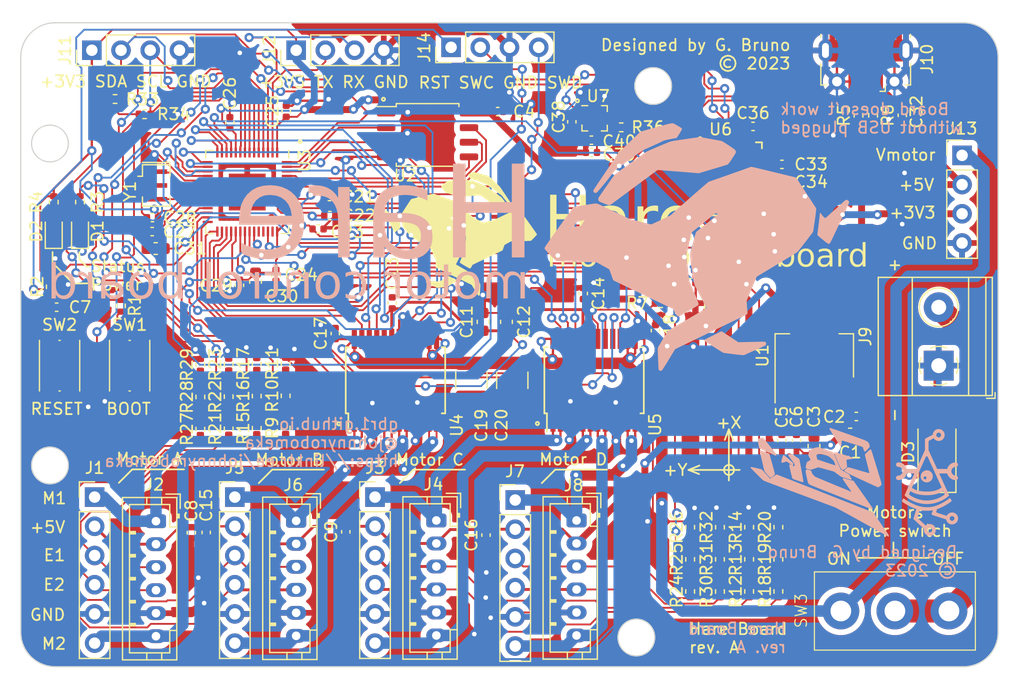
<source format=kicad_pcb>
(kicad_pcb (version 20221018) (generator pcbnew)
  (title_block (title "Hare - motor control board") (date "2023-05-14") (rev "A") (company "G. Bruno") (comment 1 "CC 4.0 - BY SA NC"))
  (layers (0 "F.Cu" signal) (31 "B.Cu" signal) (34 "B.Paste" user) (35 "F.Paste" user) (36 "B.SilkS" user "B.Silkscreen") (37 "F.SilkS" user "F.Silkscreen") (38 "B.Mask" user) (39 "F.Mask" user) (44 "Edge.Cuts" user))
  (net 0 "")
  (net 1 "+5V")
  (net 2 "GND")
  (net 3 "+3V3")
  (net 4 "RST")
  (net 5 "BATT_ADC")
  (net 6 "VM")
  (net 7 "Net-(D1-A)")
  (net 8 "Net-(D2-A)")
  (net 9 "MB_2")
  (net 10 "MA_E1")
  (net 11 "MA_E2")
  (net 12 "MC_E1")
  (net 13 "MC_E2")
  (net 14 "MB_E1")
  (net 15 "MB_E2")
  (net 16 "MD_E1")
  (net 17 "MD_E2")
  (net 18 "QSPI_SS")
  (net 19 "Net-(R1-Pad2)")
  (net 20 "LED")
  (net 21 "Net-(U3-USB_DP)")
  (net 22 "USB_D+")
  (net 23 "Net-(U3-USB_DM)")
  (net 24 "USB_D-")
  (net 25 "MA_ENC1")
  (net 26 "Net-(R10-Pad2)")
  (net 27 "MC_ENC1")
  (net 28 "Net-(R13-Pad2)")
  (net 29 "MA_ENC2")
  (net 30 "Net-(R16-Pad2)")
  (net 31 "MC_ENC2")
  (net 32 "Net-(R19-Pad2)")
  (net 33 "MB_ENC1")
  (net 34 "Net-(R22-Pad2)")
  (net 35 "MD_ENC1")
  (net 36 "Net-(R25-Pad2)")
  (net 37 "MB_ENC2")
  (net 38 "Net-(R28-Pad2)")
  (net 39 "MD_ENC2")
  (net 40 "Net-(R31-Pad2)")
  (net 41 "QSPI_SD1")
  (net 42 "QSPI_SD2")
  (net 43 "QSPI_SD0")
  (net 44 "QSPI_SCLK")
  (net 45 "QSPI_SD3")
  (net 46 "+1V1")
  (net 47 "Net-(J9-Pin_2)")
  (net 48 "TX")
  (net 49 "SDA")
  (net 50 "SCL")
  (net 51 "MA_DIR1")
  (net 52 "MA_DIR2")
  (net 53 "MB_DIR1")
  (net 54 "MB_DIR2")
  (net 55 "MC_DIR1")
  (net 56 "MC_DIR2")
  (net 57 "RX")
  (net 58 "Net-(U3-XIN)")
  (net 59 "Net-(U3-XOUT)")
  (net 60 "SWCLK")
  (net 61 "SWD")
  (net 62 "MD_DIR1")
  (net 63 "MD_DIR2")
  (net 64 "MA_PWM")
  (net 65 "MB_PWM")
  (net 66 "MC_PWM")
  (net 67 "MD_PWM")
  (net 68 "Net-(U6-REGOUT)")
  (net 72 "MA_1")
  (net 73 "MA_2")
  (net 74 "Net-(U7-C1)")
  (net 75 "MB_1")
  (net 76 "MC_1")
  (net 77 "MC_2")
  (net 78 "MD_2")
  (net 79 "MD_1")
  (net 81 "Net-(U6-CPOUT)")
  (net 82 "Net-(U6-AD0)")
  (net 83 "IMU_INT")
  (net 97 "Net-(U7-SDO{slash}SA1)")
  (footprint "Resistor_SMD:R_0402_1005Metric" (layer "F.Cu") (at 163.3474 113.8702 90)
    (fp_text reference "R14")
    (fp_text value "4K7")
  )
  (footprint "Resistor_SMD:R_0402_1005Metric" (layer "F.Cu") (at 158.2166 116.6622 90)
    (fp_text reference "R25")
    (fp_text value "10K")
  )
  (footprint "Resistor_SMD:R_0402_1005Metric" (layer "F.Cu") (at 123.0376 105.2342 90)
    (fp_text reference "R9")
    (fp_text value "10K")
  )
  (footprint "TerminalBlock_Phoenix:TerminalBlock_Phoenix_MKDS-1,5-2-5.08_1x02_P5.08mm_Horizontal" (layer "F.Cu") (at 179.832 99.822 90)
    (fp_text reference "J9")
    (fp_text value "~")
  )
  (footprint "Resistor_SMD:R_0402_1005Metric" (layer "F.Cu") (at 165.8874 116.6642 90)
    (fp_text reference "R19")
    (fp_text value "10K")
  )
  (footprint "Resistor_SMD:R_0402_1005Metric" (layer "F.Cu") (at 108.712 94.615 -90)
    (fp_text reference "R1")
    (fp_text value "1K")
  )
  (footprint "Diode_SMD:D_SMA" (layer "F.Cu") (at 179.6796 107.3338 90)
    (fp_text reference "D3")
    (fp_text value "1N4001")
  )
  (footprint "Capacitor_SMD:C_0402_1005Metric" (layer "F.Cu") (at 172.6692 104.2416)
    (fp_text reference "C2")
    (fp_text value "100nF")
  )
  (footprint "Connector_JST:JST_PH_B6B-PH-K_1x06_P2.00mm_Vertical" (layer "F.Cu") (at 136.144 113.284 -90)
    (fp_text reference "J4")
    (fp_text value "~")
  )
  (footprint "Capacitor_SMD:C_0402_1005Metric" (layer "F.Cu") (at 166.198 83.84)
    (fp_text reference "C34")
    (fp_text value "100nF")
  )
  (footprint "Capacitor_SMD:C_0402_1005Metric" (layer "F.Cu") (at 122.1994 91.976 -90)
    (fp_text reference "C24")
    (fp_text value "100nF")
  )
  (footprint "Crystal:Resonator_SMD_Murata_CSTxExxV-3Pin_3.0x1.1mm" (layer "F.Cu") (at 111.7854 84.1502 -90)
    (fp_text reference "Y1")
    (fp_text value "12MHz")
  )
  (footprint "Resistor_SMD:R_0402_1005Metric" (layer "F.Cu") (at 102.616 92.962 -90)
    (fp_text reference "R2")
    (fp_text value "10K")
  )
  (footprint "Capacitor_SMD:C_0402_1005Metric" (layer "F.Cu") (at 119.0244 92.8292 -90)
    (fp_text reference "C29")
    (fp_text value "100nF")
  )
  (footprint "Resistor_SMD:R_0402_1005Metric" (layer "F.Cu") (at 108.204 76.6318)
    (fp_text reference "R33")
    (fp_text value "4K7")
  )
  (footprint "Package_SO:SOIC-8_5.23x5.23mm_P1.27mm" (layer "F.Cu") (at 135.382 79.756)
    (fp_text reference "U2")
    (fp_text value "W25Q128JVS")
  )
  (footprint "Capacitor_SMD:C_0402_1005Metric" (layer "F.Cu") (at 163.686 79.014)
    (fp_text reference "C36")
    (fp_text value "2.2nF")
  )
  (footprint "Capacitor_SMD:C_0402_1005Metric" (layer "F.Cu") (at 118.1862 78.6912 90)
    (fp_text reference "C26")
    (fp_text value "100nF")
  )
  (footprint "Resistor_SMD:R_0402_1005Metric" (layer "F.Cu") (at 163.3474 119.4562 90)
    (fp_text reference "R12")
    (fp_text value "10K")
  )
  (footprint "Capacitor_SMD:C_0402_1005Metric" (layer "F.Cu") (at 132.3086 94.361 90)
    (fp_text reference "C13")
    (fp_text value "100nF")
  )
  (footprint "Resistor_SMD:R_0402_1005Metric" (layer "F.Cu") (at 160.8074 116.6642 90)
    (fp_text reference "R31")
    (fp_text value "10K")
  )
  (footprint "Capacitor_SMD:C_0402_1005Metric" (layer "F.Cu") (at 141.478 77.724)
    (fp_text reference "C4")
    (fp_text value "100nF")
  )
  (footprint "Capacitor_SMD:C_0402_1005Metric" (layer "F.Cu") (at 149.6274 80.2132 180)
    (fp_text reference "C40")
    (fp_text value "1uF")
  )
  (footprint "Capacitor_SMD:C_0402_1005Metric" (layer "F.Cu") (at 166.1922 106.3244 -90)
    (fp_text reference "C5")
    (fp_text value "100nF")
  )
  (footprint "Package_DFN_QFN:QFN-56-1EP_7x7mm_P0.4mm_EP3.2x3.2mm" (layer "F.Cu") (at 119.6976 84.7218 -90)
    (fp_text reference "U3")
    (fp_text value "RP2040")
  )
  (footprint "Capacitor_SMD:C_0603_1608Metric" (layer "F.Cu") (at 142.24 96.012 90)
    (fp_text reference "C12")
    (fp_text value "10uF")
  )
  (footprint "Resistor_SMD:R_0402_1005Metric" (layer "F.Cu") (at 165.8874 113.8702 90)
    (fp_text reference "R20")
    (fp_text value "4K7")
  )
  (footprint "Resistor_SMD:R_0402_1005Metric" (layer "F.Cu") (at 120.523 99.6716 90)
    (fp_text reference "R17")
    (fp_text value "4K7")
  )
  (footprint "Capacitor_SMD:C_0402_1005Metric" (layer "F.Cu") (at 149.6314 81.28 180)
    (fp_text reference "C39")
    (fp_text value "100nF")
  )
  (footprint "Capacitor_SMD:C_0402_1005Metric" (layer "F.Cu") (at 125.857 87.9348)
    (fp_text reference "C23")
    (fp_text value "100nF")
  )
  (footprint "LED_SMD:LED_0603_1608Metric" (layer "F.Cu") (at 102.87 88.138 90)
    (fp_text reference "D2")
    (fp_text value "LED")
  )
  (footprint "Connector_PinHeader_2.54mm:PinHeader_1x06_P2.54mm_Vertical" (layer "F.Cu") (at 130.81 111.252)
    (fp_text reference "J3")
    (fp_text value "~")
  )
  (footprint "Capacitor_SMD:C_0402_1005Metric" (layer "F.Cu") (at 111.4552 86.9442 180)
    (fp_text reference "C28")
    (fp_text value "100nF")
  )
  (footprint "Sensor_Motion:InvenSense_QFN-24_4x4mm_P0.5mm" (layer "F.Cu") (at 162.306 82.55)
    (fp_text reference "U6")
    (fp_text value "MPU-6050")
  )
  (footprint "Resistor_SMD:R_0402_1005Metric" (layer "F.Cu") (at 120.523 105.2616 90)
    (fp_text reference "R15")
    (fp_text value "10K")
  )
  (footprint "Package_SO:SSOP-24_5.3x8.2mm_P0.65mm" (layer "F.Cu") (at 149.86 101.092 90)
    (fp_text reference "U5")
    (fp_text value "TB6612FNG")
  )
  (footprint "Button_Switch_THT:XKB-Connectivity-SS-12D10L5" (layer "F.Cu") (at 176.022 121.158)
    (fp_text reference "SW3")
    (fp_text value "~")
  )
  (footprint "Connector_JST:JST_PH_B6B-PH-K_1x06_P2.00mm_Vertical" (layer "F.Cu") (at 148.336 113.284 -90)
    (fp_text reference "J8")
    (fp_text value "~")
  )
  (footprint "Package_LGA:LGA-12_2x2mm_P0.5mm" (layer "F.Cu") (at 149.9068 78.3087)
    (fp_text reference "U7")
    (fp_text value "LIS3MDL")
  )
  (footprint "Capacitor_SMD:C_0402_1005Metric" (layer "F.Cu") (at 114.8334 114.3482 -90)
    (fp_text reference "C8")
    (fp_text value "100nF")
  )
  (footprint "Resistor_SMD:R_0402_1005Metric" (layer "F.Cu") (at 152.2222 79.0956)
    (fp_text reference "R36")
    (fp_text value "10K")
  )
  (footprint "Resistor_SMD:R_0402_1005Metric" (layer "F.Cu") (at 118.0846 105.3104 90)
    (fp_text reference "R21")
    (fp_text value "10K")
  )
  (footprint "Connector_PinHeader_2.54mm:PinHeader_1x06_P2.54mm_Vertical" (layer "F.Cu") (at 118.618 111.252)
    (fp_text reference "J5")
    (fp_text value "~")
  )
  (footprint "Connector_PinHeader_2.54mm:PinHeader_1x06_P2.54mm_Vertical" (layer "F.Cu") (at 106.426 111.252)
    (fp_text reference "J1")
    (fp_text value "~")
  )
  (footprint "Capacitor_SMD:C_0402_1005Metric" (layer "F.Cu") (at 158.1892 92.6084)
    (fp_text reference "C10")
    (fp_text value "100nF")
  )
  (footprint "Capacitor_SMD:C_0603_1608Metric" (layer "F.Cu") (at 140.208 96.012 90)
    (fp_text reference "C11")
    (fp_text value "10uF")
  )
  (footprint "Connector_PinHeader_2.54mm:PinHeader_1x06_P2.54mm_Vertical" (layer "F.Cu") (at 143.002 111.506)
    (fp_text reference "J7")
    (fp_text value "~")
  )
  (footprint "Resistor_SMD:R_0402_1005Metric" (layer "F.Cu") (at 102.87 85.598 -90)
    (fp_text reference "R4")
    (fp_text value "470")
  )
  (footprint "Capacitor_SMD:C_0402_1005Metric" (layer "F.Cu") (at 163.15 86.126)
    (fp_text reference "C35")
    (fp_text value "100nF")
  )
  (footprint "Resistor_SMD:R_0402_1005Metric" (layer "F.Cu") (at 115.6208 105.3358 90)
    (fp_text reference "R27")
    (fp_text value "10K")
  )
  (footprint "Resistor_SMD:R_0402_1005Metric" (layer "F.Cu") (at 123.0376 99.6462 90)
    (fp_text reference "R11")
    (fp_text value "4K7")
  )
  (footprint "Resistor_SMD:R_0402_1005Metric" (layer "F.Cu") (at 118.0846 102.5164 90)
    (fp_text reference "R22")
    (fp_text value "10K")
  )
  (footprint "Capacitor_SMD:C_1210_3225Metric" (layer "F.Cu") (at 139.192 101.092 -90)
    (fp_text reference "C19")
    (fp_text value "100uF")
  )
  (footprint "Resistor_SMD:R_0402_1005Metric" (layer "F.Cu") (at 155.6512 94.3864)
    (fp_text reference "R7")
    (fp_text value "10K")
  )
  (footprint "Resistor_SMD:R_0402_1005Metric" (layer "F.Cu") (at 158.2166 119.4562 90)
    (fp_text reference "R24")
    (fp_text value "10K")
  )
  (footprint "Package_SO:SSOP-24_5.3x8.2mm_P0.65mm" (layer "F.Cu") (at 132.588 101.092 90)
    (fp_text reference "U4")
    (fp_text value "TB6612FNG")
  )
  (footprint "Capacitor_SMD:C_0603_1608Metric" (layer "F.Cu") (at 168.9862 106.8044 -90)
    (fp_text reference "C3")
    (fp_text value "10uF")
  )
  (footprint "Resistor_SMD:R_0402_1005Metric" (layer "F.Cu") (at 163.3474 116.6622 90)
    (fp_text reference "R13")
    (fp_text value "10K")
  )
  (footprint "Capacitor_SMD:C_0402_1005Metric" (layer "F.Cu") (at 103.124 94.738)
    (fp_text reference "C7")
    (fp_text value "100nF")
  )
  (footprint "Capacitor_SMD:C_0603_1608Metric" (layer "F.Cu") (at 120.4214 92.512 -90)
    (fp_text reference "C30")
    (fp_text value "10uF")
  )
  (footprint "Capacitor_SMD:C_0402_1005Metric" (layer "F.Cu") (at 126.8476 85.1154)
    (fp_text reference "C21")
    (fp_text value "100nF")
  )
  (footprint "Resistor_SMD:R_0402_1005Metric" (layer "F.Cu") (at 115.6208 102.5418 90)
    (fp_text reference "R28")
    (fp_text value "10K")
  )
  (footprint "Resistor_SMD:R_0402_1005Metric" (layer "F.Cu") (at 158.2166 113.8702 90)
    (fp_text reference "R26")
    (fp_text value "4K7")
  )
  (footprint "Resistor_SMD:R_0402_1005Metric" (layer "F.Cu") (at 105.156 85.596 -90)
    (fp_text reference "R3")
    (fp_text value "470")
  )
  (footprint "Button_Switch_SMD:SW_Push_1P1T_NO_Vertical_Wuerth_434133025816" (layer "F.Cu") (at 109.474 99.822 -90)
    (fp_text reference "SW1")
    (fp_text value "BOOT")
  )
  (footprint "Capacitor_SMD:C_0603_1608Metric" (layer "F.Cu") (at 111.7346 89.6366 180)
    (fp_text reference "C31")
    (fp_text value "10uF")
  )
  (footprint "Capacitor_SMD:C_1210_3225Metric" (layer "F.Cu") (at 142.748 101.092 -90)
    (fp_text reference "C20")
    (fp_text value "100uF")
  )
  (footprint "Connector_JST:JST_PH_B6B-PH-K_1x06_P2.00mm_Vertical" (layer "F.Cu") (at 111.76 113.348 -90)
    (fp_text reference "J2")
    (fp_text value "~")
  )
  (footprint "Resistor_SMD:R_0402_1005Metric" (layer "F.Cu") (at 118.0846 99.7224 90)
    (fp_text reference "R23")
    (fp_text value "4K7")
  )
  (footprint "Capacitor_SMD:C_0402_1005Metric" (layer "F.Cu") (at 148.9202 93.5482 90)
    (fp_text reference "C14")
    (fp_text value "100nF")
  )
  (footprint "Capacitor_SMD:C_0402_1005Metric" (layer "F.Cu") (at 128.27 114.272 -90)
    (fp_text reference "C9")
    (fp_text value "100nF")
  )
  (footprint "Capacitor_SMD:C_0603_1608Metric" (layer "F.Cu") (at 172.1332 105.7656)
    (fp_text reference "C1")
    (fp_text value "10uF")
  )
  (footprint "LED_SMD:LED_0603_1608Metric" (layer "F.Cu") (at 105.156 88.138 90)
    (fp_text reference "D1")
    (fp_text value "LED")
  )
  (footprint "Resistor_SMD:R_0402_1005Metric" (layer "F.Cu") (at 120.523 102.4676 90)
    (fp_text reference "R16")
    (fp_text value "10K")
  )
  (footprint "Resistor_SMD:R_0402_1005Metric" (layer "F.Cu") (at 115.6208 99.7478 90)
    (fp_text reference "R29")
    (fp_text value "4K7")
  )
  (footprint "Resistor_SMD:R_0402_1005Metric" (layer "F.Cu") (at 158.1912 94.3864)
    (fp_text reference "R8")
    (fp_text value "1K")
  )
  (footprint "Connector_PinHeader_2.54mm:PinHeader_1x04_P2.54mm_Vertical" (layer "F.Cu") (at 181.864 81.534)
    (fp_text reference "J13")
    (fp_text value "~")
  )
  (footprint "Resistor_SMD:R_0402_1005Metric" (layer "F.Cu") (at 165.8874 119.4542 90)
    (fp_text reference "R18")
    (fp_text value "10K")
  )
  (footprint "Package_TO_SOT_SMD:SOT-223-3_TabPin2" (layer "F.Cu") (at 169.0116 98.9584 90)
    (fp_text reference "U1")
    (fp_text value "AMS1117-3.3")
  )
  (footprint "Resistor_SMD:R_0402_1005Metric" (layer "F.Cu") (at 160.8074 113.8702 90)
    (fp_text reference "R32")
    (fp_text value "4K7")
  )
  (footprint "Capacitor_SMD:C_0402_1005Metric" (layer "F.Cu") (at 123.0884 77.6986 90)
    (fp_text reference "C25")
    (fp_text value "100nF")
  )
  (footprint "Button_Switch_SMD:SW_Push_1P1T_NO_Vertical_Wuerth_434133025816" (layer "F.Cu") (at 103.378 99.822 -90)
    (fp_text reference "SW2")
    (fp_text value "RESET")
  )
  (footprint "Resistor_SMD:R_0402_1005Metric" (layer "F.Cu") (at 172.854 78.048 90)
    (fp_text reference "R5")
    (fp_text value "27")
  )
  (footprint "Connector_PinHeader_2.54mm:PinHeader_1x04_P2.54mm_Vertical" (layer "F.Cu") (at 123.952 72.39 90)
    (fp_text reference "J12")
    (fp_text value "~")
  )
  (footprint "Connector_USB:USB_Micro-B_Molex-105017-0001" (layer "F.Cu") (at 173.482 73.65 180)
    (fp_text reference "J10")
    (fp_text value "USB_B_Micro")
  )
  (footprint "Capacitor_SMD:C_0402_1005Metric" (layer "F.Cu") (at 155.194 96.774 90)
    (fp_text reference "C18")
    (fp_text value "100nF")
  )
  (footprint "Capacitor_SMD:C_0402_1005Metric" (layer "F.Cu") (at 160.7566 86.126 180)
    (fp_text reference "C37")
    (fp_text value "100nF")
  )
  (footprint "Capacitor_SMD:C_0402_1005Metric" (layer "F.Cu") (at 111.4298 88.1634 180)
    (fp_text reference "C27")
    (fp_text value "100nF")
  )
  (footprint "Connector_JST:JST_PH_B6B-PH-K_1x06_P2.00mm_Vertical" (layer "F.Cu") (at 123.952 113.316 -90)
    (fp_text reference "J6")
    (fp_text value "~")
  )
  (footprint "Resistor_SMD:R_0402_1005Metric" (layer "F.Cu") (at 123.0376 102.4402 90)
    (fp_text reference "R10")
    (fp_text value "10K")
  )
  (footprint "Capacitor_SMD:C_0402_1005Metric" (layer "F.Cu") (at 147.9256 78.6135 90)
    (fp_text reference "C38")
    (fp_text value "100nF")
  )
  (footprint "Capacitor_SMD:C_0402_1005Metric" (layer "F.Cu") (at 140.462 114.554 -90)
    (fp_text reference "C16")
    (fp_text value "100nF")
  )
  (footprint "Resistor_SMD:R_0402_1005Metric" (layer "F.Cu") (at 162.64 87.65)
    (fp_text reference "R35")
    (fp_text value "10K")
  )
  (footprint "Capacitor_SMD:C_0402_1005Metric" (layer "F.Cu") (at 116.1288 114.328 -90)
    (fp_text reference "C15")
    (fp_text value "100nF")
  )
  (footprint "Resistor_SMD:R_0402_1005Metric" (layer "F.Cu") (at 174.124 78.048 90)
    (fp_text reference "R6")
    (fp_text value "27")
  )
  (footprint "LOGO" (layer "F.Cu") (at 138.6078 90.7796)
    (fp_text reference "G***" hide)
    (fp_text value "LOGO" hide)
  )
  (footprint "Connector_PinHeader_2.54mm:PinHeader_1x04_P2.54mm_Vertical" (layer "F.Cu") (at 137.424 72.136 90)
    (fp_text reference "J14")
    (fp_text value "~")
  )
  (footprint "Capacitor_SMD:C_0402_1005Metric" (layer "F.Cu") (at 176.664 78.048 -90)
    (fp_text reference "C32")
    (fp_text value "100nF")
  )
  (footprint "Capacitor_SMD:C_0402_1005Metric" (layer "F.Cu") (at 127.3556 97.028 90)
    (fp_text reference "C17")
    (fp_text value "100nF")
  )
  (footprint "Resistor_SMD:R_0402_1005Metric" (layer "F.Cu") (at 160.8074 119.4602 90)
    (fp_text reference "R30")
    (fp_text value "10K")
  )
  (footprint "Capacitor_SMD:C_0402_1005Metric" (layer "F.Cu") (at 126.8756 86.7664)
    (fp_text reference "C22")
    (fp_text value "100nF")
  )
  (footprint "Capacitor_SMD:C_0402_1005Metric" (layer "F.Cu") (at 166.198 82.316)
    (fp_text reference "C33")
    (fp_text value "100nF")
  )
  (footprint "Connector_PinHeader_2.54mm:PinHeader_1x04_P2.54mm_Vertical" (layer "F.Cu") (at 106.182 72.39 90)
    (fp_text reference "J11")
    (fp_text value "~")
  )
  (footprint "Resistor_SMD:R_0402_1005Metric" (layer "F.Cu") (at 110.7694 77.9526)
    (fp_text reference "R34")
    (fp_text value "4K7")
  )
  (footprint "Capacitor_SMD:C_0402_1005Metric" (layer "F.Cu") (at 167.4622 106.3244 -90)
    (fp_text reference "C6")
    (fp_text value "100nF")
  )
  (footprint "LOGO" (layer "B.Cu") (at 158.113026 94.356411 180)
    (fp_text reference "G***" hide)
    (fp_text value "LOGO" hide)
  )
  (footprint "LOGO" (layer "B.Cu") (at 178.816 109.982 180)
    (fp_text reference "G***" hide)
    (fp_text value "LOGO" hide)
  )
  (footprint "LOGO" (layer "B.Cu") (at 169.4942 109.8804 180)
    (fp_text reference "G***" hide)
    (fp_text value "LOGO" hide)
  )
  (gr_line (start 161.5821 105.3592) (end 161.2265 106.2736) (stroke (width 0.15)) (layer "F.SilkS"))
  (gr_line (start 172.8216 116.5352) (end 178.9938 116.5352) (stroke (width 0.15)) (layer "F.SilkS"))
  (gr_line (start 120.7008 110.0328) (end 121.5136 109.22) (stroke (width 0.15)) (layer "F.SilkS"))
  (gr_line (start 146.1262 109.22) (end 146.4818 108.8644) (stroke (width 0.15)) (layer "F.SilkS"))
  (gr_line (start 158.0769 108.8898) (end 159.0167 108.5088) (stroke (width 0.15)) (layer "F.SilkS"))
  (gr_arc (start 131.671827 76.602174) (mid 131.4196 76.708) (end 131.66814 76.593784) (stroke (width 0.15)) (layer "F.SilkS"))
  (gr_line (start 102.7684 90.8812) (end 102.7684 89.9414) (stroke (width 0.15)) (layer "F.SilkS"))
  (gr_line (start 109.7026 108.839) (end 114.1984 108.839) (stroke (width 0.15)) (layer "F.SilkS"))
  (gr_line (start 132.969 110.0328) (end 133.7818 109.22) (stroke (width 0.15)) (layer "F.SilkS"))
  (gr_line (start 121.8692 108.8644) (end 126.365 108.8644) (stroke (width 0.15)) (layer "F.SilkS"))
  (gr_line (start 161.5821 105.3592) (end 161.9631 106.299) (stroke (width 0.15)) (layer "F.SilkS"))
  (gr_line (start 133.7818 109.22) (end 134.1374 108.8644) (stroke (width 0.15)) (layer "F.SilkS"))
  (gr_line (start 104.5718 92.6846) (end 102.7684 90.8812) (stroke (width 0.15)) (layer "F.SilkS"))
  (gr_arc (start 148.5392 76.7334) (mid 148.286973 76.839226) (end 148.535513 76.72501) (stroke (width 0.15)) (layer "F.SilkS"))
  (gr_arc (start 159.2072 80.0354) (mid 158.954973 80.141226) (end 159.203513 80.02701) (stroke (width 0.15)) (layer "F.SilkS"))
  (gr_line (start 105.9434 91.186) (end 105.7148 91.186) (stroke (width 0.15)) (layer "F.SilkS"))
  (gr_arc (start 127.7874 104.8258) (mid 127.535173 104.931626) (end 127.783713 104.81741) (stroke (width 0.15)) (layer "F.SilkS"))
  (gr_arc (start 145.0594 104.8004) (mid 144.807173 104.906226) (end 145.055713 104.79201) (stroke (width 0.15)) (layer "F.SilkS"))
  (gr_line (start 121.5136 109.22) (end 121.8692 108.8644) (stroke (width 0.15)) (layer "F.SilkS"))
  (gr_line (start 105.7148 91.186) (end 105.1052 90.5764) (stroke (width 0.15)) (layer "F.SilkS"))
  (gr_arc (start 124.4346 80.2894) (mid 124.182373 80.395226) (end 124.430913 80.28101) (stroke (width 0.15)) (layer "F.SilkS"))
  (gr_line (start 105.9688 92.6592) (end 104.5718 92.6846) (stroke (width 0.15)) (layer "F.SilkS"))
  (gr_line (start 161.5821 105.3592) (end 161.5821 109.8042) (stroke (width 0.15)) (layer "F.SilkS"))
  (gr_line (start 105.1052 90.5764) (end 105.1052 89.9668) (stroke (width 0.15)) (layer "F.SilkS"))
  (gr_line (start 175.895 116.5352) (end 175.895 115.189) (stroke (width 0.15)) (layer "F.SilkS"))
  (gr_line (start 108.5342 110.0074) (end 109.347 109.1946) (stroke (width 0.15)) (layer "F.SilkS"))
  (gr_line (start 109.347 109.1946) (end 109.7026 108.839) (stroke (width 0.15)) (layer "F.SilkS"))
  (gr_line (start 134.1374 108.8644) (end 138.6332 108.8644) (stroke (width 0.15)) (layer "F.SilkS"))
  (gr_line (start 158.0769 108.8898) (end 162.5219 108.8898) (stroke (width 0.15)) (layer "F.SilkS"))
  (gr_line (start 158.0769 108.8898) (end 158.9913 109.2454) (stroke (width 0.15)) (layer "F.SilkS"))
  (gr_line (start 145.3134 110.0328) (end 146.1262 109.22) (stroke (width 0.15)) (layer "F.SilkS"))
  (gr_circle (center 161.5948 108.8898) (end 161.9504 108.6358) (stroke (width 0.15)) (fill none) (layer "F.SilkS"))
  (gr_line (start 146.4818 108.8644) (end 150.9776 108.8644) (stroke (width 0.15)) (layer "F.SilkS"))
  (gr_line (start 185 73) (end 185 123) (stroke (width 0.1)) (layer "Edge.Cuts"))
  (gr_arc (start 100 73) (mid 100.87868 70.87868) (end 103 70) (stroke (width 0.1)) (layer "Edge.Cuts"))
  (gr_line (start 103 70) (end 182 70) (stroke (width 0.1)) (layer "Edge.Cuts"))
  (gr_arc (start 182 70) (mid 184.12132 70.87868) (end 185 73) (stroke (width 0.1)) (layer "Edge.Cuts"))
  (gr_circle (center 155 75.5) (end 156.6 75.5) (stroke (width 0.1)) (fill none) (layer "Edge.Cuts"))
  (gr_arc (start 103 126) (mid 100.87868 125.12132) (end 100 123) (stroke (width 0.1)) (layer "Edge.Cuts"))
  (gr_circle (center 102.54 80.5) (end 104.14 80.5) (stroke (width 0.1)) (fill none) (layer "Edge.Cuts"))
  (gr_circle (center 102.54 108.5) (end 104.14 108.5) (stroke (width 0.1)) (fill none) (layer "Edge.Cuts"))
  (gr_line (start 182 126) (end 103 126) (stroke (width 0.1)) (layer "Edge.Cuts"))
  (gr_arc (start 185 123) (mid 184.12132 125.12132) (end 182 126) (stroke (width 0.1)) (layer "Edge.Cuts"))
  (gr_line (start 100 123) (end 100 73) (stroke (width 0.1)) (layer "Edge.Cuts"))
  (gr_circle (center 153.54 123.46) (end 155.14 123.46) (stroke (width 0.1)) (fill none) (layer "Edge.Cuts"))
  (gr_text "Hare Board\nrev. A" (at 166.6494 123.4948) (layer "B.SilkS") (effects (font (size 1 1)) (justify left mirror)))
  (gr_text "gbr1.github.io\n@johnnyrobomeka\nhttps://linktr.ee/johnnyrobomeka" (at 132.9436 106.5022) (layer "B.SilkS") (effects (font (size 1 1)) (justify left mirror)))
  (gr_text "Hare" (at 144.907 91.7702) (layer "B.SilkS") (effects (font (size 8 8) (thickness 0.15) italic) (justify left bottom mirror)))
  (gr_text "Board doesn't work\nwithout USB plugged" (at 165.9636 78.3082) (layer "B.SilkS") (effects (font (size 1 1)) (justify right mirror)))
  (gr_text "Designed by G. Bruno\n© 2023" (at 181.5338 116.84) (layer "B.SilkS") (effects (font (size 1 1)) (justify left mirror)))
  (gr_text "motor control board" (at 144.2212 94.488) (layer "B.SilkS") (effects (font (size 3 3) (thickness 0.15) italic) (justify left bottom mirror)))
  (gr_text "Status\nPower\n" (at 105.9942 91.9734) (layer "F.SilkS") (effects (font (size 1 1)) (justify left)))
  (gr_text "Designed by G. Bruno\n© 2023" (at 167.0304 72.7456) (layer "F.SilkS") (effects (font (size 1 1)) (justify right)))
  (gr_text "M2" (at 104.0384 124.0028) (layer "F.SilkS") (effects (font (size 1 1)) (justify right)))
  (gr_text "+5V" (at 103.9622 113.8682) (layer "F.SilkS") (effects (font (size 1 1)) (justify right)))
  (gr_text "+3V3 TX RX GND" (at 133.8326 75.1586) (layer "F.SilkS") (effects (font (size 1 1)) (justify right)))
  (gr_text "Motors\nPower switch" (at 176.0474 113.3856) (layer "F.SilkS") (effects (font (size 1 1))))
  (gr_text "Motor B" (at 126.4158 108.0008) (layer "F.SilkS") (effects (font (size 1 1)) (justify right)))
  (gr_text "+" (at 175.9458 90.3732 90) (layer "F.SilkS") (effects (font (size 1 1)) (justify right)))
  (gr_text "Motor A" (at 114.173 107.9246) (layer "F.SilkS") (effects (font (size 1 1)) (justify right)))
  (gr_text "RST SWC GND SWD" (at 148.9456 75.2094) (layer "F.SilkS") (effects (font (size 1 1)) (justify right)))
  (gr_text "Motor D" (at 151.1046 107.9754) (layer "F.SilkS") (effects (font (size 1 1)) (justify right)))
  (gr_text "BOOT" (at 111.4044 103.5812) (layer "F.SilkS") (effects (font (size 1 1)) (justify right)))
  (gr_text "+X" (at 161.5821 105.3592) (layer "F.SilkS") (effects (font (size 1 1)) (justify bottom)))
  (gr_text "+Y" (at 158.0769 108.8898) (layer "F.SilkS") (effects (font (size 1 1)) (justify right)))
  (gr_text "Motor C" (at 138.6332 108.0008) (layer "F.SilkS") (effects (font (size 1 1)) (justify right)))
  (gr_text "OFF" (at 182.1434 116.6114) (layer "F.SilkS") (effects (font (size 1 1)) (justify right)))
  (gr_text "GND" (at 103.9622 121.4882) (layer "F.SilkS") (effects (font (size 1 1)) (justify right)))
  (gr_text "Vmotor" (at 179.6542 81.4832) (layer "F.SilkS") (effects (font (size 1 1)) (justify right)))
  (gr_text "E2" (at 103.9368 118.872) (layer "F.SilkS") (effects (font (size 1 1)) (justify right)))
  (gr_text "motor control board" (at 145.7706 91.5416) (layer "F.SilkS") (effects (font (size 2 2) (thickness 0.15) italic) (justify left bottom)))
  (gr_text "Hare" (at 145.4912 89.7128) (layer "F.SilkS") (effects (font (size 4 4) (thickness 0.15) italic) (justify left bottom)))
  (gr_text "Hare Board\nrev. A" (at 158.0388 123.5202) (layer "F.SilkS") (effects (font (size 1 1)) (justify left)))
  (gr_text "GND" (at 179.7812 89.1794) (layer "F.SilkS") (effects (font (size 1 1)) (justify right)))
  (gr_text "+3V3" (at 179.6542 86.5124) (layer "F.SilkS") (effects (font (size 1 1)) (justify right)))
  (gr_text "-" (at 175.9458 103.4034 90) (layer "F.SilkS") (effects (font (size 1 1)) (justify right)))
  (gr_text "+3V3 SDA SCL GND" (at 116.6876 75.1078) (layer "F.SilkS") (effects (font (size 1 1)) (justify right)))
  (gr_text "RESET" (at 105.4862 103.5812) (layer "F.SilkS") (effects (font (size 1 1)) (justify right)))
  (gr_text "E1" (at 103.9622 116.3066) (layer "F.SilkS") (effects (font (size 1 1)) (justify right)))
  (gr_text "+5V" (at 179.5272 84.0994) (layer "F.SilkS") (effects (font (size 1 1)) (justify right)))
  (gr_text "ON" (at 172.3136 116.6114) (layer "F.SilkS") (effects (font (size 1 1)) (justify right)))
  (gr_text "M1" (at 104.0638 111.3536) (layer "F.SilkS") (effects (font (size 1 1)) (justify right)))
  (segment (start 123.952 115.316) (end 120.142 115.316) (width 0.25) (layer "F.Cu") (net 1))
  (segment (start 140.462 114.074) (end 137.354 114.074) (width 0.25) (layer "F.Cu") (net 1))
  (segment (start 178.1048 77.8002) (end 177.8726 77.568) (width 0.6) (layer "F.Cu") (net 1))
  (segment (start 171.3582 105.0726) (end 172.1892 104.2416) (width 0.6) (layer "F.Cu") (net 1))
  (segment (start 114.8334 113.8682) (end 116.1086 113.8682) (width 0.2) (layer "F.Cu") (net 1))
  (segment (start 177.8726 77.568) (end 176.664 77.568) (width 0.6) (layer "F.Cu") (net 1))
  (segment (start 173.1264 97.3074) (end 173.1264 85.7758) (width 0.6) (layer "F.Cu") (net 1))
  (segment (start 171.3116 102.1084) (end 171.4116 102.0084) (width 0.6) (layer "F.Cu") (net 1))
  (segment (start 111.76 115.348) (end 107.982 115.348) (width 0.25) (layer "F.Cu") (net 1))
  (segment (start 175.3976 76.3016) (end 174.879 76.3016) (width 0.6) (layer "F.Cu") (net 1))
  (segment (start 173.1264 85.7758) (end 174.8282 84.074) (width 0.6) (layer "F.Cu") (net 1))
  (segment (start 114.8334 113.8682) (end 113.7666 113.8682) (width 0.2) (layer "F.Cu") (net 1))
  (segment (start 107.982 115.348) (end 106.426 113.792) (width 0.25) (layer "F.Cu") (net 1))
  (segment (start 174.782 76.2046) (end 174.879 76.3016) (width 0.2) (layer "F.Cu") (net 1))
  (segment (start 140.49 114.046) (end 140.462 114.074) (width 0.25) (layer "F.Cu") (net 1))
  (segment (start 172.1892 104.2416) (end 172.1892 102.986) (width 0.6) (layer "F.Cu") (net 1))
  (segment (start 116.1848 113.792) (end 118.618 113.792) (width 0.2) (layer "F.Cu") (net 1))
  (segment (start 171.3582 105.7656) (end 171.3582 105.0726) (width 0.6) (layer "F.Cu") (net 1))
  (segment (start 116.134 113.792) (end 116.078 113.848) (width 0.25) (layer "F.Cu") (net 1))
  (segment (start 125.476 113.792) (end 123.952 115.316) (width 0.25) (layer "F.Cu") (net 1))
  (segment (start 154.2796 108.3056) (end 154.2796 109.37606) (width 0.6) (layer "F.Cu") (net 1))
  (segment (start 137.354 114.074) (end 136.144 115.284) (width 0.25) (layer "F.Cu") (net 1))
  (segment (start 148.37166 115.284) (end 148.336 115.284) (width 0.6) (layer "F.Cu") (net 1))
  (segment (start 171.4116 99.0222) (end 173.1264 97.3074) (width 0.6) (layer "F.Cu") (net 1))
  (segment (start 147.098 114.046) (end 148.336 115.284) (width 0.25) (layer "F.Cu") (net 1))
  (segment (start 112.2868 115.348) (end 111.76 115.348) (width 0.2) (layer "F.Cu") (net 1))
  (segment (start 174.782 75.1125) (end 174.782 76.2046) (width 0.2) (layer "F.Cu") (net 1))
  (segment (start 172.1892 102.986) (end 171.3116 102.1084) (width 0.6) (layer "F.Cu") (net 1))
  (segment (start 128.27 113.792) (end 125.476 113.792) (width 0.25) (layer "F.Cu") (net 1))
  (segment (start 174.8282 84.074) (end 181.864 84.074) (width 0.6) (layer "F.Cu") (net 1))
  (segment (start 176.664 77.568) (end 175.3976 76.3016) (width 0.6) (layer "F.Cu") (net 1))
  (segment (start 143.002 114.046) (end 140.49 114.046) (width 0.25) (layer "F.Cu") (net 1))
  (segment (start 130.81 113.792) (end 128.27 113.792) (width 0.25) (layer "F.Cu") (net 1))
  (segment (start 136.144 115.284) (end 132.302 115.284) (width 0.25) (layer "F.Cu") (net 1))
  (segment (start 178.1048 80.3148) (end 178.1048 77.8002) (width 0.6) (layer "F.Cu") (net 1))
  (segment (start 132.302 115.284) (end 130.81 113.792) (width 0.25) (layer "F.Cu") (net 1))
  (segment (start 171.3582 105.7656) (end 171.3582 105.8066) (width 0.6) (layer "F.Cu") (net 1))
  (segment (start 113.7666 113.8682) (end 112.2868 115.348) (width 0.2) (layer "F.Cu") (net 1))
  (segment (start 116.1288 113.848) (end 116.1848 113.792) (width 0.2) (layer "F.Cu") (net 1))
  (segment (start 143.002 114.046) (end 147.098 114.046) (width 0.25) (layer "F.Cu") (net 1))
  (segment (start 154.2796 109.37606) (end 148.37166 115.284) (width 0.6) (layer "F.Cu") (net 1))
  (segment (start 120.142 115.316) (end 118.618 113.792) (width 0.25) (layer "F.Cu") (net 1))
  (segment (start 181.864 84.074) (end 178.1048 80.3148) (width 0.6) (layer "F.Cu") (net 1))
  (segment (start 171.4116 102.0084) (end 171.4116 99.0222) (width 0.6) (layer "F.Cu") (net 1))
  (segment (start 171.3582 105.8066) (end 170.434 106.7308) (width 0.6) (layer "F.Cu") (net 1))
  (segment (start 116.1086 113.8682) (end 116.1288 113.848) (width 0.2) (layer "F.Cu") (net 1))
  (via (at 154.2796 108.3056) (size 0.8) (drill 0.4) (layers "F.Cu" "B.Cu") (net 1))
  (via (at 170.434 106.7308) (size 0.8) (drill 0.4) (layers "F.Cu" "B.Cu") (net 1))
  (segment (start 155.8544 106.7308) (end 154.2796 108.3056) (width 0.6) (layer "B.Cu") (net 1))
  (segment (start 170.434 106.7308) (end 155.8544 106.7308) (width 0.6) (layer "B.Cu") (net 1))
  (segment (start 130.81 121.412) (end 136.016 121.412) (width 0.16) (layer "F.Cu") (net 2))
  (segment (start 115.443 115.4938) (end 115.443 118.2624) (width 0.16) (layer "F.Cu") (net 2))
  (segment (start 136.144 121.284) (end 137.5654 121.284) (width 0.16) (layer "F.Cu") (net 2))
  (segment (start 130.313 104.692) (end 130.313 103.3416) (width 0.16) (layer "F.Cu") (net 2))
  (segment (start 172.9082 105.7656) (end 171.0944 107.5794) (width 0.16) (layer "F.Cu") (net 2))
  (segment (start 137.5654 121.284) (end 139.446 123.1646) (width 0.16) (layer "F.Cu") (net 2))
  (segment (start 120.3992 93.3092) (end 120.4214 93.287) (width 0.16) (layer "F.Cu") (net 2))
  (segment (start 158.7012 92.6404) (end 158.6692 92.6084) (width 0.2) (layer "F.Cu") (net 2))
  (segment (start 137.200201 87.8332) (end 137.251001 87.884) (width 0.2) (layer "F.Cu") (net 2))
  (segment (start 107.3087 102.9208) (end 109.5252 102.9208) (width 0.16) (layer "F.Cu") (net 2))
  (segment (start 172.182 72.7125) (end 172.482 72.4125) (width 0.2) (layer "F.Cu") (net 2))
  (segment (start 102.997 89.0525) (end 102.87 88.9255) (width 0.16) (layer "F.Cu") (net 2))
  (segment (start 140.4366 119.9896) (end 140.4366 121.3104) (width 0.16) (layer "F.Cu") (net 2))
  (segment (start 110.469 83.6854) (end 111.01 84.2264) (width 0.16) (layer "F.Cu") (net 2))
  (segment (start 165.7832 106.8044) (end 164.9476 105.9688) (width 0.16) (layer "F.Cu") (net 2))
  (segment (start 111.01 84.2264) (end 111.76 84.2264) (width 0.16) (layer "F.Cu") (net 2))
  (segment (start 104.453 101.897) (end 104.453 97.747) (width 0.16) (layer "F.Cu") (net 2))
  (segment (start 152.7322 78.3401) (end 152.7322 79.0956) (width 0.16) (layer "F.Cu") (net 2))
  (segment (start 126.6381 76.7842) (end 126.7714 76.6509) (width 0.2) (layer "F.Cu") (net 2))
  (segment (start 165.662 81.3) (end 166.678 82.316) (width 0.2) (layer "F.Cu") (net 2))
  (segment (start 115.6208 98.8314) (end 115.189 98.3996) (width 0.16) (layer "F.Cu") (net 2))
  (segment (start 149.1474 80.2645) (end 148.19263 80.2645) (width 0.16) (layer "F.Cu") (net 2))
  (segment (start 141.958 76.5836) (end 142.494 76.0476) (width 0.6) (layer "F.Cu") (net 2))
  (segment (start 133.6294 77.8002) (end 133.6548 77.7748) (width 0.2) (layer "F.Cu") (net 2))
  (segment (start 167.928 85.09) (end 166.678 83.84) (width 0.2) (layer "F.Cu") (net 2))
  (segment (start 149.8346 92.6084) (end 149.38 92.6084) (width 0.16) (layer "F.Cu") (net 2))
  (segment (start 111.612659 81.463741) (end 110.469 82.6074) (width 0.16) (layer "F.Cu") (net 2))
  (segment (start 160.5026 113.0554) (end 160.8074 113.3602) (width 0.16) (layer "F.Cu") (net 2))
  (segment (start 151.485 103.277) (end 151.7396 103.0224) (width 0.16) (layer "F.Cu") (net 2))
  (segment (start 120.4214 93.287) (end 121.3684 93.287) (width 0.16) (layer "F.Cu") (net 2))
  (segment (start 163.2966 113.3094) (end 163.3474 113.3602) (width 0.16) (layer "F.Cu") (net 2))
  (segment (start 155.6792 96.294) (end 156.2163 96.8311) (width 0.2) (layer "F.Cu") (net 2))
  (segment (start 164.166 79.014) (end 164.9395 79.7875) (width 0.2) (layer "F.Cu") (net 2))
  (segment (start 174.482 72.4125) (end 176.382 72.4125) (width 1) (layer "F.Cu") (net 2))
  (segment (start 164.166 79.014) (end 164.166 81.21) (width 0.2) (layer "F.Cu") (net 2))
  (segment (start 160.2766 87.1754) (end 160.3248 87.2236) (width 0.2) (layer "F.Cu") (net 2))
  (segment (start 118.1862 78.2112) (end 118.1862 77.213459) (width 0.16) (layer "F.Cu") (net 2))
  (segment (start 154.9728 112.8956) (end 154.5082 113.3602) (width 0.16) (layer "F.Cu") (net 2))
  (segment (start 166.2684 103.8352) (end 166.7116 103.392) (width 0.16) (layer "F.Cu") (net 2))
  (segment (start 135.532001 87.8332) (end 137.200201 87.8332) (width 0.2) (layer "F.Cu") (net 2))
  (segment (start 147.585 104.692) (end 147.585 103.1384) (width 0.16) (layer "F.Cu") (net 2))
  (segment (start 160.2766 86.126) (end 158.9278 86.126) (width 0.2) (layer "F.Cu") (net 2))
  (segment (start 110.53 86.499) (end 110.53 84.7064) (width 0.16) (layer "F.Cu") (net 2))
  (segment (start 147.4488 102.567) (end 142.748 102.567) (width 0.16) (layer "F.Cu") (net 2))
  (segment (start 164.9395 79.7875) (end 170.6626 79.7875) (width 0.2) (layer "F.Cu") (net 2))
  (segment (start 132.9341 86.7664) (end 127.3556 86.7664) (width 0.2) (layer "F.Cu") (net 2))
  (segment (start 139.192 102.567) (end 134.9484 102.567) (width 0.16) (layer "F.Cu") (net 2))
  (segment (start 111.99293 81.463741) (end 114.250989 83.7218) (width 0.16) (layer "F.Cu") (net 2))
  (segment (start 110.53 84.7064) (end 111.01 84.2264) (width 0.16) (layer "F.Cu") (net 2))
  (segment (start 169.982 72.4125) (end 170.582 72.4125) (width 0.2) (layer "F.Cu") (net 2))
  (segment (start 105.8672 103.3112) (end 104.453 101.897) (width 0.16) (layer "F.Cu") (net 2))
  (segment (start 149.6568 77.1487) (end 149.6568 77.5462) (width 0.16) (layer "F.Cu") (net 2))
  (segment (start 164.9476 105.9688) (end 164.9476 104.4702) (width 0.16) (layer "F.Cu") (net 2))
  (segment (start 143.002 121.666) (end 140.9446 121.666) (width 0.16) (layer "F.Cu") (net 2))
  (segment (start 143.384 121.284) (end 143.002 121.666) (width 0.16) (layer "F.Cu") (net 2))
  (segment (start 140.462 117.7798) (end 140.4874 117.8052) (width 0.16) (layer "F.Cu") (net 2))
  (segment (start 179.6796 105.3338) (end 179.6796 99.9744) (width 0.6) (layer "F.Cu") (net 2))
  (segment (start 164.1294 86.126) (end 164.6174 86.614) (width 0.2) (layer "F.Cu") (net 2))
  (segment (start 160.2766 86.126) (end 160.2766 87.1754) (width 0.2) (layer "F.Cu") (net 2))
  (segment (start 172.182 75.1125) (end 172.182 72.7125) (width 0.2) (layer "F.Cu") (net 2))
  (segment (start 111.11598 80.947709) (end 111.11598 80.19682) (width 0.16) (layer "F.Cu") (net 2))
  (segment (start 176.982 72.4125) (end 176.382 72.4125) (width 0.2) (layer "F.Cu") (net 2))
  (segment (start 170.982 75.1125) (end 170.982 73.4125) (width 0.2) (layer "F.Cu") (net 2))
  (segment (start 127.508 84.9122) (end 128.8034 84.9122) (width 0.16) (layer "F.Cu") (net 2))
  (segment (start 113.359642 77.953158) (end 113.665558 77.953158) (width 0.16) (layer "F.Cu") (net 2))
  (segment (start 173.1492 105.5246) (end 172.9082 105.7656) (width 0.16) (layer "F.Cu") (net 2))
  (segment (start 159.90067 81.3) (end 158.9278 82.27287) (width 0.2) (layer "F.Cu") (net 2))
  (segment (start 123.5938 77.2186) (end 124.0282 76.7842) (width 0.2) (layer "F.Cu") (net 2))
  (segment (start 149.1514 80.2172) (end 149.1474 80.2132) (width 0.16) (layer "F.Cu") (net 2))
  (segment (start 116.1086 114.8282) (end 116.1288 114.808) (width 0.16) (layer "F.Cu") (net 2))
  (segment (start 118.8212 72.39) (end 119.0498 72.6186) (width 0.16) (layer "F.Cu") (net 2))
  (segment (start 166.1922 106.8044) (end 167.4622 106.8044) (width 0.16) (layer "F.Cu") (net 2))
  (segment (start 147.8026 102.9208) (end 147.4488 102.567) (width 0.16) (layer "F.Cu") (net 2))
  (segment (start 153.67 95.771499) (end 153.67 95.9358) (width 0.16) (layer "F.Cu") (net 2))
  (segment (start 111.632012 81.463741) (end 111.99293 81.463741) (width 0.16) (layer "F.Cu") (net 2))
  (segment (start 151.765 106.3752) (end 151.485 106.0952) (width 0.16) (layer "F.Cu") (net 2))
  (segment (start 140.1826 95.2116) (end 140.208 95.237) (width 0.2) (layer "F.Cu") (net 2))
  (segment (start 148.6662 76.0471) (end 148.6662 76.1581) (width 0.16) (layer "F.Cu") (net 2))
  (segment (start 152.135 103.4178) (end 151.7396 103.0224) (width 0.16) (layer "F.Cu") (net 2))
  (segment (start 140.9446 121.666) (end 140.8684 121.7422) (width 0.16) (layer "F.Cu") (net 2))
  (segment (start 158.2166 112.5728) (end 158.5976 112.1918) (width 0.16) (layer "F.Cu") (net 2))
  (segment (start 177.5688 99.822) (end 173.1492 104.2416) (width 0.2) (layer "F.Cu") (net 2))
  (segment (start 121.3684 93.287) (end 122.1994 92.456) (width 0.16) (layer "F.Cu") (net 2))
  (segment (start 149.1443 78.0587) (end 148.0004 78.0587) (width 0.16) (layer "F.Cu") (net 2))
  (segment (start 147.585 103.1384) (end 147.8026 102.9208) (width 0.16) (layer "F.Cu") (net 2))
  (segment (start 163.2966 112.141) (end 163.2966 113.3094) (width 0.16) (layer "F.Cu") (net 2))
  (segment (start 105.156 88.9255) (end 105.156 89.677588) (width 0.16) (layer "F.Cu") (net 2))
  (segment (start 132.698082 81.661) (end 131.782 81.661) (width 0.2) (layer "F.Cu") (net 2))
  (segment (start 147.9256 78.1335) (end 147.0392 78.1335) (width 0.16) (layer "F.Cu") (net 2))
  (segment (start 134.493 103.0224) (end 130.6322 103.0224) (width 0.16) (layer "F.Cu") (net 2))
  (segment (start 110.9752 86.9442) (end 110.53 86.499) (width 0.16) (layer "F.Cu") (net 2))
  (segment (start 142.24 95.237) (end 144.4088 93.0682) (width 0.16) (layer "F.Cu") (net 2))
  (segment (start 118.0846 98.62396) (end 117.98031 98.51967) (width 0.16) (layer "F.Cu") (net 2))
  (segment (start 103.604 94.738) (end 104.121474 94.220526) (width 0.16) (layer "F.Cu") (net 2))
  (segment (start 178.2975 89.154) (end 176.657 87.5135) (width 0.2) (layer "F.Cu") (net 2))
  (segment (start 111.632012 81.463741) (end 111.11598 80.947709) (width 0.16) (layer "F.Cu") (net 2))
  (segment (start 134.213 106.256871) (end 134.309765 106.353636) (width 0.16) (layer "F.Cu") (net 2))
  (segment (start 166.1922 106.8044) (end 165.7832 106.8044) (width 0.16) (layer "F.Cu") (net 2))
  (segment (start 110.9498 86.9696) (end 110.9752 86.9442) (width 0.16) (layer "F.Cu") (net 2))
  (segment (start 128.3208 121.316) (end 130.714 121.316) (width 0.16) (layer "F.Cu") (net 2))
  (segment (start 166.7116 103.392) (end 166.7116 102.1084) (width 0.16) (layer "F.Cu") (net 2))
  (segment (start 168.2372 107.5794) (end 167.4622 106.8044) (width 0.16) (layer "F.Cu") (net 2))
  (segment (start 164.9476 104.4702) (end 165.5826 103.8352) (width 0.16) (layer "F.Cu") (net 2))
  (segment (start 173.1492 104.2416) (end 173.1492 105.5246) (width 0.16) (layer "F.Cu") (net 2))
  (segment (start 149.1443 78.0587) (end 149.1443 78.5587) (width 0.16) (layer "F.Cu") (net 2))
  (segment (start 163.63 86.126) (end 164.1294 86.126) (width 0.2) (layer "F.Cu") (net 2))
  (segment (start 141.154 70.786) (end 142.504 72.136) (width 0.6) (layer "F.Cu") (net 2))
  (segment (start 123.0884 77.2186) (end 123.5938 77.2186) (width 0.2) (layer "F.Cu") (net 2))
  (segment (start 147.0392 78.1335) (end 146.7572 77.8515) (width 0.16) (layer "F.Cu") (net 2))
  (segment (start 134.9484 102.567) (end 134.493 103.0224) (width 0.16) (layer "F.Cu") (net 2))
  (segment (start 104.121474 94.220526) (end 104.121474 92.762122) (width 0.16) (layer "F.Cu") (net 2))
  (segment (start 119.61918 98.25778) (end 120.523 99.1616) (width 0.16) (layer "F.Cu") (net 2))
  (segment (start 164.166 81.21) (end 164.256 81.3) (width 0.2) (layer "F.Cu") (net 2))
  (segment (start 166.678 83.84) (end 166.678 82.316) (width 0.2) (layer "F.Cu") (net 2))
  (segment (start 126.3676 96.548) (end 126.0856 96.266) (width 0.2) (layer "F.Cu") (net 2))
  (segment (start 152.135 104.692) (end 152.135 103.4178) (width 0.16) (layer "F.Cu") (net 2))
  (segment (start 111.632012 81.463741) (end 111.612659 81.463741) (width 0.16) (layer "F.Cu") (net 2))
  (segment (start 158.913041 86.126) (end 158.094341 86.9447) (width 0.2) (layer "F.Cu") (net 2))
  (segment (start 114.5364 97.747) (end 115.189 98.3996) (width 0.16) (layer "F.Cu") (net 2))
  (segment (start 136.016 121.412) (end 136.144 121.284) (width 0.16) (layer "F.Cu") (net 2))
  (segment (start 134.213 103.3024) (end 134.493 103.0224) (width 0.16) (layer "F.Cu") (net 2))
  (segment (start 110.469 82.6074) (end 110.469 83.6854) (width 0.16) (layer "F.Cu") (net 2))
  (segment (start 138.852 93.881) (end 140.208 95.237) (width 0.16) (layer "F.Cu") (net 2))
  (segment (start 154.9728 103.3346) (end 154.9728 112.8956) (width 0.16) (layer "F.Cu") (net 2))
  (segment (start 105.8672 103.4034) (end 105.8672 103.3112) (width 0.16) (layer "F.Cu") (net 2))
  (segment (start 175.982 72.8125) (end 176.382 72.4125) (width 0.2) (layer "F.Cu") (net 2))
  (segment (start 111.76 121.348) (end 115.0752 121.348) (width 0.16) (layer "F.Cu") (net 2))
  (segment (start 111.696 121.412) (end 111.76 121.348) (width 0.16) (layer "F.Cu") (net 2))
  (segment (start 149.7076 95.703666) (end 149.7076 94.996) (width 0.16) (layer "F.Cu") (net 2))
  (segment (start 102.997 90.5002) (end 102.997 89.0525) (width 0.16) (layer "F.Cu") (net 2))
  (segment (start 119.0244 93.3092) (end 120.3992 93.3092) (width 0.16) (layer "F.Cu") (net 2))
  (segment (start 110.9596 88.1732) (end 110.9498 88.1634) (width 0.16) (layer "F.Cu") (net 2))
  (segment (start 123.952 121.316) (end 128.3208 121.316) (width 0.16) (layer "F.Cu") (net 2))
  (segment (start 115.0752 121.348) (end 115.951 120.4722) (width 0.16) (layer "F.Cu") (net 2))
  (segment (start 171.0944 107.5794) (end 168.9862 107.5794) (width 0.16) (layer "F.Cu") (net 2))
  (segment (start 140.462 115.034) (end 140.462 117.7798) (width 0.16) (layer "F.Cu") (net 2))
  (segment (start 158.9278 86.126) (end 158.913041 86.126) (width 0.2) (layer "F.Cu") (net 2))
  (segment (start 116.1288 114.808) (end 115.443 115.4938) (width 0.16) (layer "F.Cu") (net 2))
  (segment (start 163.056 84.5) (end 163.056 85.552) (width 0.2) (layer "F.Cu") (net 2))
  (segment (start 165.5064 112.9792) (end 165.8874 113.3602) (width 0.16) (layer "F.Cu") (net 2))
  (segment (start 126.337 87.9348) (end 126.337 87.785) (width 0.2) (layer "F.Cu") (net 2))
  (segment (start 109.5252 102.9208) (end 110.549 101.897) (width 0.16) (layer "F.Cu") (net 2))
  (segment (start 104.453 95.587) (end 104.453 97.747) (width 0.16) (layer "F.Cu") (net 2))
  (segment (start 168.1988 85.09) (end 167.928 85.09) (width 0.2) (layer "F.Cu") (net 2))
  (segment (start 138.335735 93.481935) (end 138.7348 93.881) (width 0.2) (layer "F.Cu") (net 2))
  (segment (start 138.335735 92.704466) (end 138.335735 93.481935) (width 0.2) (layer "F.Cu") (net 2))
  (segment (start 168.9862 107.5794) (end 168.9862 110.9472) (width 0.16) (layer "F.Cu") (net 2))
  (segment (start 130.6322 103.0224) (end 130.5814 103.0732) (width 0.16) (layer "F.Cu") (net 2))
  (segment (start 140.4366 121.3104) (end 140.8684 121.7422) (width 0.16) (layer "F.Cu") (net 2))
  (segment (start 150.185 97.492) (end 150.185 96.181066) (width 0.16) (layer "F.Cu") (net 2))
  (segment (start 132.913 95.860082) (end 133.220641 95.552441) (width 0.2) (layer "F.Cu") (net 2))
  (segment (start 146.7572 78.82907) (end 146.7572 77.8515) (width 0.16) (layer "F.Cu") (net 2))
  (segment (start 141.958 77.724) (end 141.958 76.5836) (width 0.6) (layer "F.Cu") (net 2))
  (segment (start 132.3086 93.881) (end 138.7348 93.881) (width 0.16) (layer "F.Cu") (net 2))
  (segment (start 158.496 94.5916) (end 158.7012 94.3864) (width 0.2) (layer "F.Cu") (net 2))
  (segment (start 134.863 104.692) (end 134.863 105.800401) (width 0.16) (layer "F.Cu") (net 2))
  (segment (start 127.3556 96.548) (end 126.3676 96.548) (width 0.2) (layer "F.Cu") (net 2))
  (segment (start 154.6606 103.0224) (end 154.9728 103.3346) (width 0.16) (layer "F.Cu") (net 2))
  (segment (start 105.156 89.677588) (end 105.339842 89.86143) (width 0.16) (layer "F.Cu") (net 2))
  (segment (start 140.1826 93.6752) (end 140.1826 95.2116) (width 0.2) (layer "F.Cu") (net 2))
  (segment (start 176.8602 78.7242) (end 176.664 78.528) (width 0.2) (layer "F.Cu") (net 2))
  (segment (start 170.982 73.4125) (end 169.982 72.4125) (width 0.2) (layer "F.Cu") (net 2))
  (segment (start 163.056 85.552) (end 163.63 86.126) (width 0.2) (layer "F.Cu") (net 2))
  (segment (start 176.664 78.528) (end 175.6322 78.528) (width 0.2) (layer "F.Cu") (net 2))
  (segment (start 158.496 98.1671) (end 158.496 94.5916) (width 0.2) (layer "F.Cu") (net 2))
  (segment (start 149.7526 94.951) (end 152.849501 94.951) (width 0.16) (layer "F.Cu") (net 2))
  (segment (start 110.9596 89.6366) (end 110.9596 88.1732) (width 0.16) (layer "F.Cu") (net 2))
  (segment (start 118.179342 93.3092) (end 118.164109 93.324433) (width 0.16) (layer "F.Cu") (net 2))
  (segment (start 160.5026 112.1664) (end 160.5026 113.0554) (width 0.16) (layer "F.Cu") (net 2))
  (segment (start 155.194 96.294) (end 155.6792 96.294) (width 0.2) (layer "F.Cu") (net 2))
  (segment (start 148.235 103.3532) (end 147.8026 102.9208) (width 0.16) (layer "F.Cu") (net 2))
  (segment (start 165.5826 103.8352) (end 166.2684 103.8352) (width 0.16) (layer "F.Cu") (net 2))
  (segment (start 148.336 121.284) (end 143.384 121.284) (width 0.16) (layer "F.Cu") (net 2))
  (segment (start 148.0004 78.0587) (end 147.9256 78.1335) (width 0.16) (layer "F.Cu") (net 2))
  (segment (start 126.337 87.785) (end 127.3556 86.7664) (width 0.2) (layer "F.Cu") (net 2))
  (segment (start 144.4088 93.0682) (end 148.9202 93.0682) (width 0.16) (layer "F.Cu") (net 2))
  (segment (start 170.582 72.4125) (end 172.482 72.4125) (width 1) (layer "F.Cu") (net 2))
  (segment (start 160.356 81.3) (end 159.90067 81.3) (width 0.2) (layer "F.Cu") (net 2))
  (segment (start 140.208 95.237) (end 142.24 95.237) (width 0.16) (layer "F.Cu") (net 2))
  (segment (start 128.27 81.9341) (end 128.5431 81.661) (width 0.2) (layer "F.Cu") (net 2))
  (segment (start 111.11598 80.19682) (end 113.359642 77.953158) (width 0.16) (layer "F.Cu") (net 2))
  (segment (start 158.9278 82.27287) (end 158.9278 86.126) (width 0.2) (layer "F.Cu") (net 2))
  (segment (start 132.969 86.8013) (end 132.9341 86.7664) (width 0.2) (layer "F.Cu") (net 2))
  (segment (start 134.213 104.692) (end 134.213 106.256871) (width 0.16) (layer "F.Cu") (net 2))
  (segment (start 176.8602 83.058) (end 176.8602 78.7242) (width 0.2) (layer "F.Cu") (net 2))
  (segment (start 127.3276 85.0926) (end 127.508 84.9122) (width 0.2) (layer "F.Cu") (net 2))
  (segment (start 181.864 89.154) (end 178.2975 89.154) (width 0.2) (layer "F.Cu") (net 2))
  (segment (start 127.3276 85.1154) (end 127.3276 85.0926) (width 0.2) (layer "F.Cu") (net 2))
  (segment (start 148.235 104.692) (end 148.235 103.3532) (width 0.16) (layer "F.Cu") (net 2))
  (segment (start 138.7348 93.881) (end 138.852 93.881) (width 0.16) (layer "F.Cu") (net 2))
  (segment (start 170.982 75.1125) (end 172.182 75.1125) (width 0.2) (layer "F.Cu") (net 2))
  (segment (start 158.7012 94.3864) (end 158.7012 92.6404) (width 0.2) (layer "F.Cu") (net 2))
  (segment (start 118.714 121.316) (end 118.618 121.412) (width 0.16) (layer "F.Cu") (net 2))
  (segment (start 149.7076 94.996) (end 149.7526 94.951) (width 0.16) (layer "F.Cu") (net 2))
  (segment (start 119.61918 98.23662) (end 119.61918 98.25778) (width 0.16) (layer "F.Cu") (net 2))
  (segment (start 163.15 87.65) (end 163.15 86.606) (width 0.2) (layer "F.Cu") (net 2))
  (segment (start 133.000382 81.9633) (end 132.698082 81.661) (width 0.2) (layer "F.Cu") (net 2))
  (segment (start 151.485 104.692) (end 151.485 103.277) (width 0.16) (layer "F.Cu") (net 2))
  (segment (start 103.604 94.738) (end 104.453 95.587) (width 0.16) (layer "F.Cu") (net 2))
  (segment (start 124.0282 76.7842) (end 126.6381 76.7842) (width 0.2) (layer "F.Cu") (net 2))
  (segment (start 132.913 97.492) (end 132.913 95.860082) (width 0.2) (layer "F.Cu") (net 2))
  (segment (start 123.0376 99.1362) (end 126.9746 103.0732) (width 0.16) (layer "F.Cu") (net 2))
  (segment (start 148.235 104.692) (end 148.235 105.741423) (width 0.16) (layer "F.Cu") (net 2))
  (segment (start 114.8334 114.8282) (end 116.1086 114.8282) (width 0.16) (layer "F.Cu") (net 2))
  (segment (start 130.714 121.316) (end 130.81 121.412) (width 0.16) (layer "F.Cu") (net 2))
  (segment (start 115.6208 99.2378) (end 115.6208 98.8314) (width 0.16) (layer "F.Cu") (net 2))
  (segment (start 123.7996 98.3742) (end 123.0376 99.1362) (width 0.2) (layer "F.Cu") (net 2))
  (segment (start 133.6294 79.607864) (end 133.6294 77.8002) (width 0.2) (layer "F.Cu") (net 2))
  (segment (start 131.572 72.39) (end 133.176 70.786) (width 0.6) (layer "F.Cu") (net 2))
  (segment (start 119.0244 93.3092) (end 118.179342 93.3092) (width 0.16) (layer "F.Cu") (net 2))
  (segment (start 156.2163 96.8311) (end 156.2163 98.1202) (width 0.2) (layer "F.Cu") (net 2))
  (segment (start 128.5431 81.661) (end 131.782 81.661) (width 0.2) (layer "F.Cu") (net 2))
  (segment (start 152.849501 94.951) (end 153.67 95.771499) (width 0.16) (layer "F.Cu") (net 2))
  (segment (start 164.256 81.3) (end 165.662 81.3) (width 0.2) (layer "F.Cu") (net 2))
  (segment (start 122.60156 99.1362) (end 121.72738 98.26202) (width 0.16) (layer "F.Cu") (net 2))
  (segment (start 158.6738 91.5162) (end 158.6738 92.6038) (width 0.2) (layer "F.Cu") (net 2))
  (segment (start 179.832 99.822) (end 177.5688 99.822) (width 0.2) (layer "F.Cu") (net 2))
  (segment (start 148.6662 76.1581) (end 149.6568 77.1487) (width 0.16) (layer "F.Cu") (net 2))
  (segment (start 150.7704 76.3783) (end 152.7322 78.3401) (width 0.16) (layer "F.Cu") (net 2))
  (segment (start 123.952 121.316) (end 118.714 121.316) (width 0.16) (layer "F.Cu") (net 2))
  (segment (start 158.2166 113.3602) (end 158.2166 112.5728) (width 0.16) (layer "F.Cu") (net 2))
  (segment (start 175.982 75.1125) (end 175.982 72.8125) (width 0.2) (layer "F.Cu") (net 2))
  (segment (start 130.313 106.2338) (end 130.4036 106.3244) (width 0.16) (layer "F.Cu") (net 2))
  (segment (start 130.963 103.4548) (end 130.5814 103.0732) (width 0.16) (layer "F.Cu") (net 2))
  (segment (start 145.1524 77.8515) (end 146.7572 77.8515) (width 0.16) (layer "F.Cu") (net 2))
  (segment (start 134.213 104.692) (end 134.213 103.3024) (width 0.16) (layer "F.Cu") (net 2))
  (segment (start 158.6738 92.6038) (end 158.6692 92.6084) (width 0.2) (layer "F.Cu") (net 2))
  (segment (start 149.1514 81.28) (end 149.1514 80.2172) (width 0.16) (layer "F.Cu") (net 2))
  (segment (start 113.802 72.39) (end 118.8212 72.39) (width 0.16) (layer "F.Cu") (net 2))
  (segment (start 150.185 96.181066) (end 149.7076 95.703666) (width 0.16) (layer "F.Cu") (net 2))
  (segment (start 123.0376 99.1362) (end 122.60156 99.1362) (width 0.16) (layer "F.Cu") (net 2))
  (segment (start 114.250989 83.7218) (end 116.2601 83.7218) (width 0.16) (layer "F.Cu") (net 2))
  (segment (start 152.135 104.692) (end 152.135 106.0052) (width 0.16) (layer "F.Cu") (net 2))
  (segment (start 118.0846 99.2124) (end 118.0846 98.62396) (width 0.16) (layer "F.Cu") (net 2))
  (segment (start 151.7396 103.0224) (end 154.6606 103.0224) (width 0.16) (layer "F.Cu") (net 2))
  (segment (start 118.1862 77.213459) (end 118.4281 76.971559) (width 0.16) (layer "F.Cu") (net 2))
  (segment (start 128.27 114.752) (end 128.27 121.2652) (width 0.16) (layer "F.Cu") (net 2))
  (segment (start 148.19263 80.2645) (end 146.7572 78.82907) (width 0.16) (layer "F.Cu") (net 2))
  (segment (start 116.2601 83.7218) (end 118.6976 83.7218) (width 0.16) (layer "F.Cu") (net 2))
  (segment (start 154.5082 113.3602) (end 158.2166 113.3602) (width 0.16) (layer "F.Cu") (net 2))
  (segment (start 167.767 112.1664) (end 165.5064 112.1664) (width 0.16) (layer "F.Cu") (net 2))
  (segment (start 172.482 72.4125) (end 174.482 72.4125) (width 1) (layer "F.Cu") (net 2))
  (segment (start 133.176 70.786) (end 141.154 70.786) (width 0.6) (layer "F.Cu") (net 2))
  (segment (start 147.585 106.147565) (end 147.706929 106.269494) (width 0.16) (layer "F.Cu") (net 2))
  (segment (start 163.15 86.606) (end 163.63 86.126) (width 0.2) (layer "F.Cu") (net 2))
  (segment (start 139.192 102.567) (end 142.748 102.567) (width 0.16) (layer "F.Cu") (net 2))
  (segment (start 179.6796 99.9744) (end 179.832 99.822) (width 0.6) (layer "F.Cu") (net 2))
  (segment (start 134.863 104.692) (end 134.863 103.3924) (width 0.16) (layer "F.Cu") (net 2))
  (segment (start 128.8034 84.9122) (end 128.8288 84.9376) (width 0.16) (layer "F.Cu") (net 2))
  (segment (start 144.3645 77.0636) (end 145.1524 77.8515) (width 0.16) (layer "F.Cu") (net 2))
  (segment (start 110.9498 88.1634) (end 110.9498 86.9696) (width 0.16) (layer "F.Cu") (net 2))
  (segment (start 130.313 103.3416) (end 130.5814 103.0732) (width 0.16) (layer "F.Cu") (net 2))
  (segment (start 106.426 121.412) (end 111.696 121.412) (width 0.16) (layer "F.Cu") (net 2))
  (segment (start 130.963 105.765) (end 130.4036 106.3244) (width 0.16) (layer "F.Cu") (net 2))
  (segment (start 149.38 92.6084) (end 148.9202 93.0682) (width 0.16) (layer "F.Cu") (net 2))
  (segment (start 126.9746 103.0732) (end 130.5814 103.0732) (width 0.16) (layer "F.Cu") (net 2))
  (segment (start 130.313 104.692) (end 130.313 106.2338) (width 0.16) (layer "F.Cu") (net 2))
  (segment (start 151.485 106.0952) (end 151.485 104.692) (width 0.16) (layer "F.Cu") (net 2))
  (segment (start 168.9862 110.9472) (end 167.767 112.1664) (width 0.16) (layer "F.Cu") (net 2))
  (segment (start 165.5064 112.1664) (end 165.5064 112.9792) (width 0.16) (layer "F.Cu") (net 2))
  (segment (start 175.6322 78.528) (end 175.4886 78.3844) (width 0.2) (layer "F.Cu") (net 2))
  (segment (start 147.585 104.692) (end 147.585 106.147565) (width 0.16) (layer "F.Cu") (net 2))
  (segment (start 128.27 121.2652) (end 128.3208 121.316) (width 0.16) (layer "F.Cu") (net 2))
  (segment (start 148.235 105.741423) (end 147.706929 106.269494) (width 0.16) (layer "F.Cu") (net 2))
  (segment (start 118.6976 83.7218) (end 119.6976 84.7218) (width 0.16) (layer "F.Cu") (net 2))
  (segment (start 134.863 105.800401) (end 134.309765 106.353636) (width 0.16) (layer "F.Cu") (net 2))
  (segment (start 110.549 97.747) (end 114.5364 97.747) (width 0.16) (layer "F.Cu") (net 2))
  (segment (start 152.135 106.0052) (end 151.765 106.3752) (width 0.16) (layer "F.Cu") (net 2))
  (segment (start 134.863 103.3924) (end 134.493 103.0224) (width 0.16) (layer "F.Cu") (net 2))
  (segment (start 130.963 104.692) (end 130.963 105.765) (width 0.16) (layer "F.Cu") (net 2))
  (segment (start 168.9862 107.5794) (end 168.2372 107.5794) (width 0.16) (layer "F.Cu") (net 2))
  (segment (start 110.549 101.897) (end 110.549 97.747) (width 0.16) (layer "F.Cu") (net 2))
  (segment (start 130.963 104.692) (end 130.963 103.4548) (width 0.16) (layer "F.Cu") (net 2))
  (via (at 104.121474 92.762122) (size 0.8) (drill 0.4) (layers "F.Cu" "B.Cu") (net 2))
  (via (at 130.5814 103.0732) (size 0.8) (drill 0.4) (layers "F.Cu" "B.Cu") (net 2))
  (via (at 168.1988 85.09) (size 0.8) (drill 0.4) (layers "F.Cu" "B.Cu") (net 2))
  (via (at 133.220641 95.552441) (size 0.8) (drill 0.4) (layers "F.Cu" "B.Cu") (net 2))
  (via (at 117.98031 98.51967) (size 0.8) (drill 0.4) (layers "F.Cu" "B.Cu") (net 2))
  (via (at 149.8346 92.6084) (size 0.8) (drill 0.4) (layers "F.Cu" "B.Cu") (net 2))
  (via (at 115.951 120.4722) (size 0.8) (drill 0.4) (layers "F.Cu" "B.Cu") (net 2))
  (via (at 156.2163 98.1202) (size 0.8) (drill 0.4) (layers "F.Cu" "B.Cu") (net 2))
  (via (at 147.8026 102.9208) (size 0.8) (drill 0.4) (layers "F.Cu" "B.Cu") (net 2))
  (via (at 126.7714 76.6509) (size 0.8) (drill 0.4) (layers "F.Cu" "B.Cu") (net 2))
  (via (at 128.27 81.9341) (size 0.8) (drill 0.4) (layers "F.Cu" "B.Cu") (net 2))
  (via (at 113.665558 77.953158) (size 0.8) (drill 0.4) (layers "F.Cu" "B.Cu") (net 2))
  (via (at 175.4886 78.3844) (size 0.8) (drill 0.4) (layers "F.Cu" "B.Cu") (net 2))
  (via (at 151.7396 103.0224) (size 0.8) (drill 0.4) (layers "F.Cu" "B.Cu") (net 2))
  (via (at 132.969 86.8013) (size 0.8) (drill 0.4) (layers "F.Cu" "B.Cu") (net 2))
  (via (at 126.0856 96.266) (size 0.8) (drill 0.4) (layers "F.Cu" "B.Cu") (net 2))
  (via (at 107.3087 102.9208) (size 0.8) (drill 0.4) (layers "F.Cu" "B.Cu") (net 2))
  (via (at 133.000382 81.9633) (size 0.8) (drill 0.4) (layers "F.Cu" "B.Cu") (net 2))
  (via (at 176.657 87.5135) (size 0.8) (drill 0.4) (layers "F.Cu" "B.Cu") (net 2))
  (via (at 160.5026 112.1664) (size 0.8) (drill 0.4) (layers "F.Cu" "B.Cu") (net 2))
  (via (at 147.706929 106.269494) (size 0.8) (drill 0.4) (layers "F.Cu" "B.Cu") (net 2))
  (via (at 137.251001 87.884) (size 0.8) (drill 0.4) (layers "F.Cu" "B.Cu") (net 2))
  (via (at 133.6548 77.7748) (size 0.8) (drill 0.4) (layers "F.Cu" "B.Cu") (net 2))
  (via (at 176.8602 83.058) (size 0.8) (drill 0.4) (layers "F.Cu" "B.Cu") (net 2))
  (via (at 134.493 103.0224) (size 0.8) (drill 0.4) (layers "F.Cu" "B.Cu") (net 2))
  (via (at 118.4281 76.971559) (size 0.8) (drill 0.4) (layers "F.Cu" "B.Cu") (net 2))
  (via (at 105.339842 89.86143) (size 0.8) (drill 0.4) (layers "F.Cu" "B.Cu") (net 2))
  (via (at 146.7572 77.8515) (size 0.8) (drill 0.4) (layers "F.Cu" "B.Cu") (net 2))
  (via (at 158.094341 86.9447) (size 0.8) (drill 0.4) (layers "F.Cu" "B.Cu") (net 2))
  (via (at 158.5976 112.1918) (size 0.8) (drill 0.4) (layers "F.Cu" "B.Cu") (net 2))
  (via (at 170.6626 79.7875) (size 0.8) (drill 0.4) (layers "F.Cu" "B.Cu") (net 2))
  (via (at 160.3248 87.2236) (size 0.8) (drill 0.4) (layers "F.Cu" "B.Cu") (net 2))
  (via (at 138.335735 92.704466) (size 0.8) (drill 0.4) (layers "F.Cu" "B.Cu") (net 2))
  (via (at 142.494 76.0476) (size 0.8) (drill 0.4) (layers "F.Cu" "B.Cu") (net 2))
  (via (at 153.67 95.9358) (size 0.8) (drill 0.4) (layers "F.Cu" "B.Cu") (net 2))
  (via (at 123.7996 98.3742) (size 0.8) (drill 0.4) (layers "F.Cu" "B.Cu") (net 2))
  (via (at 128.8288 84.9376) (size 0.8) (drill 0.4) (layers "F.Cu" "B.Cu") (net 2))
  (via (at 158.6738 91.5162) (size 0.8) (drill 0.4) (layers "F.Cu" "B.Cu") (net 2))
  (via (at 115.443 118.2624) (size 0.8) (drill 0.4) (layers "F.Cu" "B.Cu") (net 2))
  (via (at 119.0498 72.6186) (size 0.8) (drill 0.4) (layers "F.Cu" "B.Cu") (net 2))
  (via (at 154.5082 113.3602) (size 0.8) (drill 0.4) (layers "F.Cu" "B.Cu") (net 2))
  (via (at 140.4366 119.9896) (size 0.8) (drill 0.4) (layers "F.Cu" "B.Cu") (net 2))
  (via (at 130.4036 106.3244) (size 0.8) (drill 0.4) (layers "F.Cu" "B.Cu") (net 2))
  (via (at 118.164109 93.324433) (size 0.8) (drill 0.4) (layers "F.Cu" "B.Cu") (net 2))
  (via (at 133.6294 79.607864) (size 0.8) (drill 0.4) (layers "F.Cu" "B.Cu") (net 2))
  (via (at 140.1826 93.6752) (size 0.8) (drill 0.4) (layers "F.Cu" "B.Cu") (net 2))
  (via (at 105.8672 103.4034) (size 0.8) (drill 0.4) (layers "F.Cu" "B.Cu") (net 2))
  (via (at 164.6174 86.614) (size 0.8) (drill 0.4) (layers "F.Cu" "B.Cu") (net 2))
  (via (at 149.7076 94.996) (size 0.8) (drill 0.4) (layers "F.Cu" "B.Cu") (net 2))
  (via (at 140.8684 121.7422) (size 0.8) (drill 0.4) (layers "F.Cu" "B.Cu") (net 2))
  (via (at 121.72738 98.26202) (size 0.8) (drill 0.4) (layers "F.Cu" "B.Cu") (net 2))
  (via (at 119.61918 98.23662) (size 0.8) (drill 0.4) (layers "F.Cu" "B.Cu") (net 2))
  (via (at 111.632012 81.463741) (size 0.8) (drill 0.4) (layers "F.Cu" "B.Cu") (net 2))
  (via (at 151.765 106.3752) (size 0.8) (drill 0.4) (layers "F.Cu" "B.Cu") (net 2))
  (via (at 150.7704 76.3783) (size 0.8) (drill 0.4) (layers "F.Cu" "B.Cu") (net 2))
  (via (at 140.4874 117.8052) (size 0.8) (drill 0.4) (layers "F.Cu" "B.Cu") (net 2))
  (via (at 148.6662 76.0471) (size 0.8) (drill 0.4) (layers "F.Cu" "B.Cu") (net 2))
  (via (at 124.0282 76.7842) (size 0.8) (drill 0.4) (layers "F.Cu" "B.Cu") (net 2))
  (via (at 158.496 98.1671) (size 0.8) (drill 0.4) (layers "F.Cu" "B.Cu") (net 2))
  (via (at 134.309765 106.353636) (size 0.8) (drill 0.4) (layers "F.Cu" "B.Cu") (net 2))
  (via (at 115.189 98.3996) (size 0.8) (drill 0.4) (layers "F.Cu" "B.Cu") (net 2))
  (via (at 135.532001 87.8332) (size 0.8) (drill 0.4) (layers "F.Cu" "B.Cu") (net 2))
  (via (at 102.997 90.5002) (size 0.8) (drill 0.4) (layers "F.Cu" "B.Cu") (net 2))
  (via (at 139.446 123.1646) (size 0.8) (drill 0.4) (layers "F.Cu" "B.Cu") (net 2))
  (via (at 163.2966 112.141) (size 0.8) (drill 0.4) (layers "F.Cu" "B.Cu") (net 2))
  (via (at 144.3645 77.0636) (size 0.8) (drill 0.4) (layers "F.Cu" "B.Cu") (net 2))
  (via (at 165.5064 112.1664) (size 0.8) (drill 0.4) (layers "F.Cu" "B.Cu") (net 2))
  (segment (start 118.143542 93.345) (end 116.100801 93.345) (width 0.16) (layer "B.Cu") (net 2))
  (segment (start 142.494 72.146) (end 142.504 72.136) (width 0.6) (layer "B.Cu") (net 2))
  (segment (start 176.657 87.5135) (end 176.657 83.2612) (width 0.2) (layer "B.Cu") (net 2))
  (segment (start 128.27 81.9341) (end 128.057246 82.146854) (width 0.2) (layer "B.Cu") (net 2))
  (segment (start 114.710638 97.921238) (end 115.189 98.3996) (width 0.16) (layer "B.Cu") (net 2))
  (segment (start 175.4886 78.3844) (end 175.982 77.891) (width 0.2) (layer "B.Cu") (net 2))
  (segment (start 151.765 106.3752) (end 151.765 103.0478) (width 0.16) (layer "B.Cu") (net 2))
  (segment (start 154.5082 119.539886) (end 154.5082 113.3602) (width 0.16) (layer "B.Cu") (net 2))
  (segment (start 117.98031 98.51967) (end 119.33613 98.51967) (width 0.16) (layer "B.Cu") (net 2))
  (segment (start 148.9974 76.3783) (end 150.7704 76.3783) (width 0.16) (layer "B.Cu") (net 2))
  (segment (start 144.3645 77.0636) (end 143.51 77.0636) (width 0.16) (layer "B.Cu") (net 2))
  (segment (start 134.309765 106.353636) (end 134.309765 103.205635) (width 0.16) (layer "B.Cu") (net 2))
  (segment (start 126.7714 76.6509) (end 131.0323 72.39) (width 0.2) (layer "B.Cu") (net 2))
  (segment (start 151.7396 103.0224) (end 147.9042 103.0224) (width 0.16) (layer "B.Cu") (net 2))
  (segment (start 133.000382 82.174982) (end 133.028293 82.202893) (width 0.2) (layer "B.Cu") (net 2))
  (segment (start 137.6622 96.7544) (end 140.1826 94.234) (width 0.2) (layer "B.Cu") (net 2))
  (segment (start 133.6548 77.7748) (end 133.6548 74.4728) (width 0.2) (layer "B.Cu") (net 2))
  (segment (start 133.028293 82.202893) (end 133.028293 86.742007) (width 0.2) (layer "B.Cu") (net 2))
  (segment (start 123.9774 98.3742) (end 126.0856 96.266) (width 0.2) (layer "B.Cu") (net 2))
  (segment (start 114.710638 94.735163) (end 114.710638 97.921238) (width 0.16) (layer "B.Cu") (net 2))
  (segment (start 111.632012 85.284832) (end 112.291415 85.944235) (width 0.16) (layer "B.Cu") (net 2))
  (segment (start 151.7396 103.0224) (end 151.7396 102.5969) (width 0.16) (layer "B.Cu") (net 2))
  (segment (start 130.4036 106.3244) (end 130.4036 103.251) (width 0.16) (layer "B.Cu") (net 2))
  (segment (start 170.6626 79.7875) (end 170.982 79.4681) (width 0.2) (layer "B.Cu") (net 2))
  (segment (start 104.4702 121.412) (end 103.7844 122.0978) (width 0.16) (layer "B.Cu") (net 2))
  (segment (start 139.446 123.1646) (end 140.8684 121.7422) (width 0.16) (layer "B.Cu") (net 2))
  (segment (start 118.164109 93.324433) (end 118.143542 93.345) (width 0.16) (layer "B.Cu") (net 2))
  (segment (start 112.291415 86.507567) (end 110.508582 88.2904) (width 0.16) (layer "B.Cu") (net 2))
  (segment (start 106.8261 103.4034) (end 105.8672 103.4034) (width 0.16) (layer "B.Cu") (net 2))
  (segment (start 160.5026 112.1664) (end 163.2712 112.1664) (width 0.16) (layer "B.Cu") (net 2))
  (segment (start 151.765 103.0478) (end 151.7396 103.0224) (width 0.16) (layer "B.Cu") (net 2))
  (segment (start 176.657 83.2612) (end 176.8602 83.058) (width 0.2) (layer "B.Cu") (net 2))
  (segment (start 105.2446 125.336) (end 148.712086 125.336) (width 0.16) (layer "B.Cu") (net 2))
  (segment (start 133.000382 80.236882) (end 133.6294 79.607864) (width 0.2) (layer "B.Cu") (net 2))
  (segment (start 170.982 79.4681) (end 170.982 75.1125) (width 0.2) (layer "B.Cu") (net 2))
  (segment (start 134.500101 86.8013) (end 135.532001 87.8332) (width 0.2) (layer "B.Cu") (net 2))
  (segment (start 164.6174 86.614) (end 166.1414 85.09) (width 0.2) (layer "B.Cu") (net 2))
  (segment (start 163.2966 112.141) (end 165.481 112.141) (width 0.16) (layer "B.Cu") (net 2))
  (segment (start 147.9042 103.0224) (end 147.8026 102.9208) (width 0.16) (layer "B.Cu") (net 2))
  (segment (start 110.508582 88.2904) (end 106.910872 88.2904) (width 0.16) (layer "B.Cu") (net 2))
  (segment (start 148.6662 76.0471) (end 148.9974 76.3783) (width 0.16) (layer "B.Cu") (net 2))
  (segment (start 115.951 120.4722) (end 116.8908 121.412) (width 0.16) (layer "B.Cu") (net 2))
  (segment (start 111.632012 81.463741) (end 111.632012 85.284832) (width 0.16) (layer "B.Cu") (net 2))
  (segment (start 153.67 95.9358) (end 155.8544 98.1202) (width 0.16) (layer "B.Cu") (net 2))
  (segment (start 147.706929 103.016471) (end 147.8026 102.9208) (width 0.16) (layer "B.Cu") (net 2))
  (segment (start 103.7844 122.0978) (end 103.7844 124.8156) (width 0.16) (layer "B.Cu") (net 2))
  (segment (start 158.4491 98.1202) (end 158.496 98.1671) (width 0.2) (layer "B.Cu") (net 2))
  (segment (start 105.152512 89.6741) (end 103.8231 89.6741) (width 0.16) (layer "B.Cu") (net 2))
  (segment (start 103.8231 89.6741) (end 102.997 90.5002) (width 0.16) (layer "B.Cu") (net 2))
  (segment (start 140.4874 119.9388) (end 140.4366 119.9896) (width 0.16) (layer "B.Cu") (net 2))
  (segment (start 158.6738 87.524159) (end 158.6738 91.5162) (width 0.2) (layer "B.Cu") (net 2))
  (segment (start 115.443 118.2624) (end 115.443 119.9642) (width 0.16) (layer "B.Cu") (net 2))
  (segment (start 119.484141 76.7842) (end 119.0498 76.349859) (width 0.2) (layer "B.Cu") (net 2))
  (segment (start 149.7076 94.996) (end 149.7076 92.7354) (width 0.16) (layer "B.Cu") (net 2))
  (segment (start 132.969 86.8013) (end 134.500101 86.8013) (width 0.2) (layer "B.Cu") (net 2))
  (segment (start 115.8373 99.0479) (end 117.45208 99.0479) (width 0.16) (layer "B.Cu") (net 2))
  (segment (start 104.0508 125.082) (end 104.9906 125.082) (width 0.16) (layer "B.Cu") (net 2))
  (segment (start 115.189 98.3996) (end 115.8373 99.0479) (width 0.16) (layer "B.Cu") (net 2))
  (segment (start 133.6548 74.4728) (end 131.572 72.39) (width 0.2) (layer "B.Cu") (net 2))
  (segment (start 142.494 76.0476) (end 142.494 72.146) (width 0.6) (layer "B.Cu") (net 2))
  (segment (start 112.291415 85.944235) (end 112.291415 86.507567) (width 0.16) (layer "B.Cu") (net 2))
  (segment (start 158.094341 86.9447) (end 158.6738 87.524159) (width 0.2) (layer "B.Cu") (net 2))
  (segment (start 151.7396 102.5969) (end 156.2163 98.1202) (width 0.16) (layer "B.Cu") (net 2))
  (segment (start 160.3248 87.2236) (end 164.0078 87.2236) (width 0.2) (layer "B.Cu") (net 2))
  (segment (start 175.982 77.891) (end 175.982 75.1125) (width 0.2) (layer "B.Cu") (net 2))
  (segment (start 137.251001 87.884) (end 137.251001 91.619732) (width 0.2) (layer "B.Cu") (net 2))
  (segment (start 134.309765 103.205635) (end 134.493 103.0224) (width 0.16) (layer "B.Cu") (net 2))
  (segment (start 149.7076 92.7354) (end 149.8346 92.6084) (width 0.16) (layer "B.Cu") (net 2))
  (segment (start 147.236266 77.8515) (end 146.7572 77.8515) (width 0.16) (layer "B.Cu") (net 2))
  (segment (start 166.1414 85.09) (end 168.1988 85.09) (width 0.2) (layer "B.Cu") (net 2))
  (segment (start 140.1826 94.234) (end 140.1826 93.6752) (width 0.2) (layer "B.Cu") (net 2))
  (segment (start 158.5976 112.1918) (end 160.4772 112.1918) (width 0.16) (layer "B.Cu") (net 2))
  (segment (start 119.33613 98.51967) (end 119.61918 98.23662) (width 0.16) (layer "B.Cu") (net 2))
  (segment (start 116.8908 121.412) (end 118.618 121.412) (width 0.16) (layer "B.Cu") (net 2))
  (segment (start 121.70198 98.23662) (end 119.61918 98.23662) (width 0.16) (layer "B.Cu") (net 2))
  (segment (start 155.8544 98.1202) (end 156.2163 98.1202) (width 0.16) (layer "B.Cu") (net 2))
  (segment (start 133.000382 81.9633) (end 133.000382 82.174982) (width 0.2) (layer "B.Cu") (net 2))
  (segment (start 104.9906 125.082) (end 105.2446 125.336) (width 0.16) (layer "B.Cu") (net 2))
  (segment (start 165.481 112.141) (end 165.5064 112.1664) (width 0.16) (layer "B.Cu") (net 2))
  (segment (start 134.4226 96.7544) (end 137.6622 96.7544) (width 0.2) (layer "B.Cu") (net 2))
  (segment (start 113.665558 77.953158) (end 113.802 77.816716) (width 0.16) (layer "B.Cu") (net 2))
  (segment (start 147.706929 106.269494) (end 147.706929 103.016471) (width 0.16) (layer "B.Cu") (net 2))
  (segment (start 133.220641 95.552441) (end 134.4226 96.7544) (width 0.2) (layer "B.Cu") (net 2))
  (segment (start 104.121474 92.762122) (end 102.997 91.637648) (width 0.16) (layer "B.Cu") (net 2))
  (segment (start 148.6662 76.421566) (end 147.236266 77.8515) (width 0.16) (layer "B.Cu") (net 2))
  (segment (start 130.4036 103.251) (end 130.5814 103.0732) (width 0.16) (layer "B.Cu") (net 2))
  (segment (start 140.4874 117.8052) (end 140.4874 119.9388) (width 0.16) (layer "B.Cu") (net 2))
  (segment (start 123.7996 98.3742) (end 123.9774 98.3742) (width 0.2) (layer "B.Cu") (net 2))
  (segment (start 107.3087 102.9208) (end 106.8261 103.4034) (width 0.16) (layer "B.Cu") (net 2))
  (segment (start 128.057246 82.146854) (end 128.057246 84.166046) (width 0.2) (layer "B.Cu") (net 2))
  (segment (start 156.2163 98.1202) (end 158.4491 98.1202) (width 0.2) (layer "B.Cu") (net 2))
  (segment (start 117.45208 99.0479) (end 117.98031 98.51967) (width 0.16) (layer "B.Cu") (net 2))
  (segment (start 102.997 91.637648) (end 102.997 90.5002) (width 0.16) (layer "B.Cu") (net 2))
  (segment (start 133.028293 86.742007) (end 132.969 86.8013) (width 0.2) (layer "B.Cu") (net 2))
  (segment (start 116.100801 93.345) (end 114.710638 94.735163) (width 0.16) (layer "B.Cu") (net 2))
  (segment (start 164.0078 87.2236) (end 164.6174 86.614) (width 0.2) (layer "B.Cu") (net 2))
  (segment (start 128.057246 84.166046) (end 128.8288 84.9376) (width 0.2) (layer "B.Cu") (net 2))
  (segment (start 148.6662 76.0471) (end 148.6662 76.421566) (width 0.16) (layer "B.Cu") (net 2))
  (segment (start 115.443 119.9642) (end 115.951 120.4722) (width 0.16) (layer "B.Cu") (net 2))
  (segment (start 119.0498 72.6186) (end 119.0498 76.349859) (width 0.16) (layer "B.Cu") (net 2))
  (segment (start 121.72738 98.26202) (end 121.70198 98.23662) (width 0.16) (layer "B.Cu") (net 2))
  (segment (start 106.426 121.412) (end 104.4702 121.412) (width 0.16) (layer "B.Cu") (net 2))
  (segment (start 106.910872 88.2904) (end 105.339842 89.86143) (width 0.16) (layer "B.Cu") (net 2))
  (segment (start 137.251001 91.619732) (end 138.335735 92.704466) (width 0.2) (layer "B.Cu") (net 2))
  (segment (start 119.0498 76.349859) (end 118.4281 76.971559) (width 0.16) (layer "B.Cu") (net 2))
  (segment (start 103.7844 124.8156) (end 104.0508 125.082) (width 0.16) (layer "B.Cu") (net 2))
  (segment (start 133.000382 81.9633) (end 133.000382 80.236882) (width 0.2) (layer "B.Cu") (net 2))
  (segment (start 163.2712 112.1664) (end 163.2966 112.141) (width 0.16) (layer "B.Cu") (net 2))
  (segment (start 113.802 77.816716) (end 113.802 72.39) (width 0.16) (layer "B.Cu") (net 2))
  (segment (start 160.4772 112.1918) (end 160.5026 112.1664) (width 0.16) (layer "B.Cu") (net 2))
  (segment (start 124.0282 76.7842) (end 119.484141 76.7842) (width 0.2) (layer "B.Cu") (net 2))
  (segment (start 105.339842 89.86143) (end 105.152512 89.6741) (width 0.16) (layer "B.Cu") (net 2))
  (segment (start 143.51 77.0636) (end 142.494 76.0476) (width 0.16) (layer "B.Cu") (net 2))
  (segment (start 131.0323 72.39) (end 131.572 72.39) (width 0.2) (layer "B.Cu") (net 2))
  (segment (start 148.712086 125.336) (end 154.5082 119.539886) (width 0.16) (layer "B.Cu") (net 2))
  (segment (start 152.0444 82.4484) (end 145.467303 82.4484) (width 0.6) (layer "F.Cu") (net 3))
  (segment (start 167.2336 86.233) (end 165.718 84.7174) (width 0.6) (layer "F.Cu") (net 3))
  (segment (start 128.93252 77.51868) (end 128.9003 77.5509) (width 0.6) (layer "F.Cu") (net 3))
  (segment (start 169.0116 89.154) (end 169.0116 95.8084) (width 0.6) (layer "F.Cu") (net 3))
  (segment (start 123.0884 78.1786) (end 122.2976 78.9694) (width 0.16) (layer "F.Cu") (net 3))
  (segment (start 124.1264 87.3218) (end 123.1351 87.3218) (width 0.2) (layer "F.Cu") (net 3))
  (segment (start 107.9659 70.6061) (end 106.182 72.39) (width 0.16) (layer "F.Cu") (net 3))
  (segment (start 117.8681 92.3492) (end 117.8375 92.3798) (width 0.16) (layer "F.Cu") (net 3))
  (segment (start 118.6976 79.6826) (end 118.1862 79.1712) (width 0.16) (layer "F.Cu") (net 3))
  (segment (start 148.9202 94.996) (end 148.9202 94.0282) (width 0.2) (layer "F.Cu") (net 3))
  (segment (start 165.718 83.84) (end 164.296 83.84) (width 0.25) (layer "F.Cu") (net 3))
  (segment (start 107.694 76.6318) (end 106.2074 76.6318) (width 0.2) (layer "F.Cu") (net 3))
  (segment (start 125.0722 87.63) (end 125.377 87.9348) (width 0.16) (layer "F.Cu") (net 3))
  (segment (start 128.9003 77.5509) (end 124.686489 77.5509) (width 0.6) (layer "F.Cu") (net 3))
  (segment (start 110.2594 77.9526) (end 108.5596 77.9526) (width 0.16) (layer "F.Cu") (net 3))
  (segment (start 124.4346 87.63) (end 125.0722 87.63) (width 0.16) (layer "F.Cu") (net 3))
  (segment (start 153.6166 94.0282) (end 148.9202 94.0282) (width 0.6) (layer "F.Cu") (net 3))
  (segment (start 115.672304 95.8717) (end 116.63397 96.833366) (width 0.16) (layer "F.Cu") (net 3))
  (segment (start 114.367716 84.9218) (end 116.2601 84.9218) (width 0.16) (layer "F.Cu") (net 3))
  (segment (start 132.5943 87.795) (end 132.9627 88.1634) (width 0.16) (layer "F.Cu") (net 3))
  (segment (start 123.1351 85.3218) (end 124.960452 85.3218) (width 0.16) (layer "F.Cu") (net 3))
  (segment (start 131.6425 95.5071) (end 132.3086 94.841) (width 0.16) (layer "F.Cu") (net 3))
  (segment (start 119.0244 92.3492) (end 119.8092 92.3492) (width 0.16) (layer "F.Cu") (net 3))
  (segment (start 123.1351 85.3218) (end 123.1351 84.9218) (width 0.16) (layer "F.Cu") (net 3))
  (segment (start 117.419738 77.436162) (end 117.517215 77.533639) (width 0.16) (layer "F.Cu") (net 3))
  (segment (start 102.616 92.452) (end 101.7016 91.5376) (width 0.16) (layer "F.Cu") (net 3))
  (segment (start 149.6568 79.0712) (end 150.1568 79.0712) (width 0.16) (layer "F.Cu") (net 3))
  (segment (start 148.8948 95.0214) (end 148.8948 97.4822) (width 0.25) (layer "F.Cu") (net 3))
  (segment (start 128.521234 87.795) (end 130.3274 87.795) (width 0.16) (layer "F.Cu") (net 3))
  (segment (start 140.208 96.787) (end 139.1288 96.787) (width 0.25) (layer "F.Cu") (net 3))
  (segment (start 123.220432 96.833366) (end 127.987066 101.6) (width 0.16) (layer "F.Cu") (net 3))
  (segment (start 166.1922 105.8444) (end 167.4622 105.8444) (width 0.2) (layer "F.Cu") (net 3))
  (segment (start 111.9352 86.74) (end 112.3152 86.36) (width 0.16) (layer "F.Cu") (net 3))
  (segment (start 131.613 97.492) (end 132.263 97.492) (width 0.25) (layer "F.Cu") (net 3))
  (segment (start 123.0884 78.1786) (end 124.043147 78.1786) (width 0.16) (layer "F.Cu") (net 3))
  (segment (start 174.5742 86.614) (end 174.498 86.6902) (width 0.6) (layer "F.Cu") (net 3))
  (segment (start 131.6425 95.7072) (end 131.6425 95.5071) (width 0.16) (layer "F.Cu") (net 3))
  (segment (start 123.1587 70.6061) (end 107.9659 70.6061) (width 0.16) (layer "F.Cu") (net 3))
  (segment (start 123.952 72.39) (end 123.952 71.3994) (width 0.16) (layer "F.Cu") (net 3))
  (segment (start 136.652 94.3102) (end 133.5278 94.3102) (width 0.25) (layer "F.Cu") (net 3))
  (segment (start 171.4754 86.6902) (end 171.0182 86.233) (width 0.6) (layer "F.Cu") (net 3))
  (segment (start 150.1568 80.1638) (end 150.1074 80.2132) (width 0.16) (layer "F.Cu") (net 3))
  (segment (start 122.3226 88.1343) (end 122.3226 88.1593) (width 0.2) (layer "F.Cu") (net 3))
  (segment (start 119.0244 92.3492) (end 117.8681 92.3492) (width 0.16) (layer "F.Cu") (net 3))
  (segment (start 102.2624 85.088) (end 101.7016 85.6488) (width 0.2) (layer "F.Cu") (net 3))
  (segment (start 106.182 76.6572) (end 106.182 72.39) (width 0.2) (layer "F.Cu") (net 3))
  (segment (start 124.686489 77.5509) (end 124.678668 77.543079) (width 0.6) (layer "F.Cu") (net 3))
  (segment (start 108.5596 77.9526) (end 107.7194 77.1124) (width 0.16) (layer "F.Cu") (net 3))
  (segment (start 121.9584 91.737) (end 122.1994 91.496) (width 0.16) (layer "F.Cu") (net 3))
  (segment (start 132.263 94.8866) (end 132.3086 94.841) (width 0.25) (layer "F.Cu") (net 3))
  (segment (start 123.952 71.3994) (end 123.1587 70.6061) (width 0.16) (layer "F.Cu") (net 3))
  (segment (start 161.556 85.8066) (end 161.2366 86.126) (width 0.25) (layer "F.Cu") (net 3))
  (segment (start 125.2982 84.9122) (end 125.222 84.9884) (width 0.16) (layer "F.Cu") (net 3))
  (segment (start 140.208 96.787) (end 142.24 96.787) (width 0.25) (layer "F.Cu") (net 3))
  (segment (start 111.9352 86.549686) (end 111.611415 86.225901) (width 0.16) (layer "F.Cu") (net 3))
  (segment (start 148.8694 94.9452) (end 144.0818 94.9452) (width 0.25) (layer "F.Cu") (net 3))
  (segment (start 118.6976 81.2843) (end 118.6976 79.6826) (width 0.16) (layer "F.Cu") (net 3))
  (segment (start 125.377 87.9348) (end 126.00832 88.56612) (width 0.16) (layer "F.Cu") (net 3))
  (segment (start 111.9352 86.9442) (end 111.9352 86.549686) (width 0.16) (layer "F.Cu") (net 3))
  (segment (start 169.0116 95.8084) (end 167.538 95.8084) (width 0.6) (layer "F.Cu") (net 3))
  (segment (start 148.9202 94.996) (end 148.8694 94.9452) (width 0.25) (layer "F.Cu") (net 3))
  (segment (start 118.6976 88.1593) (end 118.6976 88.990839) (width 0.16) (layer "F.Cu") (net 3))
  (segment (start 112.929516 86.36) (end 114.367716 84.9218) (width 0.16) (layer "F.Cu") (net 3))
  (segment (start 126.00832 88.56612) (end 127.750114 88.56612) (width 0.16) (layer "F.Cu") (net 3))
  (segment (start 140.998 77.979097) (end 140.998 77.724) (width 0.6) (layer "F.Cu") (net 3))
  (segment (start 169.0116 95.8084) (end 169.0116 102.1084) (width 1) (layer "F.Cu") (net 3))
  (segment (start 161.556 84.5) (end 161.556 85.8066) (width 0.25) (layer "F.Cu") (net 3))
  (segment (start 114.6707 92.5576) (end 113.9907 93.2376) (width 0.16) (layer "F.Cu") (net 3))
  (segment (start 171.0182 86.233) (end 167.2336 86.233) (width 0.6) (layer "F.Cu") (net 3))
  (segment (start 132.263 97.492) (end 132.263 94.8866) (width 0.25) (layer "F.Cu") (net 3))
  (segment (start 168.8012 105.8444) (end 168.9862 106.0294) (width 0.2) (layer "F.Cu") (net 3))
  (segment (start 171.4754 86.6902) (end 169.0116 89.154) (width 0.6) (layer "F.Cu") (net 3))
  (segment (start 143.4462 97.9932) (end 142.24 96.787) (width 0.16) (layer "F.Cu") (net 3))
  (segment (start 112.3152 86.36) (end 112.929516 86.36) (width 0.16) (layer "F.Cu") (net 3))
  (segment (start 118.6976 88.990839) (end 118.3894 89.299039) (width 0.16) (layer "F.Cu") (net 3))
  (segment (start 153.7716 94.1832) (end 153.6166 94.0282) (width 0.6) (layer "F.Cu") (net 3))
  (segment (start 144.0818 94.9452) (end 142.24 96.787) (width 0.25) (layer "F.Cu") (net 3))
  (segment (start 113.9907 93.2376) (end 113.9907 94.688709) (width 0.16) (layer "F.Cu") (net 3))
  (segment (start 132.969 94.869) (end 132.3366 94.869) (width 0.25) (layer "F.Cu") (net 3))
  (segment (start 150.876 81.28) (end 152.0444 82.4484) (width 0.16) (layer "F.Cu") (net 3))
  (segment (start 145.467303 82.4484) (end 140.998 77.979097) (width 0.6) (layer "F.Cu") (net 3))
  (segment (start 101.7016 91.5376) (end 101.7016 85.6488) (width 0.16) (layer "F.Cu") (net 3))
  (segment (start 161.2392 88.5444) (end 161.8488 89.154) (width 0.25) (layer "F.Cu") (net 3))
  (segment (start 122.1994 90.6402) (end 122.1994 91.496) (width 0.16) (layer "F.Cu") (net 3))
  (segment (start 118.3894 89.299039) (end 118.3894 91.821) (width 0.16) (layer "F.Cu") (net 3))
  (segment (start 117.517215 77.533639) (end 117.517215 78.502215) (width 0.16) (layer "F.Cu") (net 3))
  (segment (start 138.982 77.851) (end 140.871 77.851) (width 0.6) (layer "F.Cu") (net 3))
  (segment (start 150.1074 80.2132) (end 150.1074 81.276) (width 0.16) (layer "F.Cu") (net 3))
  (segment (start 106.2074 76.6318) (end 106.182 76.6572) (width 0.2) (layer "F.Cu") (net 3))
  (segment (start 102.87 85.088) (end 102.2624 85.088) (width 0.2) (layer "F.Cu") (net 3))
  (segment (start 132.3366 94.869) (end 132.3086 94.841) (width 0.25) (layer "F.Cu") (net 3))
  (segment (start 122.2976 78.9694) (end 122.2976 81.2843) (width 0.16) (layer "F.Cu") (net 3))
  (segment (start 124.960452 85.249948) (end 125.222 84.9884) (width 0.16) (layer "F.Cu") (net 3))
  (segment (start 122.2976 90.542) (end 122.1994 90.6402) (width 0.16) (layer "F.Cu") (net 3))
  (segment (start 118.3894 91.821) (end 118.9176 92.3492) (width 0.16) (layer "F.Cu") (net 3))
  (segment (start 126.3676 85.1154) (end 126.3676 84.9122) (width 0.2) (layer "F.Cu") (net 3))
  (segment (start 181.864 86.614) (end 174.5742 86.614) (width 0.6) (layer "F.Cu") (net 3))
  (segment (start 148.885 97.492) (end 149.535 97.492) (width 0.25) (layer "F.Cu") (net 3))
  (segment (start 113.9907 94.688709) (end 115.173691 95.8717) (width 0.16) (layer "F.Cu") (net 3))
  (segment (start 123.1351 87.3218) (end 122.3226 88.1343) (width 0.2) (layer "F.Cu") (net 3))
  (segment (start 130.2258 76.708) (end 137.668 76.708) (width 0.6) (layer "F.Cu") (net 3))
  (segment (start 130.3274 87.795) (end 132.5943 87.795) (width 0.16) (layer "F.Cu") (net 3))
  (segment (start 126.3676 84.9122) (end 125.2982 84.9122) (width 0.16) (layer "F.Cu") (net 3))
  (segment (start 143.637 97.9932) (end 143.4462 97.9932) (width 0.16) (layer "F.Cu") (net 3))
  (segment (start 150.1114 81.28) (end 150.876 81.28) (width 0.16) (layer "F.Cu") (net 3))
  (segment (start 102.87 84.4396) (end 102.87 85.088) (width 0.2) (layer "F.Cu") (net 3))
  (segment (start 165.718 82.316) (end 165.718 83.84) (width 0.25) (layer "F.Cu") (net 3))
  (segment (start 119.8092 92.3492) (end 120.4214 91.737) (width 0.16) (layer "F.Cu") (net 3))
  (segment (start 168.9862 106.0294) (end 169.0116 106.004) (width 0.2) (layer "F.Cu") (net 3))
  (segment (start 106.182 81.1276) (end 106.182 76.6572) (width 0.2) (layer "F.Cu") (net 3))
  (segment (start 150.1568 79.0712) (end 150.1568 80.1638) (width 0.16) (layer "F.Cu") (net 3))
  (segment (start 148.9202 94.996) (end 148.8948 95.0214) (width 0.25) (layer "F.Cu") (net 3))
  (segment (start 161.2392 86.1286) (end 161.2392 88.5444) (width 0.25) (layer "F.Cu") (net 3))
  (segment (start 127.987066 101.6) (end 135.2042 101.6) (width 0.16) (layer "F.Cu") (net 3))
  (segment (start 106.182 81.1276) (end 102.87 84.4396) (width 0.2) (layer "F.Cu") (net 3))
  (segment (start 137.668 76.708) (end 138.811 77.851) (width 0.6) (layer "F.Cu") (net 3))
  (segment (start 138.811 77.851) (end 138.982 77.851) (width 0.6) (layer "F.Cu") (net 3))
  (segment (start 124.043147 78.1786) (end 124.678668 77.543079) (width 0.16) (layer "F.Cu") (net 3))
  (segment (start 117.517215 78.502215) (end 118.1862 79.1712) (width 0.16) (layer "F.Cu") (net 3))
  (segment (start 167.4622 105.8444) (end 168.8012 105.8444) (width 0.2) (layer "F.Cu") (net 3))
  (segment (start 164.296 83.84) (end 164.256 83.8) (width 0.25) (layer "F.Cu") (net 3))
  (segment (start 161.2366 86.126) (end 161.2392 86.1286) (width 0.25) (layer "F.Cu") (net 3))
  (segment (start 107.7194 77.1124) (end 107.7194 76.6572) (width 0.16) (layer "F.Cu") (net 3))
  (segment (start 124.4346 87.63) (end 124.1264 87.3218) (width 0.2) (layer "F.Cu") (net 3))
  (segment (start 167.538 95.8084) (end 164.7952 93.0656) (width 0.6) (layer "F.Cu") (net 3))
  (segment (start 122.2976 88.1593) (end 122.2976 90.542) (width 0.16) (layer "F.Cu") (net 3))
  (segment (start 148.8948 97.4822) (end 148.885 97.492) (width 0.25) (layer "F.Cu") (net 3))
  (segment (start 120.4214 91.737) (end 121.9584 91.737) (width 0.16) (layer "F.Cu") (net 3))
  (segment (start 123.1351 87.3218) (end 123.1351 86.9468) (width 0.2) (layer "F.Cu") (net 3))
  (segment (start 165.718 84.7174) (end 165.718 83.84) (width 0.6) (layer "F.Cu") (net 3))
  (segment (start 116.63397 96.833366) (end 123.220432 96.833366) (width 0.16) (layer "F.Cu") (net 3))
  (segment (start 127.750114 88.56612) (end 128.521234 87.795) (width 0.16) (layer "F.Cu") (net 3))
  (segment (start 118.9176 92.3492) (end 119.0244 92.3492) (width 0.16) (layer "F.Cu") (net 3))
  (segment (start 161.8488 89.154) (end 169.0116 89.154) (width 0.25) (layer "F.Cu") (net 3))
  (segment (start 140.871 77.851) (end 140.998 77.724) (width 0.6) (layer "F.Cu") (net 3))
  (segment (start 115.173691 95.8717) (end 115.672304 95.8717) (width 0.16) (layer "F.Cu") (net 3))
  (segment (start 139.1288 96.787) (end 136.652 94.3102) (width 0.25) (layer "F.Cu") (net 3))
  (segment (start 111.9352 86.9442) (end 111.9352 86.74) (width 0.16) (layer "F.Cu") (net 3))
  (segment (start 133.5278 94.3102) (end 132.969 94.869) (width 0.25) (layer "F.Cu") (net 3))
  (segment (start 169.0116 106.004) (end 169.0116 102.1084) (width 0.2) (layer "F.Cu") (net 3))
  (segment (start 150.1074 81.276) (end 150.1114 81.28) (width 0.16) (layer "F.Cu") (net 3))
  (segment (start 124.960452 85.3218) (end 124.960452 85.249948) (width 0.16) (layer "F.Cu") (net 3))
  (via (at 135.2042 101.6) (size 0.8) (drill 0.4) (layers "F.Cu" "B.Cu") (net 3))
  (via (at 171.4754 86.6902) (size 0.8) (drill 0.4) (layers "F.Cu" "B.Cu") (net 3))
  (via (at 106.182 81.1276) (size 0.8) (drill 0.4) (layers "F.Cu" "B.Cu") (net 3))
  (via (at 124.678668 77.543079) (size 0.8) (drill 0.4) (layers "F.Cu" "B.Cu") (net 3))
  (via (at 152.0444 82.4484) (size 0.8) (drill 0.4) (layers "F.Cu" "B.Cu") (net 3))
  (via (at 124.4346 87.63) (size 0.8) (drill 0.4) (layers "F.Cu" "B.Cu") (net 3))
  (via (at 117.8375 92.3798) (size 0.8) (drill 0.4) (layers "F.Cu" "B.Cu") (net 3))
  (via (at 117.419738 77.436162) (size 0.8) (drill 0.4) (layers "F.Cu" "B.Cu") (net 3))
  (via (at 174.498 86.6902) (size 0.8) (drill 0.4) (layers "F.Cu" "B.Cu") (net 3))
  (via (at 131.6425 95.7072) (size 0.8) (drill 0.4) (layers "F.Cu" "B.Cu") (net 3))
  (via (at 125.222 84.9884) (size 0.8) (drill 0.4) (layers "F.Cu" "B.Cu") (net 3))
  (via (at 128.93252 77.51868) (size 0.8) (drill 0.4) (layers "F.Cu" "B.Cu") (net 3))
  (via (at 111.611415 86.225901) (size 0.8) (drill 0.4) (layers "F.Cu" "B.Cu") (net 3))
  (via (at 132.9627 88.1634) (size 0.8) (drill 0.4) (layers "F.Cu" "B.Cu") (net 3))
  (via (at 143.637 97.9932) (size 0.8) (drill 0.4) (layers "F.Cu" "B.Cu") (net 3))
  (via (at 153.7716 94.1832) (size 0.8) (drill 0.4) (layers "F.Cu" "B.Cu") (net 3))
  (via (at 130.2258 76.708) (size 0.8) (drill 0.4) (layers "F.Cu" "B.Cu") (net 3))
  (via (at 164.7952 93.0656) (size 0.8) (drill 0.4) (layers "F.Cu" "B.Cu") (net 3))
  (via (at 114.6707 92.5576) (size 0.8) (drill 0.4) (layers "F.Cu" "B.Cu") (net 3))
  (segment (start 106.182 82.7686) (end 106.182 81.1276) (width 0.16) (layer "B.Cu") (net 3))
  (segment (start 153.678978 94.090578) (end 153.7716 94.1832) (width 0.6) (layer "B.Cu") (net 3))
  (segment (start 174.498 86.6902) (end 171.4754 86.6902) (width 0.6) (layer "B.Cu") (net 3))
  (segment (start 125.5268 76.8096) (end 125.5268 74.8284) (width 0.6) (layer "B.Cu") (net 3))
  (segment (start 124.570188 77.651559) (end 117.961359 77.651559) (width 0.16) (layer "B.Cu") (net 3))
  (segment (start 105.1872 84.431866) (end 105.1872 83.7634) (width 0.16) (layer "B.Cu") (net 3))
  (segment (start 128.93252 77.51868) (end 129.7432 76.708) (width 0.6) (layer "B.Cu") (net 3))
  (segment (start 129.7432 76.708) (end 130.2258 76.708) (width 0.6) (layer "B.Cu") (net 3))
  (segment (start 132.9627 88.1634) (end 132.9627 89.0841) (width 0.16) (layer "B.Cu") (net 3))
  (segment (start 117.961359 77.651559) (end 117.745962 77.436162) (width 0.16) (layer "B.Cu") (net 3))
  (segment (start 156.8814 97.2676) (end 153.797 94.1832) (width 0.6) (layer "B.Cu") (net 3))
  (segment (start 106.981235 86.225901) (end 105.1872 84.431866) (width 0.16) (layer "B.Cu") (net 3))
  (segment (start 124.678668 77.543079) (end 125.412147 76.8096) (width 0.6) (layer "B.Cu") (net 3))
  (segment (start 111.611415 86.225901) (end 106.981235 86.225901) (width 0.16) (layer "B.Cu") (net 3))
  (segment (start 135.2042 101.6) (end 140.0302 101.6) (width 0.16) (layer "B.Cu") (net 3))
  (segment (start 156.8814 97.2676) (end 160.5932 97.2676) (width 0.6) (layer "B.Cu") (net 3))
  (segment (start 132.9627 89.0841) (end 131.826 90.2208) (width 0.16) (layer "B.Cu") (net 3))
  (segment (start 153.797 94.1832) (end 153.7716 94.1832) (width 0.6) (layer "B.Cu") (net 3))
  (segment (start 125.412147 76.8096) (end 125.5268 76.8096) (width 0.6) (layer "B.Cu") (net 3))
  (segment (start 160.5932 97.2676) (end 164.7952 93.0656) (width 0.6) (layer "B.Cu") (net 3))
  (segment (start 125.5268 74.8284) (end 123.952 73.2536) (width 0.6) (layer "B.Cu") (net 3))
  (segment (start 153.678978 84.082978) (end 153.678978 94.090578) (width 0.6) (layer "B.Cu") (net 3))
  (segment (start 152.0444 82.4484) (end 153.678978 84.082978) (width 0.6) (layer "B.Cu") (net 3))
  (segment (start 105.1872 83.7634) (end 106.182 82.7686) (width 0.16) (layer "B.Cu") (net 3))
  (segment (start 131.6425 90.4043) (end 131.6425 95.7072) (width 0.16) (layer "B.Cu") (net 3))
  (segment (start 131.826 90.2208) (end 131.6425 90.4043) (width 0.16) (layer "B.Cu") (net 3))
  (segment (start 124.4346 87.63) (end 124.4346 85.7758) (width 0.16) (layer "B.Cu") (net 3))
  (segment (start 124.678668 77.543079) (end 124.570188 77.651559) (width 0.16) (layer "B.Cu") (net 3))
  (segment (start 140.0302 101.6) (end 143.637 97.9932) (width 0.16) (layer "B.Cu") (net 3))
  (segment (start 117.8375 92.3798) (end 114.8485 92.3798) (width 0.16) (layer "B.Cu") (net 3))
  (segment (start 114.8485 92.3798) (end 114.6707 92.5576) (width 0.16) (layer "B.Cu") (net 3))
  (segment (start 124.4346 85.7758) (end 125.222 84.9884) (width 0.16) (layer "B.Cu") (net 3))
  (segment (start 117.745962 77.436162) (end 117.419738 77.436162) (width 0.16) (layer "B.Cu") (net 3))
  (segment (start 123.952 73.2536) (end 123.952 72.39) (width 0.6) (layer "B.Cu") (net 3))
  (segment (start 114.9902 89.3782) (end 113.3348 91.0336) (width 0.16) (layer "F.Cu") (net 4))
  (segment (start 102.616 93.472) (end 102.616 94.71) (width 0.25) (layer "F.Cu") (net 4))
  (segment (start 116.2601 86.5218) (end 115.6368 86.5218) (width 0.16) (layer "F.Cu") (net 4))
  (segment (start 102.303 95.079) (end 102.644 94.738) (width 0.25) (layer "F.Cu") (net 4))
  (segment (start 102.616 94.71) (end 102.644 94.738) (width 0.25) (layer "F.Cu") (net 4))
  (segment (start 102.3112 93.1672) (end 102.616 93.472) (width 0.16) (layer "F.Cu") (net 4))
  (segment (start 102.303 101.872) (end 102.303 97.747) (width 0.25) (layer "F.Cu") (net 4))
  (segment (start 102.303 97.747) (end 102.303 95.079) (width 0.25) (layer "F.Cu") (net 4))
  (segment (start 114.9902 87.1684) (end 114.9902 89.3782) (width 0.16) (layer "F.Cu") (net 4))
  (segment (start 104.3178 91.0336) (end 103.4542 91.8972) (width 0.16) (layer "F.Cu") (net 4))
  (segment (start 113.3348 91.0336) (end 104.3178 91.0336) (width 0.16) (layer "F.Cu") (net 4))
  (segment (start 115.6368 86.5218) (end 114.9902 87.1684) (width 0.16) (layer "F.Cu") (net 4))
  (segment (start 101.1174 93.1672) (end 102.3112 93.1672) (width 0.16) (layer "F.Cu") (net 4))
  (segment (start 103.4542 92.6338) (end 102.616 93.472) (width 0.16) (layer "F.Cu") (net 4))
  (segment (start 103.4542 91.8972) (end 103.4542 92.6338) (width 0.16) (layer "F.Cu") (net 4))
  (via (at 101.1174 93.1672) (size 0.8) (drill 0.4) (layers "F.Cu" "B.Cu") (net 4))
  (segment (start 101.1174 86.1822) (end 101.1174 93.1672) (width 0.16) (layer "B.Cu") (net 4))
  (segment (start 105.5175 70.6061) (end 104.8258 71.2978) (width 0.16) (layer "B.Cu") (net 4))
  (segment (start 137.424 72.136) (end 135.8941 70.6061) (width 0.16) (layer "B.Cu") (net 4))
  (segment (start 135.8941 70.6061) (end 105.5175 70.6061) (width 0.16) (layer "B.Cu") (net 4))
  (segment (start 104.8258 71.2978) (end 104.8258 73.4822) (width 0.16) (layer "B.Cu") (net 4))
  (segment (start 105.283 73.9394) (end 105.283 82.0166) (width 0.16) (layer "B.Cu") (net 4))
  (segment (start 104.8258 73.4822) (end 105.283 73.9394) (width 0.16) (layer "B.Cu") (net 4))
  (segment (start 105.283 82.0166) (end 101.1174 86.1822) (width 0.16) (layer "B.Cu") (net 4))
  (segment (start 125.7046 89.154) (end 157.3833 89.154) (width 0.16) (layer "F.Cu") (net 5))
  (segment (start 121.4976 88.1593) (end 121.4976 89.3637) (width 0.16) (layer "F.Cu") (net 5))
  (segment (start 123.6218 89.154) (end 125.7046 89.154) (width 0.16) (layer "F.Cu") (net 5))
  (segment (start 123.2662 89.5096) (end 123.6218 89.154) (width 0.16) (layer "F.Cu") (net 5))
  (segment (start 157.3833 89.154) (end 157.6578 88.8795) (width 0.16) (layer "F.Cu") (net 5))
  (segment (start 157.7092 94.3584) (end 157.6812 94.3864) (width 0.25) (layer "F.Cu") (net 5))
  (segment (start 157.7086 92.6078) (end 157.7092 92.6084) (width 0.16) (layer "F.Cu") (net 5))
  (segment (start 157.7092 92.6084) (end 157.7092 94.3584) (width 0.2) (layer "F.Cu") (net 5))
  (segment (start 121.4976 89.3637) (end 121.6181 89.4842) (width 0.16) (layer "F.Cu") (net 5))
  (segment (start 157.7086 90.3732) (end 157.7086 92.6078) (width 0.16) (layer "F.Cu") (net 5))
  (segment (start 156.1612 94.3864) (end 157.6812 94.3864) (width 0.2) (layer "F.Cu") (net 5))
  (via (at 157.6578 88.8795) (size 0.8) (drill 0.4) (layers "F.Cu" "B.Cu") (net 5))
  (via (at 157.7086 90.3732) (size 0.8) (drill 0.4) (layers "F.Cu" "B.Cu") (net 5))
  (via (at 121.6181 89.4842) (size 0.8) (drill 0.4) (layers "F.Cu" "B.Cu") (net 5))
  (via (at 123.2662 89.5096) (size 0.8) (drill 0.4) (layers "F.Cu" "B.Cu") (net 5))
  (segment (start 121.6181 89.4842) (end 123.2408 89.4842) (width 0.16) (layer "B.Cu") (net 5))
  (segment (start 157.6578 90.3224) (end 157.7086 90.3732) (width 0.16) (layer "B.Cu") (net 5))
  (segment (start 157.6578 88.8795) (end 157.6578 90.3224) (width 0.16) (layer "B.Cu") (net 5))
  (segment (start 123.2408 89.4842) (end 123.2662 89.5096) (width 0.16) (layer "B.Cu") (net 5))
  (segment (start 154.3812 97.226) (end 154.3812 95.1464) (width 0.16) (layer "F.Cu") (net 6))
  (segment (start 136.5064 97.492) (end 136.906 97.8916) (width 0.2) (layer "F.Cu") (net 6))
  (segment (start 129.013 99.0156) (end 129.0574 99.06) (width 0.2) (layer "F.Cu") (net 6))
  (segment (start 153.435 98.7362) (end 153.0096 99.1616) (width 0.2) (layer "F.Cu") (net 6))
  (segment (start 142.748 99.617) (end 139.192 99.617) (width 1) (layer "F.Cu") (net 6))
  (segment (start 136.4978 99.617) (end 135.8138 98.933) (width 1) (layer "F.Cu") (net 6))
  (segment (start 152.5542 99.617) (end 153.0096 99.1616) (width 1) (layer "F.Cu") (net 6))
  (segment (start 136.4978 99.617) (end 136.496 99.6188) (width 1) (layer "F.Cu") (net 6))
  (segment (start 154.2288 98.425) (end 154.2288 97.5496) (width 0.2) (layer "F.Cu") (net 6))
  (segment (start 135.513 97.492) (end 135.513 98.6322) (width 0.2) (layer "F.Cu") (net 6))
  (segment (start 146.285 99.2314) (end 146.2278 99.2886) (width 0.2) (layer "F.Cu") (net 6))
  (segment (start 152.785 97.492) (end 153.435 97.492) (width 0.2) (layer "F.Cu") (net 6))
  (segment (start 128.1562 98.3488) (end 129.013 97.492) (width 0.2) (layer "F.Cu") (net 6))
  (segment (start 128.997 97.508) (end 129.013 97.492) (width 0.2) (layer "F.Cu") (net 6))
  (segment (start 154.4092 97.254) (end 154.3812 97.226) (width 0.16) (layer "F.Cu") (net 6))
  (segment (start 154.4092 97.254) (end 154.785 97.254) (width 0.2) (layer "F.Cu") (net 6))
  (segment (start 145.4844 97.492) (end 145.2626 97.7138) (width 0.2) (layer "F.Cu") (net 6))
  (segment (start 155.7528 102.8156) (end 155.7528 111.7854) (width 1) (layer "F.Cu") (net 6))
  (segment (start 146.285 97.492) (end 145.4844 97.492) (width 0.2) (layer "F.Cu") (net 6))
  (segment (start 153.435 97.492) (end 153.435 98.7362) (width 0.2) (layer "F.Cu") (net 6))
  (segment (start 136.163 97.492) (end 135.513 97.492) (width 0.2) (layer "F.Cu") (net 6))
  (segment (start 136.163 97.492) (end 136.5064 97.492) (width 0.2) (layer "F.Cu") (net 6))
  (segment (start 142.748 99.617) (end 145.8994 99.617) (width 1) (layer "F.Cu") (net 6))
  (segment (start 152.5542 99.617) (end 155.7528 102.8156) (width 1) (layer "F.Cu") (net 6))
  (segment (start 153.435 97.492) (end 154.1712 97.492) (width 0.2) (layer "F.Cu") (net 6))
  (segment (start 145.8994 99.617) (end 146.2278 99.2886) (width 1) (layer "F.Cu") (net 6))
  (segment (start 146.285 97.492) (end 146.285 99.2314) (width 0.2) (layer "F.Cu") (net 6))
  (segment (start 152.785 98.937) (end 153.0096 99.1616) (width 0.2) (layer "F.Cu") (net 6))
  (segment (start 154.1712 97.492) (end 154.4092 97.254) (width 0.2) (layer "F.Cu") (net 6))
  (segment (start 154.2288 97.5496) (end 154.1712 97.492) (width 0.2) (layer "F.Cu") (net 6))
  (segment (start 136.163 97.492) (end 136.163 98.5838) (width 0.2) (layer "F.Cu") (net 6))
  (segment (start 129.6162 99.6188) (end 129.0574 99.06) (width 1) (layer "F.Cu") (net 6))
  (segment (start 136.496 99.6188) (end 129.6162 99.6188) (width 1) (layer "F.Cu") (net 6))
  (segment (start 129.013 97.492) (end 129.013 99.0156) (width 0.2) (layer "F.Cu") (net 6))
  (segment (start 127.3556 97.508) (end 128.997 97.508) (width 0.2) (layer "F.Cu") (net 6))
  (segment (start 152.785 97.492) (end 152.785 98.937) (width 0.2) (layer "F.Cu") (net 6))
  (segment (start 127.9398 98.3488) (end 128.1562 98.3488) (width 0.2) (layer "F.Cu") (net 6))
  (segment (start 145.8994 99.617) (end 152.5542 99.617) (width 1) (layer "F.Cu") (net 6))
  (segment (start 154.3812 95.1464) (end 155.1412 94.3864) (width 0.16) (layer "F.Cu") (net 6))
  (segment (start 136.163 98.5838) (end 135.8138 98.933) (width 0.2) (layer "F.Cu") (net 6))
  (segment (start 179.6796 109.3338) (end 177.2798 109.3338) (width 0.6) (layer "F.Cu") (net 6))
  (segment (start 177.2798 109.3338) (end 177.2666 109.347) (width 0.6) (layer "F.Cu") (net 6))
  (segment (start 139.192 99.617) (end 136.4978 99.617) (width 1) (layer "F.Cu") (net 6))
  (segment (start 135.513 98.6322) (end 135.8138 98.933) (width 0.2) (layer "F.Cu") (net 6))
  (segment (start 155.194 97.254) (end 154.785 97.254) (width 0.16) (layer "F.Cu") (net 6))
  (via (at 136.906 97.8916) (size 0.8) (drill 0.4) (layers "F.Cu" "B.Cu") (net 6))
  (via (at 127.9398 98.3488) (size 0.8) (drill 0.4) (layers "F.Cu" "B.Cu") (net 6))
  (via (at 153.0096 99.1616) (size 0.8) (drill 0.4) (layers "F.Cu" "B.Cu") (net 6))
  (via (at 155.7528 111.7854) (size 0.8) (drill 0.4) (layers "F.Cu" "B.Cu") (net 6))
  (via (at 135.8138 98.933) (size 0.8) (drill 0.4) (layers "F.Cu" "B.Cu") (net 6))
  (via (at 145.2626 97.7138) (size 0.8) (drill 0.4) (layers "F.Cu" "B.Cu") (net 6))
  (via (at 129.0574 99.06) (size 0.8) (drill 0.4) (layers "F.Cu" "B.Cu") (net 6))
  (via (at 154.2288 98.425) (size 0.8) (drill 0.4) (layers "F.Cu" "B.Cu") (net 6))
  (via (at 146.2278 99.2886) (size 0.8) (drill 0.4) (layers "F.Cu" "B.Cu") (net 6))
  (via (at 177.2666 109.347) (size 0.8) (drill 0.4) (layers "F.Cu" "B.Cu") (net 6))
  (segment (start 176.1236 116.3564) (end 171.322 121.158) (width 1) (layer "B.Cu") (net 6))
  (segment (start 153.4922 99.1616) (end 154.2288 98.425) (width 0.2) (layer "B.Cu") (net 6))
  (segment (start 129.0574 99.06) (end 128.651 99.06) (width 0.2) (layer "B.Cu") (net 6))
  (segment (start 155.7528 111.7854) (end 155.7528 119.3546) (width 1) (layer "B.Cu") (net 6))
  (segment (start 176.1236 93.1164) (end 176.1236 109.3216) (width 1) (layer "B.Cu") (net 6))
  (segment (start 181.864 81.534) (end 182.4736 81.534) (width 1) (layer "B.Cu") (net 6))
  (segment (start 136.906 97.8916) (end 136.8552 97.8916) (width 0.2) (layer "B.Cu") (net 6))
  (segment (start 128.651 99.06) (end 127.9398 98.3488) (width 0.2) (layer "B.Cu") (net 6))
  (segment (start 183.769 82.8294) (end 183.769 91.3638) (width 1) (layer "B.Cu") (net 6))
  (segment (start 182.4736 81.534) (end 183.769 82.8294) (width 1) (layer "B.Cu") (net 6))
  (segment (start 177.1904 92.0496) (end 176.1236 93.1164) (width 1) (layer "B.Cu") (net 6))
  (segment (start 176.1236 109.3216) (end 176.1236 116.3564) (width 1) (layer "B.Cu") (net 6))
  (segment (start 157.5562 121.158) (end 171.322 121.158) (width 1) (layer "B.Cu") (net 6))
  (segment (start 145.2626 97.7138) (end 145.2626 98.3234) (width 0.2) (layer "B.Cu") (net 6))
  (segment (start 153.0096 99.1616) (end 153.4922 99.1616) (width 0.2) (layer "B.Cu") (net 6))
  (segment (start 155.7528 119.3546) (end 157.5562 121.158) (width 1) (layer "B.Cu") (net 6))
  (segment (start 183.769 91.3638) (end 183.0832 92.0496) (width 1) (layer "B.Cu") (net 6))
  (segment (start 183.0832 92.0496) (end 177.1904 92.0496) (width 1) (layer "B.Cu") (net 6))
  (segment (start 145.2626 98.3234) (end 146.2278 99.2886) (width 0.2) (layer "B.Cu") (net 6))
  (segment (start 136.8552 97.8916) (end 135.8138 98.933) (width 0.2) (layer "B.Cu") (net 6))
  (segment (start 176.149 109.347) (end 176.1236 109.3216) (width 0.6) (layer "B.Cu") (net 6))
  (segment (start 177.2666 109.347) (end 176.149 109.347) (width 0.6) (layer "B.Cu") (net 6))
  (segment (start 105.156 87.3505) (end 105.156 86.106) (width 0.25) (layer "F.Cu") (net 7))
  (segment (start 102.87 87.3505) (end 102.87 86.108) (width 0.25) (layer "F.Cu") (net 8))
  (segment (start 133.2103 106.3625) (end 133.563 106.0098) (width 0.2) (layer "F.Cu") (net 9))
  (segment (start 133.2103 106.3625) (end 132.913 106.0652) (width 0.2) (layer "F.Cu") (net 9))
  (segment (start 132.913 106.0652) (end 132.913 104.692) (width 0.2) (layer "F.Cu") (net 9))
  (segment (start 133.563 106.0098) (end 133.563 104.692) (width 0.2) (layer "F.Cu") (net 9))
  (via (at 133.2103 106.3625) (size 0.8) (drill 0.4) (layers "F.Cu" "B.Cu") (net 9))
  (segment (start 133.2103 106.891156) (end 133.2103 106.3625) (width 1) (layer "B.Cu") (net 9))
  (segment (start 123.316 123.952) (end 123.952 123.316) (width 1) (layer "B.Cu") (net 9))
  (segment (start 126.1872 122.4058) (end 126.1872 113.0424) (width 1) (layer "B.Cu") (net 9))
  (segment (start 130.4036 108.826) (end 131.275456 108.826) (width 1) (layer "B.Cu") (net 9))
  (segment (start 125.277 123.316) (end 126.1872 122.4058) (width 1) (layer "B.Cu") (net 9))
  (segment (start 118.618 123.952) (end 123.316 123.952) (width 1) (layer "B.Cu") (net 9))
  (segment (start 126.1872 113.0424) (end 130.4036 108.826) (width 1) (layer "B.Cu") (net 9))
  (segment (start 131.275456 108.826) (end 133.2103 106.891156) (width 1) (layer "B.Cu") (net 9))
  (segment (start 123.952 123.316) (end 125.277 123.316) (width 1) (layer "B.Cu") (net 9))
  (segment (start 120.8318 107.95) (end 123.0376 105.7442) (width 0.16) (layer "F.Cu") (net 10))
  (segment (start 107.442 117.348) (end 106.426 116.332) (width 0.16) (layer "F.Cu") (net 10))
  (segment (start 112.8268 107.95) (end 120.8318 107.95) (width 0.16) (layer "F.Cu") (net 10))
  (segment (start 111.76 117.348) (end 107.442 117.348) (width 0.16) (layer "F.Cu") (net 10))
  (segment (start 108.2548 112.522) (end 112.8268 107.95) (width 0.16) (layer "F.Cu") (net 10))
  (segment (start 105.2068 115.1128) (end 105.2068 113.413138) (width 0.16) (layer "F.Cu") (net 10))
  (segment (start 106.426 116.332) (end 105.2068 115.1128) (width 0.16) (layer "F.Cu") (net 10))
  (segment (start 106.097938 112.522) (end 108.2548 112.522) (width 0.16) (layer "F.Cu") (net 10))
  (segment (start 105.2068 113.413138) (end 106.097938 112.522) (width 0.16) (layer "F.Cu") (net 10))
  (segment (start 120.4976 106.428884) (end 119.382884 107.5436) (width 0.16) (layer "F.Cu") (net 11))
  (segment (start 120.4976 105.797) (end 120.4976 106.428884) (width 0.16) (layer "F.Cu") (net 11))
  (segment (start 120.523 105.7716) (end 120.4976 105.797) (width 0.16) (layer "F.Cu") (net 11))
  (segment (start 112.724084 107.5436) (end 110.311084 109.9566) (width 0.16) (layer "F.Cu") (net 11))
  (segment (start 110.311084 109.9566) (end 105.4614 109.9566) (width 0.16) (layer "F.Cu") (net 11))
  (segment (start 105.4614 109.9566) (end 104.8468 110.5712) (width 0.16) (layer "F.Cu") (net 11))
  (segment (start 104.8468 117.2928) (end 106.426 118.872) (width 0.16) (layer "F.Cu") (net 11))
  (segment (start 106.902 119.348) (end 106.426 118.872) (width 0.16) (layer "F.Cu") (net 11))
  (segment (start 111.76 119.348) (end 106.902 119.348) (width 0.16) (layer "F.Cu") (net 11))
  (segment (start 104.8468 110.5712) (end 104.8468 117.2928) (width 0.16) (layer "F.Cu") (net 11))
  (segment (start 119.382884 107.5436) (end 112.724084 107.5436) (width 0.16) (layer "F.Cu") (net 11))
  (segment (start 138.0104 117.284) (end 136.144 117.284) (width 0.16) (layer "F.Cu") (net 12))
  (segment (start 131.762 117.284) (end 130.81 116.332) (width 0.25) (layer "F.Cu") (net 12))
  (segment (start 150.595308 120.8762) (end 149.975108 120.256) (width 0.16) (layer "F.Cu") (net 12))
  (segment (start 163.3474 119.9662) (end 162.4374 120.8762) (width 0.16) (layer "F.Cu") (net 12))
  (segment (start 139.3952 118.6688) (end 138.0104 117.284) (width 0.16) (layer "F.Cu") (net 12))
  (segment (start 136.144 117.284) (end 131.762 117.284) (width 0.25) (layer "F.Cu") (net 12))
  (segment (start 162.4374 120.8762) (end 150.595308 120.8762) (width 0.16) (layer "F.Cu") (net 12))
  (segment (start 141.7952 120.256) (end 140.208 118.6688) (width 0.16) (layer "F.Cu") (net 12))
  (segment (start 149.975108 120.256) (end 141.7952 120.256) (width 0.16) (layer "F.Cu") (net 12))
  (segment (start 140.208 118.6688) (end 139.3952 118.6688) (width 0.16) (layer "F.Cu") (net 12))
  (segment (start 140.5636 122.9614) (end 139.6492 122.047) (width 0.16) (layer "F.Cu") (net 13))
  (segment (start 149.5298 122.3264) (end 146.4564 122.3264) (width 0.16) (layer "F.Cu") (net 13))
  (segment (start 138.6134 119.284) (end 136.144 119.284) (width 0.16) (layer "F.Cu") (net 13))
  (segment (start 139.6492 120.3198) (end 138.6134 119.284) (width 0.16) (layer "F.Cu") (net 13))
  (segment (start 164.6154 121.2362) (end 150.62 121.2362) (width 0.16) (layer "F.Cu") (net 13))
  (segment (start 146.4564 122.3264) (end 145.8214 122.9614) (width 0.16) (layer "F.Cu") (net 13))
  (segment (start 136.144 119.284) (end 131.222 119.284) (width 0.25) (layer "F.Cu") (net 13))
  (segment (start 131.222 119.284) (end 130.81 118.872) (width 0.25) (layer "F.Cu") (net 13))
  (segment (start 145.8214 122.9614) (end 140.5636 122.9614) (width 0.16) (layer "F.Cu") (net 13))
  (segment (start 165.8874 119.9642) (end 164.6154 121.2362) (width 0.16) (layer "F.Cu") (net 13))
  (segment (start 150.62 121.2362) (end 149.5298 122.3264) (width 0.16) (layer "F.Cu") (net 13))
  (segment (start 139.6492 122.047) (end 139.6492 120.3198) (width 0.16) (layer "F.Cu") (net 13))
  (segment (start 110.161968 109.5966) (end 112.595968 107.1626) (width 0.16) (layer "F.Cu") (net 14))
  (segment (start 107.442 120.3198) (end 107.315 120.1928) (width 0.16) (layer "F.Cu") (net 14))
  (segment (start 116.7424 107.1626) (end 118.0846 105.8204) (width 0.16) (layer "F.Cu") (net 14))
  (segment (start 119.602 117.316) (end 118.618 116.332) (width 0.16) (layer "F.Cu") (net 14))
  (segment (start 107.315 120.1928) (end 104.6226 120.1928) (width 0.16) (layer "F.Cu") (net 14))
  (segment (start 112.7662 120.228) (end 112.6744 120.3198) (width 0.16) (layer "F.Cu") (net 14))
  (segment (start 112.595968 107.1626) (end 116.7424 107.1626) (width 0.16) (layer "F.Cu") (net 14))
  (segment (start 104.4868 120.057) (end 104.4868 110.422084) (width 0.16) (layer "F.Cu") (net 14))
  (segment (start 114.722 120.228) (end 112.7662 120.228) (width 0.16) (layer "F.Cu") (net 14))
  (segment (start 105.312284 109.5966) (end 110.161968 109.5966) (width 0.16) (layer "F.Cu") (net 14))
  (segment (start 118.618 116.332) (end 114.722 120.228) (width 0.16) (layer "F.Cu") (net 14))
  (segment (start 123.952 117.316) (end 119.602 117.316) (width 0.16) (layer "F.Cu") (net 14))
  (segment (start 104.4868 110.422084) (end 105.312284 109.5966) (width 0.16) (layer "F.Cu") (net 14))
  (segment (start 112.6744 120.3198) (end 107.442 120.3198) (width 0.16) (layer "F.Cu") (net 14))
  (segment (start 104.6226 120.1928) (end 104.4868 120.057) (width 0.16) (layer "F.Cu") (net 14))
  (segment (start 111.312892 122.2756) (end 115.2144 122.2756) (width 0.16) (layer "F.Cu") (net 15))
  (segment (start 115.5954 105.8712) (end 115.5954 106.426) (width 0.16) (layer "F.Cu") (net 15))
  (segment (start 115.6208 105.8458) (end 115.5954 105.8712) (width 0.16) (layer "F.Cu") (net 15))
  (segment (start 119.062 119.316) (end 118.618 118.872) (width 0.25) (layer "F.Cu") (net 15))
  (segment (start 115.5954 106.426) (end 115.2188 106.8026) (width 0.16) (layer "F.Cu") (net 15))
  (segment (start 115.2144 122.2756) (end 118.618 118.872) (width 0.16) (layer "F.Cu") (net 15))
  (segment (start 104.1268 120.710862) (end 104.1268 110.272968) (width 0.16) (layer "F.Cu") (net 15))
  (segment (start 111.003046 122.585446) (end 106.001384 122.585446) (width 0.16) (layer "F.Cu") (net 15))
  (segment (start 110.012852 109.2366) (end 105.163167 109.2366) (width 0.16) (layer "F.Cu") (net 15))
  (segment (start 106.001384 122.585446) (end 104.1268 120.710862) (width 0.16) (layer "F.Cu") (net 15))
  (segment (start 123.952 119.316) (end 119.062 119.316) (width 0.25) (layer "F.Cu") (net 15))
  (segment (start 115.2188 106.8026) (end 112.446851 106.8026) (width 0.16) (layer "F.Cu") (net 15))
  (segment (start 112.446851 106.8026) (end 110.012852 109.2366) (width 0.16) (layer "F.Cu") (net 15))
  (segment (start 105.163167 109.2366) (end 104.1268 110.272968) (width 0.16) (layer "F.Cu") (net 15))
  (segment (start 111.003046 122.585446) (end 111.312892 122.2756) (width 0.16) (layer "F.Cu") (net 15))
  (segment (start 143.7 117.284) (end 143.002 116.586) (width 0.16) (layer "F.Cu") (net 16))
  (segment (start 154.0886 117.284) (end 156.845 120.0404) (width 0.16) (layer "F.Cu") (net 16))
  (segment (start 156.845 120.0404) (end 158.1424 120.0404) (width 0.16) (layer "F.Cu") (net 16))
  (segment (start 158.1424 120.0404) (end 158.2166 119.9662) (width 0.16) (layer "F.Cu") (net 16))
  (segment (start 148.336 117.284) (end 154.0886 117.284) (width 0.16) (layer "F.Cu") (net 16))
  (segment (start 148.336 117.284) (end 143.7 117.284) (width 0.16) (layer "F.Cu") (net 16))
  (segment (start 154.7678 119.284) (end 148.336 119.284) (width 0.16) (layer "F.Cu") (net 17))
  (segment (start 160.2614 120.5162) (end 156 120.5162) (width 0.16) (layer "F.Cu") (net 17))
  (segment (start 143.16 119.284) (end 143.002 119.126) (width 0.25) (layer "F.Cu") (net 17))
  (segment (start 160.8074 119.9702) (end 160.2614 120.5162) (width 0.16) (layer "F.Cu") (net 17))
  (segment (start 148.336 119.284) (end 143.16 119.284) (width 0.25) (layer "F.Cu") (net 17))
  (segment (start 156 120.5162) (end 154.7678 119.284) (width 0.16) (layer "F.Cu") (net 17))
  (segment (start 129.3876 78.6892) (end 127.5842 78.6892) (width 0.16) (layer "F.Cu") (net 18))
  (segment (start 129.3876 78.6892) (end 130.2258 77.851) (width 0.16) (layer "F.Cu") (net 18))
  (segment (start 108.5298 79.965602) (end 108.5298 78.891625) (width 0.16) (layer "F.Cu") (net 18))
  (segment (start 104.4702 90.3541) (end 103.9876 89.8715) (width 0.16) (layer "F.Cu") (net 18))
  (segment (start 114.550716 74.3502) (end 110.5618 74.3502) (width 0.16) (layer "F.Cu") (net 18))
  (segment (start 127.5842 78.6892) (end 124.1516 82.1218) (width 0.16) (layer "F.Cu") (net 18))
  (segment (start 108.712 94.105) (end 107.1606 94.105) (width 0.16) (layer "F.Cu") (net 18))
  (segment (start 119.680559 73.66) (end 115.240916 73.66) (width 0.16) (layer "F.Cu") (net 18))
  (segment (start 110.5618 74.3502) (end 110.1852 74.7268) (width 0.16) (layer "F.Cu") (net 18))
  (segment (start 103.9876 89.8715) (end 103.9876 84.507802) (width 0.16) (layer "F.Cu") (net 18))
  (segment (start 108.5298 78.891625) (end 108.760079 78.661346) (width 0.16) (layer "F.Cu") (net 18))
  (segment (start 122.5995 75.9714) (end 128.3462 75.9714) (width 0.16) (layer "F.Cu") (net 18))
  (segment (start 128.3462 75.9714) (end 130.2258 77.851) (width 0.16) (layer "F.Cu") (net 18))
  (segment (start 103.9876 84.507802) (end 108.5298 79.965602) (width 0.16) (layer "F.Cu") (net 18))
  (segment (start 115.240916 73.66) (end 114.550716 74.3502) (width 0.16) (layer "F.Cu") (net 18))
  (segment (start 120.881671 74.861112) (end 119.680559 73.66) (width 0.16) (layer "F.Cu") (net 18))
  (segment (start 107.1606 94.105) (end 104.8004 91.7448) (width 0.16) (layer "F.Cu") (net 18))
  (segment (start 124.1516 82.1218) (end 123.1351 82.1218) (width 0.16) (layer "F.Cu") (net 18))
  (segment (start 110.1852 74.7268) (end 110.1852 76.6572) (width 0.16) (layer "F.Cu") (net 18))
  (segment (start 130.2258 77.851) (end 131.782 77.851) (width 0.16) (layer "F.Cu") (net 18))
  (via (at 122.5995 75.9714) (size 0.8) (drill 0.4) (layers "F.Cu" "B.Cu") (net 18))
  (via (at 120.881671 74.861112) (size 0.8) (drill 0.4) (layers "F.Cu" "B.Cu") (net 18))
  (via (at 104.8004 91.7448) (size 0.8) (drill 0.4) (layers "F.Cu" "B.Cu") (net 18))
  (via (at 108.760079 78.661346) (size 0.8) (drill 0.4) (layers "F.Cu" "B.Cu") (net 18))
  (via (at 110.1852 76.6572) (size 0.8) (drill 0.4) (layers "F.Cu" "B.Cu") (net 18))
  (via (at 104.4702 90.3541) (size 0.8) (drill 0.4) (layers "F.Cu" "B.Cu") (net 18))
  (segment (start 120.881671 74.861112) (end 121.991959 75.9714) (width 0.16) (layer "B.Cu") (net 18))
  (segment (start 104.8004 90.6843) (end 104.4702 90.3541) (width 0.16) (layer "B.Cu") (net 18))
  (segment (start 110.1852 76.6572) (end 110.1852 77.236225) (width 0.16) (layer "B.Cu") (net 18))
  (segment (start 121.991959 75.9714) (end 122.5995 75.9714) (width 0.16) (layer "B.Cu") (net 18))
  (segment (start 104.8004 91.7448) (end 104.8004 90.6843) (width 0.16) (layer "B.Cu") (net 18))
  (segment (start 110.1852 77.236225) (end 108.760079 78.661346) (width 0.16) (layer "B.Cu") (net 18))
  (segment (start 108.399 101.872) (end 108.399 97.747) (width 0.25) (layer "F.Cu") (net 19))
  (segment (start 108.399 95.438) (end 108.399 97.747) (width 0.16) (layer "F.Cu") (net 19))
  (segment (start 108.712 95.125) (end 108.399 95.438) (width 0.16) (layer "F.Cu") (net 19))
  (segment (start 107.2134 88.9445) (end 107.2134 84.433264) (width 0.16) (layer "F.Cu") (net 20))
  (segment (start 114.429514 91.799283) (end 114.6707 91.558097) (width 0.16) (layer "F.Cu") (net 20))
  (segment (start 105.156 84.4296) (end 105.156 85.086) (width 0.16) (layer "F.Cu") (net 20))
  (segment (start 105.4354 84.1502) (end 105.156 84.4296) (width 0.16) (layer "F.Cu") (net 20))
  (segment (start 111.553117 91.799283) (end 114.429514 91.799283) (width 0.16) (layer "F.Cu") (net 20))
  (segment (start 120.2976 88.984188) (end 120.5771 89.263688) (width 0.16) (layer "F.Cu") (net 20))
  (segment (start 107.2705 89.0016) (end 107.2134 88.9445) (width 0.16) (layer "F.Cu") (net 20))
  (segment (start 107.2134 84.433264) (end 107.2267 84.419964) (width 0.16) (layer "F.Cu") (net 20))
  (segment (start 105.8672 84.1502) (end 105.4354 84.1502) (width 0.16) (layer "F.Cu") (net 20))
  (segment (start 120.2976 88.1593) (end 120.2976 88.984188) (width 0.16) (layer "F.Cu") (net 20))
  (via (at 114.6707 91.558097) (size 0.8) (drill 0.4) (layers "F.Cu" "B.Cu") (net 20))
  (via (at 107.2267 84.419964) (size 0.8) (drill 0.4) (layers "F.Cu" "B.Cu") (net 20))
  (via (at 107.2705 89.0016) (size 0.8) (drill 0.4) (layers "F.Cu" "B.Cu") (net 20))
  (via (at 111.553117 91.799283) (size 0.8) (drill 0.4) (layers "F.Cu" "B.Cu") (net 20))
  (via (at 105.8672 84.1502) (size 0.8) (drill 0.4) (layers "F.Cu" "B.Cu") (net 20))
  (via (at 120.5771 89.263688) (size 0.8) (drill 0.4) (layers "F.Cu" "B.Cu") (net 20))
  (segment (start 119.894047 89.946741) (end 120.5771 89.263688) (width 0.16) (layer "B.Cu") (net 20))
  (segment (start 115.753997 90.4748) (end 118.716148 90.4748) (width 0.16) (layer "B.Cu") (net 20))
  (segment (start 106.956936 84.1502) (end 105.8672 84.1502) (width 0.16) (layer "B.Cu") (net 20))
  (segment (start 111.185975 90.793309) (end 109.394266 89.0016) (width 0.16) (layer "B.Cu") (net 20))
  (segment (start 111.553117 91.799283) (end 111.185975 91.432141) (width 0.16) (layer "B.Cu") (net 20))
  (segment (start 107.2267 84.419964) (end 106.956936 84.1502) (width 0.16) (layer "B.Cu") (net 20))
  (segment (start 111.185975 91.432141) (end 111.185975 90.793309) (width 0.16) (layer "B.Cu") (net 20))
  (segment (start 119.287461 89.903487) (end 119.850793 89.903487) (width 0.16) (layer "B.Cu") (net 20))
  (segment (start 114.6707 91.558097) (end 115.753997 90.4748) (width 0.16) (layer "B.Cu") (net 20))
  (segment (start 109.394266 89.0016) (end 107.2705 89.0016) (width 0.16) (layer "B.Cu") (net 20))
  (segment (start 118.716148 90.4748) (end 119.287461 89.903487) (width 0.16) (layer "B.Cu") (net 20))
  (segment (start 119.850793 89.903487) (end 119.894047 89.946741) (width 0.16) (layer "B.Cu") (net 20))
  (segment (start 169.5662 78.558) (end 172.854 78.558) (width 0.16) (layer "F.Cu") (net 21))
  (segment (start 150.3712 85.7218) (end 159.6898 76.4032) (width 0.16) (layer "F.Cu") (net 21))
  (segment (start 123.1351 85.7218) (end 150.3712 85.7218) (width 0.16) (layer "F.Cu") (net 21))
  (segment (start 167.4114 76.4032) (end 169.5662 78.558) (width 0.16) (layer "F.Cu") (net 21))
  (segment (start 159.6898 76.4032) (end 167.4114 76.4032) (width 0.16) (layer "F.Cu") (net 21))
  (segment (start 173.482 76.8096) (end 173.482 75.1125) (width 0.2) (layer "F.Cu") (net 22))
  (segment (start 172.854 77.538) (end 172.854 77.4376) (width 0.2) (layer "F.Cu") (net 22))
  (segment (start 172.854 77.4376) (end 173.482 76.8096) (width 0.2) (layer "F.Cu") (net 22))
  (segment (start 167.1574 76.7632) (end 169.5022 79.108) (width 0.16) (layer "F.Cu") (net 23))
  (segment (start 123.1351 86.1218) (end 150.480316 86.1218) (width 0.16) (layer "F.Cu") (net 23))
  (segment (start 150.480316 86.1218) (end 159.838916 76.7632) (width 0.16) (layer "F.Cu") (net 23))
  (segment (start 173.574 79.108) (end 174.124 78.558) (width 0.16) (layer "F.Cu") (net 23))
  (segment (start 169.5022 79.108) (end 173.574 79.108) (width 0.16) (layer "F.Cu") (net 23))
  (segment (start 159.838916 76.7632) (end 167.1574 76.7632) (width 0.16) (layer "F.Cu") (net 23))
  (segment (start 174.124 77.538) (end 174.132 77.53) (width 0.2) (layer "F.Cu") (net 24))
  (segment (start 174.132 77.53) (end 174.132 75.1125) (width 0.2) (layer "F.Cu") (net 24))
  (segment (start 114.806438 77.773238) (end 112.101896 80.47778) (width 0.16) (layer "F.Cu") (net 25))
  (segment (start 121.92 101.8326) (end 123.0376 102.9502) (width 0.16) (layer "F.Cu") (net 25))
  (segment (start 121.92 99.4156) (end 121.92 101.8326) (width 0.16) (layer "F.Cu") (net 25))
  (segment (start 107.95 84.285742) (end 107.95 89.6429) (width 0.16) (layer "F.Cu") (net 25))
  (segment (start 121.0976 76.038) (end 119.1006 74.041) (width 0.16) (layer "F.Cu") (net 25))
  (segment (start 115.063116 97.2312) (end 119.7356 97.2312) (width 0.16) (layer "F.Cu") (net 25))
  (segment (start 109.545016 91.7131) (end 115.063116 97.2312) (width 0.16) (layer "F.Cu") (net 25))
  (segment (start 108.169762 84.06598) (end 107.95 84.285742) (width 0.16) (layer "F.Cu") (net 25))
  (segment (start 119.1006 74.041) (end 116.5098 74.041) (width 0.16) (layer "F.Cu") (net 25))
  (segment (start 116.5098 74.041) (end 115.5954 74.9554) (width 0.16) (layer "F.Cu") (net 25))
  (segment (start 121.0976 81.2843) (end 121.0976 76.038) (width 0.16) (layer "F.Cu") (net 25))
  (segment (start 119.7356 97.2312) (end 121.92 99.4156) (width 0.16) (layer "F.Cu") (net 25))
  (segment (start 123.0376 104.7242) (end 123.0376 102.9502) (width 0.25) (layer "F.Cu") (net 25))
  (segment (start 112.101896 80.47778) (end 111.79598 80.47778) (width 0.16) (layer "F.Cu") (net 25))
  (segment (start 107.4166 91.7131) (end 109.545016 91.7131) (width 0.16) (layer "F.Cu") (net 25))
  (segment (start 107.95 89.6429) (end 107.2388 90.3541) (width 0.16) (layer "F.Cu") (net 25))
  (via (at 115.5954 74.9554) (size 0.8) (drill 0.4) (layers "F.Cu" "B.Cu") (net 25))
  (via (at 107.4166 91.7131) (size 0.8) (drill 0.4) (layers "F.Cu" "B.Cu") (net 25))
  (via (at 111.79598 80.47778) (size 0.8) (drill 0.4) (layers "F.Cu" "B.Cu") (net 25))
  (via (at 114.806438 77.773238) (size 0.8) (drill 0.4) (layers "F.Cu" "B.Cu") (net 25))
  (via (at 107.2388 90.3541) (size 0.8) (drill 0.4) (layers "F.Cu" "B.Cu") (net 25))
  (via (at 108.169762 84.06598) (size 0.8) (drill 0.4) (layers "F.Cu" "B.Cu") (net 25))
  (segment (start 111.79598 80.47778) (end 111.344136 80.47778) (width 0.16) (layer "B.Cu") (net 25))
  (segment (start 115.5954 74.9554) (end 115.5954 76.984276) (width 0.16) (layer "B.Cu") (net 25))
  (segment (start 107.2388 90.3541) (end 107.2388 91.5353) (width 0.16) (layer "B.Cu") (net 25))
  (segment (start 115.5954 76.984276) (end 114.806438 77.773238) (width 0.16) (layer "B.Cu") (net 25))
  (segment (start 108.169762 83.652154) (end 108.169762 84.06598) (width 0.16) (layer "B.Cu") (net 25))
  (segment (start 111.344136 80.47778) (end 108.169762 83.652154) (width 0.16) (layer "B.Cu") (net 25))
  (segment (start 107.2388 91.5353) (end 107.4166 91.7131) (width 0.16) (layer "B.Cu") (net 25))
  (segment (start 123.0376 101.9302) (end 123.0376 100.1562) (width 0.25) (layer "F.Cu") (net 26))
  (segment (start 162.433 90.805) (end 162.433 116.2578) (width 0.16) (layer "F.Cu") (net 27))
  (segment (start 162.445347 90.792653) (end 162.433 90.805) (width 0.16) (layer "F.Cu") (net 27))
  (segment (start 118.2976 80.4008) (end 118.2976 81.2843) (width 0.16) (layer "F.Cu") (net 27))
  (segment (start 163.3474 117.1722) (end 163.3474 118.9462) (width 0.25) (layer "F.Cu") (net 27))
  (segment (start 116.837215 78.940415) (end 118.2976 80.4008) (width 0.16) (layer "F.Cu") (net 27))
  (segment (start 162.433 116.2578) (end 163.3474 117.1722) (width 0.16) (layer "F.Cu") (net 27))
  (segment (start 116.837215 78.248364) (end 116.837215 78.940415) (width 0.16) (layer "F.Cu") (net 27))
  (via (at 162.445347 90.792653) (size 0.8) (drill 0.4) (layers "F.Cu" "B.Cu") (net 27))
  (via (at 116.837215 78.248364) (size 0.8) (drill 0.4) (layers "F.Cu" "B.Cu") (net 27))
  (segment (start 146.676206 81.3054) (end 143.93917 78.568364) (width 0.16) (layer "B.Cu") (net 27))
  (segment (start 143.93917 78.568364) (end 117.157215 78.568364) (width 0.16) (layer "B.Cu") (net 27))
  (segment (start 162.445347 90.792653) (end 162.445347 90.334747) (width 0.16) (layer "B.Cu") (net 27))
  (segment (start 117.157215 78.568364) (end 116.837215 78.248364) (width 0.16) (layer "B.Cu") (net 27))
  (segment (start 153.416 81.3054) (end 146.676206 81.3054) (width 0.16) (layer "B.Cu") (net 27))
  (segment (start 162.445347 90.334747) (end 153.416 81.3054) (width 0.16) (layer "B.Cu") (net 27))
  (segment (start 163.3474 116.1522) (end 163.3474 114.3802) (width 0.25) (layer "F.Cu") (net 28))
  (segment (start 115.0112 97.6884) (end 118.11 97.6884) (width 0.16) (layer "F.Cu") (net 29))
  (segment (start 106.5467 84.70163) (end 106.553 84.70793) (width 0.16) (layer "F.Cu") (net 29))
  (segment (start 106.553 84.70793) (end 106.553 88.180234) (width 0.16) (layer "F.Cu") (net 29))
  (segment (start 106.5467 88.186534) (end 106.5467 89.4651) (width 0.16) (layer "F.Cu") (net 29))
  (segment (start 106.241138 89.770662) (end 106.241138 90.293484) (width 0.16) (layer "F.Cu") (net 29))
  (segment (start 116.0526 77.5208) (end 116.019836 77.5208) (width 0.16) (layer "F.Cu") (net 29))
  (segment (start 106.726627 83.4707) (end 106.5467 83.650627) (width 0.16) (layer "F.Cu") (net 29))
  (segment (start 116.019836 77.5208) (end 113.966118 79.574518) (width 0.16) (layer "F.Cu") (net 29))
  (segment (start 106.807457 92.4052) (end 109.728 92.4052) (width 0.16) (layer "F.Cu") (net 29))
  (segment (start 119.64 102.0946) (end 120.523 102.9776) (width 0.16) (layer "F.Cu") (net 29))
  (segment (start 117.11076 74.401) (end 118.951484 74.401) (width 0.16) (layer "F.Cu") (net 29))
  (segment (start 106.553 88.180234) (end 106.5467 88.186534) (width 0.16) (layer "F.Cu") (net 29))
  (segment (start 120.523 104.7516) (end 120.523 102.9776) (width 0.25) (layer "F.Cu") (net 29))
  (segment (start 106.5467 89.4651) (end 106.241138 89.770662) (width 0.16) (layer "F.Cu") (net 29))
  (segment (start 106.752542 92.460115) (end 106.807457 92.4052) (width 0.16) (layer "F.Cu") (net 29))
  (segment (start 109.728 92.4052) (end 115.0112 97.6884) (width 0.16) (layer "F.Cu") (net 29))
  (segment (start 120.6976 76.147116) (end 120.6976 81.2843) (width 0.16) (layer "F.Cu") (net 29))
  (segment (start 119.64 99.2184) (end 119.64 102.0946) (width 0.16) (layer "F.Cu") (net 29))
  (segment (start 118.11 97.6884) (end 119.64 99.2184) (width 0.16) (layer "F.Cu") (net 29))
  (segment (start 118.951484 74.401) (end 120.6976 76.147116) (width 0.16) (layer "F.Cu") (net 29))
  (segment (start 106.5467 83.650627) (end 106.5467 84.70163) (width 0.16) (layer "F.Cu") (net 29))
  (segment (start 116.72673 74.78503) (end 117.11076 74.401) (width 0.16) (layer "F.Cu") (net 29))
  (via (at 106.752542 92.460115) (size 0.8) (drill 0.4) (layers "F.Cu" "B.Cu") (net 29))
  (via (at 113.966118 79.574518) (size 0.8) (drill 0.4) (layers "F.Cu" "B.Cu") (net 29))
  (via (at 116.72673 74.78503) (size 0.8) (drill 0.4) (layers "F.Cu" "B.Cu") (net 29))
  (via (at 106.241138 90.293484) (size 0.8) (drill 0.4) (layers "F.Cu" "B.Cu") (net 29))
  (via (at 116.0526 77.5208) (size 0.8) (drill 0.4) (layers "F.Cu" "B.Cu") (net 29))
  (via (at 106.726627 83.4707) (size 0.8) (drill 0.4) (layers "F.Cu" "B.Cu") (net 29))
  (segment (start 116.0526 75.45916) (end 116.0526 77.5208) (width 0.16) (layer "B.Cu") (net 29))
  (segment (start 106.241138 90.293484) (end 106.241138 91.948711) (width 0.16) (layer "B.Cu") (net 29))
  (segment (start 116.72673 74.78503) (end 116.0526 75.45916) (width 0.16) (layer "B.Cu") (net 29))
  (segment (start 107.8421 83.4707) (end 111.5568 79.756) (width 0.16) (layer "B.Cu") (net 29))
  (segment (start 106.726627 83.4707) (end 107.8421 83.4707) (width 0.16) (layer "B.Cu") (net 29))
  (segment (start 106.241138 91.948711) (end 106.752542 92.460115) (width 0.16) (layer "B.Cu") (net 29))
  (segment (start 113.784636 79.756) (end 113.966118 79.574518) (width 0.16) (layer "B.Cu") (net 29))
  (segment (start 111.5568 79.756) (end 113.784636 79.756) (width 0.16) (layer "B.Cu") (net 29))
  (segment (start 120.523 101.9576) (end 120.523 100.1816) (width 0.25) (layer "F.Cu") (net 30))
  (segment (start 163.1125 92.7354) (end 164.211 93.8339) (width 0.16) (layer "F.Cu") (net 31))
  (segment (start 158.668 87.6242) (end 159.766 88.7222) (width 0.16) (layer "F.Cu") (net 31))
  (segment (start 115.987673 78.59999) (end 117.8976 80.509916) (width 0.16) (layer "F.Cu") (net 31))
  (segment (start 117.8976 80.509916) (end 117.8976 81.2843) (width 0.16) (layer "F.Cu") (net 31))
  (segment (start 138.5316 87.6242) (end 158.668 87.6242) (width 0.16) (layer "F.Cu") (net 31))
  (segment (start 164.211 93.8339) (end 164.211 115.4978) (width 0.16) (layer "F.Cu") (net 31))
  (segment (start 164.211 115.4978) (end 165.8874 117.1742) (width 0.16) (layer "F.Cu") (net 31))
  (segment (start 165.8874 117.1742) (end 165.8874 118.9442) (width 0.25) (layer "F.Cu") (net 31))
  (segment (start 115.901606 78.59999) (end 115.987673 78.59999) (width 0.16) (layer "F.Cu") (net 31))
  (via (at 159.766 88.7222) (size 0.8) (drill 0.4) (layers "F.Cu" "B.Cu") (net 31))
  (via (at 163.1125 92.7354) (size 0.8) (drill 0.4) (layers "F.Cu" "B.Cu") (net 31))
  (via (at 115.901606 78.59999) (size 0.8) (drill 0.4) (layers "F.Cu" "B.Cu") (net 31))
  (via (at 138.5316 87.6242) (size 0.8) (drill 0.4) (layers "F.Cu" "B.Cu") (net 31))
  (segment (start 138.5316 87.6242) (end 135.8138 84.9064) (width 0.16) (layer "B.Cu") (net 31))
  (segment (start 116.22998 78.928364) (end 115.901606 78.59999) (width 0.16) (layer "B.Cu") (net 31))
  (segment (start 135.189364 78.928364) (end 116.22998 78.928364) (width 0.16) (layer "B.Cu") (net 31))
  (segment (start 135.8138 79.5528) (end 135.189364 78.928364) (width 0.16) (layer "B.Cu") (net 31))
  (segment (start 159.766 89.074266) (end 159.766 88.7222) (width 0.16) (layer "B.Cu") (net 31))
  (segment (start 135.8138 84.9064) (end 135.8138 79.5528) (width 0.16) (layer "B.Cu") (net 31))
  (segment (start 163.1125 92.7354) (end 163.1125 92.420766) (width 0.16) (layer "B.Cu") (net 31))
  (segment (start 163.1125 92.420766) (end 159.766 89.074266) (width 0.16) (layer "B.Cu") (net 31))
  (segment (start 165.8874 116.1542) (end 165.8874 114.3802) (width 0.25) (layer "F.Cu") (net 32))
  (segment (start 119.507 76.483864) (end 119.507 81.2749) (width 0.16) (layer "F.Cu") (net 33))
  (segment (start 118.0846 103.0264) (end 118.0846 104.8004) (width 0.25) (layer "F.Cu") (net 33))
  (segment (start 108.8898 79.502) (end 109.8392 78.5526) (width 0.16) (layer "F.Cu") (net 33))
  (segment (start 117.086932 76.4125) (end 118.018432 75.481) (width 0.16) (layer "F.Cu") (net 33))
  (segment (start 115.390638 96.5517) (end 115.344575 96.5517) (width 0.16) (layer "F.Cu") (net 33))
  (segment (start 116.9924 101.9342) (end 118.0846 103.0264) (width 0.16) (layer "F.Cu") (net 33))
  (segment (start 113.726399 76.4125) (end 117.086932 76.4125) (width 0.16) (layer "F.Cu") (net 33))
  (segment (start 111.586299 78.5526) (end 113.726399 76.4125) (width 0.16) (layer "F.Cu") (net 33))
  (segment (start 115.344575 96.5517) (end 110.505975 91.7131) (width 0.16) (layer "F.Cu") (net 33))
  (segment (start 119.507 81.2749) (end 119.4976 81.2843) (width 0.16) (layer "F.Cu") (net 33))
  (segment (start 109.8392 78.5526) (end 111.586299 78.5526) (width 0.16) (layer "F.Cu") (net 33))
  (segment (start 109.1692 89.7382) (end 108.8898 89.4588) (width 0.16) (layer "F.Cu") (net 33))
  (segment (start 108.8898 89.4588) (end 108.8898 79.502) (width 0.16) (layer "F.Cu") (net 33))
  (segment (start 118.504136 75.481) (end 119.507 76.483864) (width 0.16) (layer "F.Cu") (net 33))
  (segment (start 118.018432 75.481) (end 118.504136 75.481) (width 0.16) (layer "F.Cu") (net 33))
  (segment (start 116.9924 101.9342) (end 116.9924 98.3679) (width 0.16) (layer "F.Cu") (net 33))
  (via (at 110.505975 91.7131) (size 0.8) (drill 0.4) (layers "F.Cu" "B.Cu") (net 33))
  (via (at 115.390638 96.5517) (size 0.8) (drill 0.4) (layers "F.Cu" "B.Cu") (net 33))
  (via (at 109.1692 89.7382) (size 0.8) (drill 0.4) (layers "F.Cu" "B.Cu") (net 33))
  (via (at 116.9924 98.3679) (size 0.8) (drill 0.4) (layers "F.Cu" "B.Cu") (net 33))
  (segment (start 116.9924 98.153462) (end 116.9924 98.3679) (width 0.16) (layer "B.Cu") (net 33))
  (segment (start 110.505975 91.177133) (end 109.1692 89.840358) (width 0.16) (layer "B.Cu") (net 33))
  (segment (start 109.1692 89.840358) (end 109.1692 89.7382) (width 0.16) (layer "B.Cu") (net 33))
  (segment (start 115.390638 96.5517) (end 116.9924 98.153462) (width 0.16) (layer "B.Cu") (net 33))
  (segment (start 110.505975 91.7131) (end 110.505975 91.177133) (width 0.16) (layer "B.Cu") (net 33))
  (segment (start 118.0846 102.0064) (end 118.0846 100.2324) (width 0.25) (layer "F.Cu") (net 34))
  (segment (start 156.972 116.8908) (end 157.0482 116.967) (width 0.16) (layer "F.Cu") (net 35))
  (segment (start 131.595168 92.1512) (end 132.107568 91.6388) (width 0.16) (layer "F.Cu") (net 35))
  (segment (start 119.0976 90.093348) (end 119.0976 88.1593) (width 0.16) (layer "F.Cu") (net 35))
  (segment (start 158.0114 116.967) (end 158.2166 117.1722) (width 0.16) (layer "F.Cu") (net 35))
  (segment (start 157.0482 116.967) (end 158.0114 116.967) (width 0.16) (layer "F.Cu") (net 35))
  (segment (start 119.1006 91.4697) (end 118.889127 91.258227) (width 0.16) (layer "F.Cu") (net 35))
  (segment (start 156.8958 95.7326) (end 156.8958 112.4712) (width 0.16) (layer "F.Cu") (net 35))
  (segment (start 118.889127 90.301821) (end 119.0976 90.093348) (width 0.16) (layer "F.Cu") (net 35))
  (segment (start 118.889127 91.258227) (end 118.889127 90.301821) (width 0.16) (layer "F.Cu") (net 35))
  (segment (start 156.8958 112.4712) (end 157.0482 112.6236) (width 0.16) (layer "F.Cu") (net 35))
  (segment (start 123.4948 92.1512) (end 131.595168 92.1512) (width 0.16) (layer "F.Cu") (net 35))
  (segment (start 155.7331 91.6388) (end 156.8297 92.7354) (width 0.16) (layer "F.Cu") (net 35))
  (segment (start 132.107568 91.6388) (end 155.7331 91.6388) (width 0.16) (layer "F.Cu") (net 35))
  (segment (start 156.972 114.2238) (end 156.972 116.8908) (width 0.16) (layer "F.Cu") (net 35))
  (segment (start 158.2166 118.9462) (end 158.2166 117.1722) (width 0.25) (layer "F.Cu") (net 35))
  (via (at 123.4948 92.1512) (size 0.8) (drill 0.4) (layers "F.Cu" "B.Cu") (net 35))
  (via (at 157.0482 112.6236) (size 0.8) (drill 0.4) (layers "F.Cu" "B.Cu") (net 35))
  (via (at 156.8297 92.7354) (size 0.8) (drill 0.4) (layers "F.Cu" "B.Cu") (net 35))
  (via (at 156.972 114.2238) (size 0.8) (drill 0.4) (layers "F.Cu" "B.Cu") (net 35))
  (via (at 119.1006 91.4697) (size 0.8) (drill 0.4) (layers "F.Cu" "B.Cu") (net 35))
  (via (at 156.8958 95.7326) (size 0.8) (drill 0.4) (layers "F.Cu" "B.Cu") (net 35))
  (segment (start 123.4948 92.1512) (end 123.224303 91.880703) (width 0.16) (layer "B.Cu") (net 35))
  (segment (start 156.8297 95.6665) (end 156.8958 95.7326) (width 0.16) (layer "B.Cu") (net 35))
  (segment (start 157.0482 112.6236) (end 156.972 112.6998) (width 0.16) (layer "B.Cu") (net 35))
  (segment (start 156.8297 92.7354) (end 156.8297 95.6665) (width 0.16) (layer "B.Cu") (net 35))
  (segment (start 119.511603 91.880703) (end 119.1006 91.4697) (width 0.16) (layer "B.Cu") (net 35))
  (segment (start 123.224303 91.880703) (end 119.511603 91.880703) (width 0.16) (layer "B.Cu") (net 35))
  (segment (start 156.972 112.6998) (end 156.972 114.2238) (width 0.16) (layer "B.Cu") (net 35))
  (segment (start 158.2166 116.1522) (end 158.2166 114.3802) (width 0.25) (layer "F.Cu") (net 36))
  (segment (start 108.0516 104.8258) (end 115.6208 104.8258) (width 0.16) (layer "F.Cu") (net 37))
  (segment (start 119.147 80.73071) (end 119.147 76.63298) (width 0.16) (layer "F.Cu") (net 37))
  (segment (start 109.8492 79.2284) (end 109.8492 90.125) (width 0.16) (layer "F.Cu") (net 37))
  (segment (start 111.735415 78.9126) (end 110.165 78.9126) (width 0.16) (layer "F.Cu") (net 37))
  (segment (start 117.236049 76.7725) (end 113.875515 76.7725) (width 0.16) (layer "F.Cu") (net 37))
  (segment (start 119.147 76.63298) (end 118.35502 75.841) (width 0.16) (layer "F.Cu") (net 37))
  (segment (start 113.875515 76.7725) (end 111.735415 78.9126) (width 0.16) (layer "F.Cu") (net 37))
  (segment (start 108.3951 90.4182) (end 108.331 90.3541) (width 0.16) (layer "F.Cu") (net 37))
  (segment (start 106.6292 103.4034) (end 108.0516 104.8258) (width 0.16) (layer "F.Cu") (net 37))
  (segment (start 119.0976 81.2843) (end 119.0976 80.78011) (width 0.16) (layer "F.Cu") (net 37))
  (segment (start 110.165 78.9126) (end 109.8492 79.2284) (width 0.16) (layer "F.Cu") (net 37))
  (segment (start 109.556 90.4182) (end 108.3951 90.4182) (width 0.16) (layer "F.Cu") (net 37))
  (segment (start 109.8492 90.125) (end 109.556 90.4182) (width 0.16) (layer "F.Cu") (net 37))
  (segment (start 119.0976 80.78011) (end 119.147 80.73071) (width 0.16) (layer "F.Cu") (net 37))
  (segment (start 118.35502 75.841) (end 118.167548 75.841) (width 0.16) (layer "F.Cu") (net 37))
  (segment (start 115.6208 104.8258) (end 115.6208 103.0518) (width 0.25) (layer "F.Cu") (net 37))
  (segment (start 106.6292 96.8756) (end 106.6292 103.4034) (width 0.16) (layer "F.Cu") (net 37))
  (segment (start 118.167548 75.841) (end 117.236049 76.7725) (width 0.16) (layer "F.Cu") (net 37))
  (via (at 108.331 90.3541) (size 0.8) (drill 0.4) (layers "F.Cu" "B.Cu") (net 37))
  (via (at 106.6292 96.8756) (size 0.8) (drill 0.4) (layers "F.Cu" "B.Cu") (net 37))
  (segment (start 108.331 95.1738) (end 108.331 90.3541) (width 0.16) (layer "B.Cu") (net 37))
  (segment (start 106.6292 96.8756) (end 108.331 95.1738) (width 0.16) (layer "B.Cu") (net 37))
  (segment (start 115.6208 102.0318) (end 115.6208 100.2578) (width 0.25) (layer "F.Cu") (net 38))
  (segment (start 124.4302 91.7912) (end 131.446052 91.7912) (width 0.16) (layer "F.Cu") (net 39))
  (segment (start 131.446052 91.7912) (end 131.958452 91.2788) (width 0.16) (layer "F.Cu") (net 39))
  (segment (start 155.882217 91.2788) (end 156.037809 91.434391) (width 0.16) (layer "F.Cu") (net 39))
  (segment (start 160.024 117.1742) (end 160.8074 117.1742) (width 0.16) (layer "F.Cu") (net 39))
  (segment (start 131.958452 91.2788) (end 155.882217 91.2788) (width 0.16) (layer "F.Cu") (net 39))
  (segment (start 160.8074 117.1742) (end 160.8074 118.9502) (width 0.25) (layer "F.Cu") (net 39))
  (segment (start 159.5882 116.7384) (end 160.024 117.1742) (width 0.16) (layer "F.Cu") (net 39))
  (segment (start 119.569127 90.583487) (end 119.4976 90.51196) (width 0.16) (layer "F.Cu") (net 39))
  (segment (start 159.5882 96.3676) (end 159.5882 116.7384) (width 0.16) (layer "F.Cu") (net 39))
  (segment (start 156.037809 91.434391) (end 156.337 91.1352) (width 0.16) (layer "F.Cu") (net 39))
  (segment (start 119.4976 90.51196) (end 119.4976 88.1593) (width 0.16) (layer "F.Cu") (net 39))
  (segment (start 123.7742 91.1352) (end 124.4302 91.7912) (width 0.16) (layer "F.Cu") (net 39))
  (via (at 123.7742 91.1352) (size 0.8) (drill 0.4) (layers "F.Cu" "B.Cu") (net 39))
  (via (at 119.569127 90.583487) (size 0.8) (drill 0.4) (layers "F.Cu" "B.Cu") (net 39))
  (via (at 159.5882 96.3676) (size 0.8) (drill 0.4) (layers "F.Cu" "B.Cu") (net 39))
  (via (at 156.337 91.1352) (size 0.8) (drill 0.4) (layers "F.Cu" "B.Cu") (net 39))
  (segment (start 119.768087 90.583487) (end 119.569127 90.583487) (width 0.16) (layer "B.Cu") (net 39))
  (segment (start 123.7742 91.1352) (end 123.5202 90.8812) (width 0.16) (layer "B.Cu") (net 39))
  (segment (start 157.2006 91.1352) (end 158.6484 92.583) (width 0.16) (layer "B.Cu") (net 39))
  (segment (start 158.6484 92.583) (end 159.5882 93.5228) (width 0.16) (layer "B.Cu") (net 39))
  (segment (start 156.337 91.1352) (end 157.2006 91.1352) (width 0.16) (layer "B.Cu") (net 39))
  (segment (start 123.5202 90.8812) (end 120.0658 90.8812) (width 0.16) (layer "B.Cu") (net 39))
  (segment (start 159.5882 93.5228) (end 159.5882 96.3676) (width 0.16) (layer "B.Cu") (net 39))
  (segment (start 120.0658 90.8812) (end 119.768087 90.583487) (width 0.16) (layer "B.Cu") (net 39))
  (segment (start 160.8074 116.1542) (end 160.8074 114.3802) (width 0.25) (layer "F.Cu") (net 40))
  (segment (start 124.260716 82.5218) (end 123.1351 82.5218) (width 0.16) (layer "F.Cu") (net 41))
  (segment (start 127.661516 79.121) (end 124.260716 82.5218) (width 0.16) (layer "F.Cu") (net 41))
  (segment (start 131.782 79.121) (end 127.661516 79.121) (width 0.16) (layer "F.Cu") (net 41))
  (segment (start 126.900632 80.391) (end 124.369832 82.9218) (width 0.16) (layer "F.Cu") (net 42))
  (segment (start 131.782 80.391) (end 126.900632 80.391) (width 0.16) (layer "F.Cu") (net 42))
  (segment (start 124.369832 82.9218) (end 123.1351 82.9218) (width 0.16) (layer "F.Cu") (net 42))
  (segment (start 138.982 82.559996) (end 138.010196 83.5318) (width 0.16) (layer "F.Cu") (net 43))
  (segment (start 138.010196 83.5318) (end 124.100834 83.5318) (width 0.16) (layer "F.Cu") (net 43))
  (segment (start 124.100834 83.5318) (end 123.890834 83.3218) (width 0.16) (layer "F.Cu") (net 43))
  (segment (start 123.890834 83.3218) (end 123.1351 83.3218) (width 0.16) (layer "F.Cu") (net 43))
  (segment (start 138.982 81.661) (end 138.982 82.559996) (width 0.16) (layer "F.Cu") (net 43))
  (segment (start 139.9286 80.391) (end 140.1064 80.5688) (width 0.16) (layer "F.Cu") (net 44))
  (segment (start 140.1064 81.944712) (end 138.159312 83.8918) (width 0.16) (layer "F.Cu") (net 44))
  (segment (start 138.159312 83.8918) (end 123.951717 83.8918) (width 0.16) (layer "F.Cu") (net 44))
  (segment (start 138.982 80.391) (end 139.9286 80.391) (width 0.16) (layer "F.Cu") (net 44))
  (segment (start 123.781717 83.7218) (end 123.1351 83.7218) (width 0.16) (layer "F.Cu") (net 44))
  (segment (start 140.1064 80.5688) (end 140.1064 81.944712) (width 0.16) (layer "F.Cu") (net 44))
  (segment (start 123.951717 83.8918) (end 123.781717 83.7218) (width 0.16) (layer "F.Cu") (net 44))
  (segment (start 140.4664 80.2176) (end 140.4664 82.093828) (width 0.16) (layer "F.Cu") (net 45))
  (segment (start 140.4664 82.093828) (end 138.308428 84.2518) (width 0.16) (layer "F.Cu") (net 45))
  (segment (start 138.308428 84.2518) (end 123.8026 84.2518) (width 0.16) (layer "F.Cu") (net 45))
  (segment (start 138.982 79.121) (end 139.3698 79.121) (width 0.16) (layer "F.Cu") (net 45))
  (segment (start 123.8026 84.2518) (end 123.6726 84.1218) (width 0.16) (layer "F.Cu") (net 45))
  (segment (start 123.6726 84.1218) (end 123.1351 84.1218) (width 0.16) (layer "F.Cu") (net 45))
  (segment (start 139.3698 79.121) (end 140.4664 80.2176) (width 0.16) (layer "F.Cu") (net 45))
  (segment (start 112.522 87.5512) (end 111.9098 88.1634) (width 0.16) (layer "F.Cu") (net 46))
  (segment (start 126.3956 86.7664) (end 125.4024 86.7664) (width 0.16) (layer "F.Cu") (net 46))
  (segment (start 122.63091 84.5218) (end 122.3518 84.80091) (width 0.16) (layer "F.Cu") (net 46))
  (segment (start 116.2601 85.3218) (end 114.476832 85.3218) (width 0.16) (layer "F.Cu") (net 46))
  (segment (start 128.8034 88.4745) (end 131.2437 88.4745) (width 0.16) (layer "F.Cu") (net 46))
  (segment (start 113.7519 89.6366) (end 112.5096 89.6366) (width 0.16) (layer "F.Cu") (net 46))
  (segment (start 112.522 87.276632) (end 112.522 87.5512) (width 0.16) (layer "F.Cu") (net 46))
  (segment (start 122.63091 86.5218) (end 123.1351 86.5218) (width 0.16) (layer "F.Cu") (net 46))
  (segment (start 111.9098 89.0368) (end 111.9098 88.1634) (width 0.16) (layer "F.Cu") (net 46))
  (segment (start 125.3516 86.5886) (end 125.2848 86.5218) (width 0.16) (layer "F.Cu") (net 46))
  (segment (start 122.3518 86.24269) (end 122.63091 86.5218) (width 0.16) (layer "F.Cu") (net 46))
  (segment (start 114.476832 85.3218) (end 112.522 87.276632) (width 0.16) (layer "F.Cu") (net 46))
  (segment (start 122.3518 84.80091) (end 122.3518 86.24269) (width 0.16) (layer "F.Cu") (net 46))
  (segment (start 125.2848 86.5218) (end 123.1351 86.5218) (width 0.16) (layer "F.Cu") (net 46))
  (segment (start 112.5096 89.6366) (end 111.9098 89.0368) (width 0.16) (layer "F.Cu") (net 46))
  (segment (start 125.4024 86.7664) (end 125.3516 86.8172) (width 0.16) (layer "F.Cu") (net 46))
  (segment (start 114.3107 89.0778) (end 113.7519 89.6366) (width 0.16) (layer "F.Cu") (net 46))
  (segment (start 123.1351 84.5218) (end 122.63091 84.5218) (width 0.16) (layer "F.Cu") (net 46))
  (via (at 125.3516 86.8172) (size 0.8) (drill 0.4) (layers "F.Cu" "B.Cu") (net 46))
  (via (at 114.3107 89.0778) (size 0.8) (drill 0.4) (layers "F.Cu" "B.Cu") (net 46))
  (via (at 128.8034 88.4745) (size 0.8) (drill 0.4) (layers "F.Cu" "B.Cu") (net 46))
  (via (at 131.2437 88.4745) (size 0.8) (drill 0.4) (layers "F.Cu" "B.Cu") (net 46))
  (segment (start 130.609066 87.115) (end 125.6494 87.115) (width 0.16) (layer "B.Cu") (net 46))
  (segment (start 114.3107 89.0778) (end 114.32964 89.0778) (width 0.16) (layer "B.Cu") (net 46))
  (segment (start 131.2437 88.4745) (end 131.2437 87.749634) (width 0.16) (layer "B.Cu") (net 46))
  (segment (start 125.6494 87.115) (end 125.3516 86.8172) (width 0.16) (layer "B.Cu") (net 46))
  (segment (start 114.32964 89.0778) (end 116.48424 86.9232) (width 0.16) (layer "B.Cu") (net 46))
  (segment (start 131.2437 87.749634) (end 130.609066 87.115) (width 0.16) (layer "B.Cu") (net 46))
  (segment (start 116.48424 86.9232) (end 121.796284 86.9232) (width 0.16) (layer "B.Cu") (net 46))
  (segment (start 121.796284 86.9232) (end 124.357284 89.4842) (width 0.16) (layer "B.Cu") (net 46))
  (segment (start 127.7937 89.4842) (end 128.8034 88.4745) (width 0.16) (layer "B.Cu") (net 46))
  (segment (start 124.357284 89.4842) (end 127.7937 89.4842) (width 0.16) (layer "B.Cu") (net 46))
  (segment (start 182.9816 118.8984) (end 180.722 121.158) (width 2) (layer "F.Cu") (net 47))
  (segment (start 179.832 94.742) (end 182.9816 97.8916) (width 2) (layer "F.Cu") (net 47))
  (segment (start 182.9816 97.8916) (end 182.9816 118.8984) (width 2) (layer "F.Cu") (net 47))
  (segment (start 180.722 121.158) (end 176.022 121.158) (width 2) (layer "F.Cu") (net 47))
  (segment (start 121.92 75.2348) (end 123.0376 74.1172) (width 0.16) (layer "F.Cu") (net 48))
  (segment (start 125.7554 74.1172) (end 126.492 73.3806) (width 0.16) (layer "F.Cu") (net 48))
  (segment (start 126.492 73.3806) (end 126.492 72.39) (width 0.16) (layer "F.Cu") (net 48))
  (segment (start 121.8976 81.2843) (end 121.8976 77.8226) (width 0.16) (layer "F.Cu") (net 48))
  (segment (start 121.8976 77.8226) (end 121.92 77.8002) (width 0.16) (layer "F.Cu") (net 48))
  (segment (start 123.0376 74.1172) (end 125.7554 74.1172) (width 0.16) (layer "F.Cu") (net 48))
  (segment (start 121.92 77.8002) (end 121.92 75.2348) (width 0.16) (layer "F.Cu") (net 48))
  (segment (start 118.6434 71.028566) (end 120.303334 72.6885) (width 0.16) (layer "F.Cu") (net 49))
  (segment (start 147.4176 76.7085) (end 148.2678 77.5587) (width 0.16) (layer "F.Cu") (net 49))
  (segment (start 149.935083 74.5236) (end 149.0472 74.5236) (width 0.16) (layer "F.Cu") (net 49))
  (segment (start 112.8014 75.5142) (end 112.8014 75.0297) (width 0.16) (layer "F.Cu") (net 49))
  (segment (start 161.056 80.6) (end 161.056 78.264362) (width 0.16) (layer "F.Cu") (net 49))
  (segment (start 160.1216 75.0442) (end 160.1216 74.6252) (width 0.16) (layer "F.Cu") (net 49))
  (segment (start 108.722 76.6238) (end 108.722 72.39) (width 0.16) (layer "F.Cu") (net 49))
  (segment (start 116.7887 75.6925) (end 112.9797 75.6925) (width 0.16) (layer "F.Cu") (net 49))
  (segment (start 120.2976 76.256232) (end 118.802368 74.761) (width 0.16) (layer "F.Cu") (net 49))
  (segment (start 118.6434 71.0184) (end 118.6434 71.028566) (width 0.16) (layer "F.Cu") (net 49))
  (segment (start 148.2678 77.5587) (end 149.1443 77.5587) (width 0.16) (layer "F.Cu") (net 49))
  (segment (start 112.9797 75.6925) (end 112.8014 75.5142) (width 0.16) (layer "F.Cu") (net 49))
  (segment (start 161.056 78.264362) (end 160.234338 77.4427) (width 0.16) (layer "F.Cu") (net 49))
  (segment (start 117.7202 74.761) (end 116.7887 75.6925) (width 0.16) (layer "F.Cu") (net 49))
  (segment (start 118.802368 74.761) (end 117.7202 74.761) (width 0.16) (layer "F.Cu") (net 49))
  (segment (start 120.303334 72.6885) (end 121.3612 72.6885) (width 0.16) (layer "F.Cu") (net 49))
  (segment (start 148.6389 74.9319) (end 124.286059 74.9319) (width 0.16) (layer "F.Cu") (net 49))
  (segment (start 108.722 72.39) (end 110.0936 71.0184) (width 0.16) (layer "F.Cu") (net 49))
  (segment (start 149.0472 74.5236) (end 148.6389 74.9319) (width 0.16) (layer "F.Cu") (net 49))
  (segment (start 157.2768 71.7804) (end 152.678283 71.7804) (width 0.16) (layer "F.Cu") (net 49))
  (segment (start 120.2976 81.2843) (end 120.2976 76.256232) (width 0.16) (layer "F.Cu") (net 49))
  (segment (start 160.1216 74.6252) (end 157.2768 71.7804) (width 0.16) (layer "F.Cu") (net 49))
  (segment (start 152.678283 71.7804) (end 149.935083 74.5236) (width 0.16) (layer "F.Cu") (net 49))
  (segment (start 108.714 76.6318) (end 108.722 76.6238) (width 0.16) (layer "F.Cu") (net 49))
  (segment (start 110.0936 71.0184) (end 118.6434 71.0184) (width 0.16) (layer "F.Cu") (net 49))
  (via (at 112.8014 75.0297) (size 0.8) (drill 0.4) (layers "F.Cu" "B.Cu") (net 49))
  (via (at 147.4176 76.7085) (size 0.8) (drill 0.4) (layers "F.Cu" "B.Cu") (net 49))
  (via (at 160.234338 77.4427) (size 0.8) (drill 0.4) (layers "F.Cu" "B.Cu") (net 49))
  (via (at 124.286059 74.9319) (size 0.8) (drill 0.4) (layers "F.Cu" "B.Cu") (net 49))
  (via (at 149.0472 74.5236) (size 0.8) (drill 0.4) (layers "F.Cu" "B.Cu") (net 49))
  (via (at 160.1216 75.0442) (size 0.8) (drill 0.4) (layers "F.Cu" "B.Cu") (net 49))
  (via (at 121.3612 72.6885) (size 0.8) (drill 0.4) (layers "F.Cu" "B.Cu") (net 49))
  (segment (start 112.522 72.051938) (end 111.730062 71.26) (width 0.16) (layer "B.Cu") (net 49))
  (segment (start 160.1216 75.0442) (end 160.1216 77.329962) (width 0.16) (layer "B.Cu") (net 49))
  (segment (start 112.8014 75.0297) (end 112.522 74.7503) (width 0.16) (layer "B.Cu") (net 49))
  (segment (start 123.934653 74.9319) (end 121.691253 72.6885) (width 0.16) (layer "B.Cu") (net 49))
  (segment (start 121.691253 72.6885) (end 121.3612 72.6885) (width 0.16) (layer "B.Cu") (net 49))
  (segment (start 124.286059 74.9319) (end 123.934653 74.9319) (width 0.16) (layer "B.Cu") (net 49))
  (segment (start 147.4176 76.1532) (end 149.0472 74.5236) (width 0.16) (layer "B.Cu") (net 49))
  (segment (start 112.522 74.7503) (end 112.522 72.051938) (width 0.16) (layer "B.Cu") (net 49))
  (segment (start 111.730062 71.26) (end 109.852 71.26) (width 0.16) (layer "B.Cu") (net 49))
  (segment (start 109.852 71.26) (end 108.722 72.39) (width 0.16) (layer "B.Cu") (net 49))
  (segment (start 147.4176 76.7085) (end 147.4176 76.1532) (width 0.16) (layer "B.Cu") (net 49))
  (segment (start 160.1216 77.329962) (end 160.234338 77.4427) (width 0.16) (layer "B.Cu") (net 49))
  (segment (start 159.4416 74.454316) (end 157.127684 72.1404) (width 0.16) (layer "F.Cu") (net 50))
  (segment (start 120.733633 73.3) (end 115.0918 73.3) (width 0.16) (layer "F.Cu") (net 50))
  (segment (start 161.556 80.6) (end 161.556 77.764859) (width 0.16) (layer "F.Cu") (net 50))
  (segment (start 150.1568 77.5462) (end 150.1568 77.1237) (width 0.16) (layer "F.Cu") (net 50))
  (segment (start 121.559179 74.125546) (end 120.733633 73.3) (width 0.16) (layer "F.Cu") (net 50))
  (segment (start 150.1568 77.1237) (end 149.9812 76.9481) (width 0.16) (layer "F.Cu") (net 50))
  (segment (start 118.653252 75.121) (end 117.869316 75.121) (width 0.16) (layer "F.Cu") (net 50))
  (segment (start 149.9812 75.3676) (end 142.212334 75.3676) (width 0.16) (layer "F.Cu") (net 50))
  (segment (start 141.968534 75.6114) (end 123.652487 75.6114) (width 0.16) (layer "F.Cu") (net 50))
  (segment (start 142.212334 75.3676) (end 141.968534 75.6114) (width 0.16) (layer "F.Cu") (net 50))
  (segment (start 161.2138 75.7237) (end 159.839434 75.7237) (width 0.16) (layer "F.Cu") (net 50))
  (segment (start 153.2084 72.1404) (end 149.9812 75.3676) (width 0.16) (layer "F.Cu") (net 50))
  (segment (start 116.937816 76.0525) (end 113.1795 76.0525) (width 0.16) (layer "F.Cu") (net 50))
  (segment (start 119.8976 76.365348) (end 118.653252 75.121) (width 0.16) (layer "F.Cu") (net 50))
  (segment (start 112.8622 73.9902) (end 111.262 72.39) (width 0.16) (layer "F.Cu") (net 50))
  (segment (start 159.839434 75.7237) (end 159.4416 75.325866) (width 0.16) (layer "F.Cu") (net 50))
  (segment (start 113.1795 76.0525) (end 111.2794 77.9526) (width 0.16) (layer "F.Cu") (net 50))
  (segment (start 159.4416 75.325866) (end 159.4416 74.454316) (width 0.16) (layer "F.Cu") (net 50))
  (segment (start 111.2794 76.9366) (end 111.2794 77.9526) (width 0.16) (layer "F.Cu") (net 50))
  (segment (start 117.869316 75.121) (end 116.937816 76.0525) (width 0.16) (layer "F.Cu") (net 50))
  (segment (start 119.8976 81.2843) (end 119.8976 76.365348) (width 0.16) (layer "F.Cu") (net 50))
  (segment (start 115.0918 73.3) (end 114.4016 73.9902) (width 0.16) (layer "F.Cu") (net 50))
  (segment (start 157.127684 72.1404) (end 153.2084 72.1404) (width 0.16) (layer "F.Cu") (net 50))
  (segment (start 123.652487 75.6114) (end 123.325211 75.284124) (width 0.16) (layer "F.Cu") (net 50))
  (segment (start 114.4016 73.9902) (end 112.8622 73.9902) (width 0.16) (layer "F.Cu") (net 50))
  (segment (start 149.9812 76.9481) (end 149.9812 75.3676) (width 0.16) (layer "F.Cu") (net 50))
  (segment (start 161.556 77.764859) (end 161.233841 77.4427) (width 0.16) (layer "F.Cu") (net 50))
  (via (at 123.325211 75.284124) (size 0.8) (drill 0.4) (layers "F.Cu" "B.Cu") (net 50))
  (via (at 161.233841 77.4427) (size 0.8) (drill 0.4) (layers "F.Cu" "B.Cu") (net 50))
  (via (at 111.2794 76.9366) (size 0.8) (drill 0.4) (layers "F.Cu" "B.Cu") (net 50))
  (via (at 121.559179 74.125546) (size 0.8) (drill 0.4) (layers "F.Cu" "B.Cu") (net 50))
  (via (at 161.2138 75.7237) (size 0.8) (drill 0.4) (layers "F.Cu" "B.Cu") (net 50))
  (segment (start 121.559179 74.125546) (end 122.166633 74.125546) (width 0.16) (layer "B.Cu") (net 50))
  (segment (start 111.2794 76.9366) (end 111.262 76.9192) (width 0.16) (layer "B.Cu") (net 50))
  (segment (start 161.2138 75.7237) (end 161.2138 77.422659) (width 0.16) (layer "B.Cu") (net 50))
  (segment (start 161.2138 77.422659) (end 161.233841 77.4427) (width 0.16) (layer "B.Cu") (net 50))
  (segment (start 122.166633 74.125546) (end 123.325211 75.284124) (width 0.16) (layer "B.Cu") (net 50))
  (segment (start 111.262 76.9192) (end 111.262 72.39) (width 0.16) (layer "B.Cu") (net 50))
  (segment (start 111.2794 76.9366) (end 111.252 76.9092) (width 0.16) (layer "B.Cu") (net 50))
  (segment (start 117.4976 80.619033) (end 117.4976 81.2843) (width 0.16) (layer "F.Cu") (net 51))
  (segment (start 130.963 94.93728) (end 130.963 97.492) (width 0.16) (layer "F.Cu") (net 51))
  (segment (start 115.40965 79.521544) (end 116.400111 79.521544) (width 0.16) (layer "F.Cu") (net 51))
  (segment (start 130.9053 94.87958) (end 130.963 94.93728) (width 0.16) (layer "F.Cu") (net 51))
  (segment (start 116.400111 79.521544) (end 117.4976 80.619033) (width 0.16) (layer "F.Cu") (net 51))
  (segment (start 115.194851 79.306745) (end 115.40965 79.521544) (width 0.16) (layer "F.Cu") (net 51))
  (via (at 115.194851 79.306745) (size 0.8) (drill 0.4) (layers "F.Cu" "B.Cu") (net 51))
  (via (at 130.9053 94.87958) (size 0.8) (drill 0.4) (layers "F.Cu" "B.Cu") (net 51))
  (segment (start 132.2832 83.566) (end 128.023945 79.306745) (width 0.16) (layer "B.Cu") (net 51))
  (segment (start 131.233644 94.551236) (end 131.233644 90.025756) (width 0.16) (layer "B.Cu") (net 51))
  (segment (start 130.9053 94.87958) (end 131.233644 94.551236) (width 0.16) (layer "B.Cu") (net 51))
  (segment (start 131.233644 90.025756) (end 132.2832 88.9762) (width 0.16) (layer "B.Cu") (net 51))
  (segment (start 128.023945 79.306745) (end 115.194851 79.306745) (width 0.16) (layer "B.Cu") (net 51))
  (segment (start 132.2832 88.9762) (end 132.2832 83.566) (width 0.16) (layer "B.Cu") (net 51))
  (segment (start 114.846415 80.251615) (end 114.8334 80.2386) (width 0.16) (layer "F.Cu") (net 52))
  (segment (start 129.99768 95.635721) (end 130.313 95.951041) (width 0.16) (layer "F.Cu") (net 52))
  (segment (start 117.0976 80.728149) (end 116.749425 80.379974) (width 0.16) (layer "F.Cu") (net 52))
  (segment (start 130.313 95.951041) (end 130.313 97.492) (width 0.16) (layer "F.Cu") (net 52))
  (segment (start 117.0976 81.2843) (end 117.0976 80.728149) (width 0.16) (layer "F.Cu") (net 52))
  (segment (start 116.749425 80.379974) (end 116.621066 80.251615) (width 0.16) (layer "F.Cu") (net 52))
  (segment (start 116.621066 80.251615) (end 114.846415 80.251615) (width 0.16) (layer "F.Cu") (net 52))
  (via (at 114.8334 80.2386) (size 0.8) (drill 0.4) (layers "F.Cu" "B.Cu") (net 52))
  (via (at 129.99768 95.635721) (size 0.8) (drill 0.4) (layers "F.Cu" "B.Cu") (net 52))
  (segment (start 130.2258 90.454066) (end 131.9237 88.756166) (width 0.16) (layer "B.Cu") (net 52))
  (segment (start 131.9237 83.715616) (end 128.446684 80.2386) (width 0.16) (layer "B.Cu") (net 52))
  (segment (start 129.99768 95.635721) (end 130.2258 95.407601) (width 0.16) (layer "B.Cu") (net 52))
  (segment (start 130.2258 95.407601) (end 130.2258 90.454066) (width 0.16) (layer "B.Cu") (net 52))
  (segment (start 128.446684 80.2386) (end 114.8334 80.2386) (width 0.16) (layer "B.Cu") (net 52))
  (segment (start 131.9237 88.756166) (end 131.9237 83.715616) (width 0.16) (layer "B.Cu") (net 52))
  (segment (start 114.808 81.2546) (end 114.1476 81.2546) (width 0.16) (layer "F.Cu") (net 53))
  (segment (start 115.5192 81.9658) (end 114.808 81.2546) (width 0.16) (layer "F.Cu") (net 53))
  (segment (start 132.306334 82.6428) (end 133.679881 82.6428) (width 0.16) (layer "F.Cu") (net 53))
  (segment (start 133.563 96.171041) (end 133.563 97.492) (width 0.16) (layer "F.Cu") (net 53))
  (segment (start 129.6807 82.3722) (end 132.035734 82.3722) (width 0.16) (layer "F.Cu") (net 53))
  (segment (start 134.699341 95.0347) (end 133.563 96.171041) (width 0.16) (layer "F.Cu") (net 53))
  (segment (start 133.679881 82.6428) (end 133.728293 82.691212) (width 0.16) (layer "F.Cu") (net 53))
  (segment (start 129.650012 82.402888) (end 129.6807 82.3722) (width 0.16) (layer "F.Cu") (net 53))
  (segment (start 116.2601 82.1218) (end 115.6752 82.1218) (width 0.16) (layer "F.Cu") (net 53))
  (segment (start 115.6752 82.1218) (end 115.5192 81.9658) (width 0.16) (layer "F.Cu") (net 53))
  (segment (start 132.035734 82.3722) (end 132.306334 82.6428) (width 0.16) (layer "F.Cu") (net 53))
  (via (at 134.699341 95.0347) (size 0.8) (drill 0.4) (layers "F.Cu" "B.Cu") (net 53))
  (via (at 133.728293 82.691212) (size 0.8) (drill 0.4) (layers "F.Cu" "B.Cu") (net 53))
  (via (at 114.1476 81.2546) (size 0.8) (drill 0.4) (layers "F.Cu" "B.Cu") (net 53))
  (via (at 129.650012 82.402888) (size 0.8) (drill 0.4) (layers "F.Cu" "B.Cu") (net 53))
  (segment (start 135.0938 84.056719) (end 135.0938 86.378832) (width 0.16) (layer "B.Cu") (net 53))
  (segment (start 133.728293 82.691212) (end 135.0938 84.056719) (width 0.16) (layer "B.Cu") (net 53))
  (segment (start 129.650012 82.402888) (end 129.650012 81.951044) (width 0.16) (layer "B.Cu") (net 53))
  (segment (start 135.0938 86.378832) (end 136.211501 87.496533) (width 0.16) (layer "B.Cu") (net 53))
  (segment (start 136.211501 87.496533) (end 136.211501 93.52254) (width 0.16) (layer "B.Cu") (net 53))
  (segment (start 128.953568 81.2546) (end 114.1476 81.2546) (width 0.16) (layer "B.Cu") (net 53))
  (segment (start 136.211501 93.52254) (end 134.699341 95.0347) (width 0.16) (layer "B.Cu") (net 53))
  (segment (start 129.650012 81.951044) (end 128.953568 81.2546) (width 0.16) (layer "B.Cu") (net 53))
  (segment (start 126.083936 82.168655) (end 127.171591 81.081) (width 0.16) (layer "F.Cu") (net 54))
  (segment (start 116.2601 82.5218) (end 115.032813 82.5218) (width 0.16) (layer "F.Cu") (net 54))
  (segment (start 133.079041 81.081) (end 134.850341 82.8523) (width 0.16) (layer "F.Cu") (net 54))
  (segment (start 134.213 96.482) (end 134.213 97.492) (width 0.16) (layer "F.Cu") (net 54))
  (segment (start 136.571501 95.254299) (end 135.440701 95.254299) (width 0.16) (layer "F.Cu") (net 54))
  (segment (start 115.032813 82.5218) (end 114.753313 82.2423) (width 0.16) (layer "F.Cu") (net 54))
  (segment (start 127.171591 81.081) (end 133.079041 81.081) (width 0.16) (layer "F.Cu") (net 54))
  (segment (start 135.440701 95.254299) (end 134.213 96.482) (width 0.16) (layer "F.Cu") (net 54))
  (via (at 134.850341 82.8523) (size 0.8) (drill 0.4) (layers "F.Cu" "B.Cu") (net 54))
  (via (at 136.571501 95.254299) (size 0.8) (drill 0.4) (layers "F.Cu" "B.Cu") (net 54))
  (via (at 114.753313 82.2423) (size 0.8) (drill 0.4) (layers "F.Cu" "B.Cu") (net 54))
  (via (at 126.083936 82.168655) (size 0.8) (drill 0.4) (layers "F.Cu" "B.Cu") (net 54))
  (segment (start 134.9985 82.8523) (end 135.4538 83.3076) (width 0.16) (layer "B.Cu") (net 54))
  (segment (start 135.4538 83.3076) (end 135.4538 86.229716) (width 0.16) (layer "B.Cu") (net 54))
  (segment (start 135.4538 86.229716) (end 136.571501 87.347417) (width 0.16) (layer "B.Cu") (net 54))
  (segment (start 126.083936 82.168655) (end 126.010291 82.2423) (width 0.16) (layer "B.Cu") (net 54))
  (segment (start 126.010291 82.2423) (end 114.753313 82.2423) (width 0.16) (layer "B.Cu") (net 54))
  (segment (start 134.850341 82.8523) (end 134.9985 82.8523) (width 0.16) (layer "B.Cu") (net 54))
  (segment (start 136.571501 87.347417) (end 136.571501 95.254299) (width 0.16) (layer "B.Cu") (net 54))
  (segment (start 130.5814 84.9313) (end 130.6005 84.9122) (width 0.16) (layer "F.Cu") (net 55))
  (segment (start 114.073313 82.120113) (end 114.073313 82.523966) (width 0.16) (layer "F.Cu") (net 55))
  (segment (start 114.073313 82.523966) (end 114.471147 82.9218) (width 0.16) (layer "F.Cu") (net 55))
  (segment (start 148.235 95.7344) (end 148.235 97.492) (width 0.16) (layer "F.Cu") (net 55))
  (segment (start 148.1703 95.6697) (end 148.235 95.7344) (width 0.16) (layer "F.Cu") (net 55))
  (segment (start 113.525999 80.471901) (end 113.4676 80.5303) (width 0.16) (layer "F.Cu") (net 55))
  (segment (start 148.1074 84.9122) (end 148.2344 84.7852) (width 0.16) (layer "F.Cu") (net 55))
  (segment (start 114.471147 82.9218) (end 116.2601 82.9218) (width 0.16) (layer "F.Cu") (net 55))
  (segment (start 113.4676 81.536266) (end 113.865934 81.9346) (width 0.16) (layer "F.Cu") (net 55))
  (segment (start 128.753101 82.848155) (end 128.757246 82.8523) (width 0.16) (layer "F.Cu") (net 55))
  (segment (start 113.4676 80.5303) (end 113.4676 81.536266) (width 0.16) (layer "F.Cu") (net 55))
  (segment (start 113.865934 81.9346) (end 113.8878 81.9346) (width 0.16) (layer "F.Cu") (net 55))
  (segment (start 127.357746 82.848155) (end 128.753101 82.848155) (width 0.16) (layer "F.Cu") (net 55))
  (segment (start 113.8878 81.9346) (end 114.073313 82.120113) (width 0.16) (layer "F.Cu") (net 55))
  (segment (start 130.6005 84.9122) (end 148.1074 84.9122) (width 0.16) (layer "F.Cu") (net 55))
  (via (at 130.5814 84.9313) (size 0.8) (drill 0.4) (layers "F.Cu" "B.Cu") (net 55))
  (via (at 148.2344 84.7852) (size 0.8) (drill 0.4) (layers "F.Cu" "B.Cu") (net 55))
  (via (at 148.1703 95.6697) (size 0.8) (drill 0.4) (layers "F.Cu" "B.Cu") (net 55))
  (via (at 113.525999 80.471901) (size 0.8) (drill 0.4) (layers "F.Cu" "B.Cu") (net 55))
  (via (at 127.357746 82.848155) (size 0.8) (drill 0.4) (layers "F.Cu" "B.Cu") (net 55))
  (via (at 128.757246 82.8523) (size 0.8) (drill 0.4) (layers "F.Cu" "B.Cu") (net 55))
  (segment (start 113.4676 80.5303) (end 113.525999 80.471901) (width 0.16) (layer "B.Cu") (net 55))
  (segment (start 128.757246 82.8523) (end 128.757246 83.113446) (width 0.16) (layer "B.Cu") (net 55))
  (segment (start 128.757246 83.113446) (end 130.5751 84.9313) (width 0.16) (layer "B.Cu") (net 55))
  (segment (start 127.351101 82.8548) (end 115.216947 82.8548) (width 0.16) (layer "B.Cu") (net 55))
  (segment (start 127.357746 82.848155) (end 127.351101 82.8548) (width 0.16) (layer "B.Cu") (net 55))
  (segment (start 114.810547 83.2612) (end 114.1984 83.2612) (width 0.16) (layer "B.Cu") (net 55))
  (segment (start 148.2344 95.6056) (end 148.1703 95.6697) (width 0.16) (layer "B.Cu") (net 55))
  (segment (start 148.2344 84.7852) (end 148.2344 95.6056) (width 0.16) (layer "B.Cu") (net 55))
  (segment (start 113.4676 82.5304) (end 113.4676 80.5303) (width 0.16) (layer "B.Cu") (net 55))
  (segment (start 115.216947 82.8548) (end 114.810547 83.2612) (width 0.16) (layer "B.Cu") (net 55))
  (segment (start 114.1984 83.2612) (end 113.4676 82.5304) (width 0.16) (layer "B.Cu") (net 55))
  (segment (start 130.5751 84.9313) (end 130.5814 84.9313) (width 0.16) (layer "B.Cu") (net 55))
  (segment (start 113.713313 82.291095) (end 113.713313 82.673082) (width 0.16) (layer "F.Cu") (net 56))
  (segment (start 113.1076 81.616745) (end 113.1076 81.685382) (width 0.16) (layer "F.Cu") (net 56))
  (segment (start 146.3733 90.2393) (end 146.177 90.043) (width 0.16) (layer "F.Cu") (net 56))
  (segment (start 147.585 97.492) (end 147.585 96.083903) (width 0.16) (layer "F.Cu") (net 56))
  (segment (start 146.7104 90.2393) (end 146.3733 90.2393) (width 0.16) (layer "F.Cu") (net 56))
  (segment (start 128.8034 90.2462) (end 129.0066 90.043) (width 0.16) (layer "F.Cu") (net 56))
  (segment (start 113.1076 81.685382) (end 113.713313 82.291095) (width 0.16) (layer "F.Cu") (net 56))
  (segment (start 112.745697 81.254842) (end 113.1076 81.616745) (width 0.16) (layer "F.Cu") (net 56))
  (segment (start 129.0066 90.043) (end 146.177 90.043) (width 0.16) (layer "F.Cu") (net 56))
  (segment (start 114.362031 83.3218) (end 116.2601 83.3218) (width 0.16) (layer "F.Cu") (net 56))
  (segment (start 113.713313 82.673082) (end 114.362031 83.3218) (width 0.16) (layer "F.Cu") (net 56))
  (segment (start 147.585 96.083903) (end 147.170797 95.6697) (width 0.16) (layer "F.Cu") (net 56))
  (via (at 128.8034 90.2462) (size 0.8) (drill 0.4) (layers "F.Cu" "B.Cu") (net 56))
  (via (at 147.170797 95.6697) (size 0.8) (drill 0.4) (layers "F.Cu" "B.Cu") (net 56))
  (via (at 112.745697 81.254842) (size 0.8) (drill 0.4) (layers "F.Cu" "B.Cu") (net 56))
  (via (at 146.7104 90.2393) (size 0.8) (drill 0.4) (layers "F.Cu" "B.Cu") (net 56))
  (segment (start 129.4892 88.198634) (end 129.4892 89.5604) (width 0.16) (layer "B.Cu") (net 56))
  (segment (start 147.170797 90.699697) (end 146.7104 90.2393) (width 0.16) (layer "B.Cu") (net 56))
  (segment (start 112.4204 82.1182) (end 112.4204 85.217) (width 0.16) (layer "B.Cu") (net 56))
  (segment (start 124.2568 88.8238) (end 127.492434 88.8238) (width 0.16) (layer "B.Cu") (net 56))
  (segment (start 112.745697 81.792903) (end 112.4204 82.1182) (width 0.16) (layer "B.Cu") (net 56))
  (segment (start 113.7666 86.5632) (end 121.9962 86.5632) (width 0.16) (layer "B.Cu") (net 56))
  (segment (start 121.9962 86.5632) (end 124.2568 88.8238) (width 0.16) (layer "B.Cu") (net 56))
  (segment (start 147.170797 90.699697) (end 147.170797 95.6697) (width 0.16) (layer "B.Cu") (net 56))
  (segment (start 129.085066 87.7945) (end 129.4892 88.198634) (width 0.16) (layer "B.Cu") (net 56))
  (segment (start 112.4204 85.217) (end 113.7666 86.5632) (width 0.16) (layer "B.Cu") (net 56))
  (segment (start 112.745697 81.254842) (end 112.745697 81.792903) (width 0.16) (layer "B.Cu") (net 56))
  (segment (start 129.4892 89.5604) (end 128.8034 90.2462) (width 0.16) (layer "B.Cu") (net 56))
  (segment (start 127.492434 88.8238) (end 128.521734 87.7945) (width 0.16) (layer "B.Cu") (net 56))
  (segment (start 128.521734 87.7945) (end 129.085066 87.7945) (width 0.16) (layer "B.Cu") (net 56))
  (segment (start 121.4976 75.148084) (end 121.4976 81.2843) (width 0.16) (layer "F.Cu") (net 57))
  (segment (start 122.2502 74.395484) (end 121.4976 75.148084) (width 0.16) (layer "F.Cu") (net 57))
  (segment (start 122.2502 72.4154) (end 122.2502 74.395484) (width 0.16) (layer "F.Cu") (net 57))
  (segment (start 119.8626 71.2861) (end 121.1209 71.2861) (width 0.16) (layer "F.Cu") (net 57))
  (segment (start 121.1209 71.2861) (end 122.2502 72.4154) (width 0.16) (layer "F.Cu") (net 57))
  (via (at 119.8626 71.2861) (size 0.8) (drill 0.4) (layers "F.Cu" "B.Cu") (net 57))
  (segment (start 119.8887 71.26) (end 127.902 71.26) (width 0.16) (layer "B.Cu") (net 57))
  (segment (start 127.902 71.26) (end 129.032 72.39) (width 0.16) (layer "B.Cu") (net 57))
  (segment (start 119.8626 71.2861) (end 119.8887 71.26) (width 0.16) (layer "B.Cu") (net 57))
  (segment (start 114.0938 84.1218) (end 112.9984 83.0264) (width 0.16) (layer "F.Cu") (net 58))
  (segment (start 116.2601 84.1218) (end 114.0938 84.1218) (width 0.16) (layer "F.Cu") (net 58))
  (segment (start 112.9984 83.0264) (end 111.76 83.0264) (width 0.16) (layer "F.Cu") (net 58))
  (segment (start 114.157 84.5218) (end 113.3348 85.344) (width 0.16) (layer "F.Cu") (net 59))
  (segment (start 113.3348 85.344) (end 111.8424 85.344) (width 0.16) (layer "F.Cu") (net 59))
  (segment (start 114.157 84.5218) (end 116.2601 84.5218) (width 0.16) (layer "F.Cu") (net 59))
  (segment (start 115.037791 85.7218) (end 113.275691 87.4839) (width 0.16) (layer "F.Cu") (net 60))
  (segment (start 143.5862 79.200517) (end 143.5862 76.1238) (width 0.16) (layer "F.Cu") (net 60))
  (segment (start 143.538853 79.247864) (end 143.5862 79.200517) (width 0.16) (layer "F.Cu") (net 60))
  (segment (start 143.6116 74.041) (end 141.869 74.041) (width 0.16) (layer "F.Cu") (net 60))
  (segment (start 116.2601 85.7218) (end 115.037791 85.7218) (width 0.16) (layer "F.Cu") (net 60))
  (segment (start 141.869 74.041) (end 139.964 72.136) (width 0.16) (layer "F.Cu") (net 60))
  (via (at 143.6116 74.041) (size 0.8) (drill 0.4) (layers "F.Cu" "B.Cu") (net 60))
  (via (at 143.5862 76.1238) (size 0.8) (drill 0.4) (layers "F.Cu" "B.Cu") (net 60))
  (via (at 143.538853 79.247864) (size 0.8) (drill 0.4) (layers "F.Cu" "B.Cu") (net 60))
  (via (at 113.275691 87.4839) (size 0.8) (drill 0.4) (layers "F.Cu" "B.Cu") (net 60))
  (segment (start 138.6136 99.74) (end 140.843 97.5106) (width 0.16) (layer "B.Cu") (net 60))
  (segment (start 115.567734 99.74) (end 138.6136 99.74) (width 0.16) (layer "B.Cu") (net 60))
  (segment (start 113.2707 97.442966) (end 115.567734 99.74) (width 0.16) (layer "B.Cu") (net 60))
  (segment (start 113.2707 87.488891) (end 113.2707 97.442966) (width 0.16) (layer "B.Cu") (net 60))
  (segment (start 143.6116 76.0984) (end 143.6116 74.041) (width 0.16) (layer "B.Cu") (net 60))
  (segment (start 140.843 97.5106) (end 140.8626 97.491) (width 0.16) (layer "B.Cu") (net 60))
  (segment (start 140.8626 81.924117) (end 143.538853 79.247864) (width 0.16) (layer "B.Cu") (net 60))
  (segment (start 113.275691 87.4839) (end 113.2707 87.488891) (width 0.16) (layer "B.Cu") (net 60))
  (segment (start 143.5862 76.1238) (end 143.6116 76.0984) (width 0.16) (layer "B.Cu") (net 60))
  (segment (start 140.8626 97.491) (end 140.8626 81.924117) (width 0.16) (layer "B.Cu") (net 60))
  (segment (start 144.9324 78.74) (end 144.9324 79.6544) (width 0.16) (layer "F.Cu") (net 61))
  (segment (start 144.9324 79.6544) (end 144.438895 80.147905) (width 0.16) (layer "F.Cu") (net 61))
  (segment (start 135.1947 86.8013) (end 133.9342 88.0618) (width 0.16) (layer "F.Cu") (net 61))
  (segment (start 133.9342 88.0618) (end 133.9342 88.4745) (width 0.16) (layer "F.Cu") (net 61))
  (segment (start 116.2601 86.1218) (end 115.527684 86.1218) (width 0.16) (layer "F.Cu") (net 61))
  (segment (start 115.527684 86.1218) (end 114.3107 87.338784) (width 0.16) (layer "F.Cu") (net 61))
  (segment (start 114.6707 94.297891) (end 115.390138 95.017329) (width 0.16) (layer "F.Cu") (net 61))
  (segment (start 144.4244 82.7786) (end 142.9703 84.2327) (width 0.16) (layer "F.Cu") (net 61))
  (segment (start 145.002083 78.670317) (end 144.9324 78.74) (width 0.16) (layer "F.Cu") (net 61))
  (segment (start 114.3107 87.338784) (end 114.3107 87.4839) (width 0.16) (layer "F.Cu") (net 61))
  (segment (start 114.6707 93.557103) (end 114.6707 94.297891) (width 0.16) (layer "F.Cu") (net 61))
  (segment (start 139.954 86.8013) (end 135.1947 86.8013) (width 0.16) (layer "F.Cu") (net 61))
  (segment (start 142.9703 84.2327) (end 139.288487 84.2327) (width 0.16) (layer "F.Cu") (net 61))
  (via (at 114.6707 93.557103) (size 0.8) (drill 0.4) (layers "F.Cu" "B.Cu") (net 61))
  (via (at 114.3107 87.4839) (size 0.8) (drill 0.4) (layers "F.Cu" "B.Cu") (net 61))
  (via (at 144.4244 82.7786) (size 0.8) (drill 0.4) (layers "F.Cu" "B.Cu") (net 61))
  (via (at 115.390138 95.017329) (size 0.8) (drill 0.4) (layers "F.Cu" "B.Cu") (net 61))
  (via (at 145.002083 78.670317) (size 0.8) (drill 0.4) (layers "F.Cu" "B.Cu") (net 61))
  (via (at 139.288487 84.2327) (size 0.8) (drill 0.4) (layers "F.Cu" "B.Cu") (net 61))
  (via (at 133.9342 88.4745) (size 0.8) (drill 0.4) (layers "F.Cu" "B.Cu") (net 61))
  (via (at 139.954 86.8013) (size 0.8) (drill 0.4) (layers "F.Cu" "B.Cu") (net 61))
  (via (at 144.438895 80.147905) (size 0.8) (drill 0.4) (layers "F.Cu" "B.Cu") (net 61))
  (segment (start 132.4356 96.3422) (end 132.138777 96.639023) (width 0.16) (layer "B.Cu") (net 61))
  (segment (start 114.6707 93.557103) (end 113.6307 92.517103) (width 0.16) (layer "B.Cu") (net 61))
  (segment (start 139.288487 84.2327) (end 139.288487 86.135787) (width 0.16) (layer "B.Cu") (net 61))
  (segment (start 133.9342 93.877216) (end 132.4356 95.375816) (width 0.16) (layer "B.Cu") (net 61))
  (segment (start 145.044 78.6284) (end 145.044 72.136) (width 0.16) (layer "B.Cu") (net 61))
  (segment (start 126.873 95.25) (end 126.640329 95.017329) (width 0.16) (layer "B.Cu") (net 61))
  (segment (start 145.002083 78.670317) (end 145.044 78.6284) (width 0.16) (layer "B.Cu") (net 61))
  (segment (start 144.438895 80.147905) (end 144.4244 80.1624) (width 0.16) (layer "B.Cu") (net 61))
  (segment (start 133.9342 88.4745) (end 133.9342 93.877216) (width 0.16) (layer "B.Cu") (net 61))
  (segment (start 139.288487 86.135787) (end 139.954 86.8013) (width 0.16) (layer "B.Cu") (net 61))
  (segment (start 113.6307 88.1639) (end 114.3107 87.4839) (width 0.16) (layer "B.Cu") (net 61))
  (segment (start 132.4356 95.375816) (end 132.4356 96.3422) (width 0.16) (layer "B.Cu") (net 61))
  (segment (start 144.4244 80.1624) (end 144.4244 82.7786) (width 0.16) (layer "B.Cu") (net 61))
  (segment (start 126.640329 95.017329) (end 115.390138 95.017329) (width 0.16) (layer "B.Cu") (net 61))
  (segment (start 128.262023 96.639023) (end 126.873 95.25) (width 0.16) (layer "B.Cu") (net 61))
  (segment (start 113.6307 92.517103) (end 113.6307 88.1639) (width 0.16) (layer "B.Cu") (net 61))
  (segment (start 132.138777 96.639023) (end 128.262023 96.639023) (width 0.16) (layer "B.Cu") (net 61))
  (segment (start 115.3502 87.32751) (end 115.75591 86.9218) (width 0.16) (layer "F.Cu") (net 62))
  (segment (start 124.264484 96.1986) (end 117.532368 96.1986) (width 0.16) (layer "F.Cu") (net 62))
  (segment (start 117.532368 96.1986) (end 115.3502 94.016432) (width 0.16) (layer "F.Cu") (net 62))
  (segment (start 128.903884 100.838) (end 124.264484 96.1986) (width 0.16) (layer "F.Cu") (net 62))
  (segment (start 148.1582 101.473) (end 147.5232 100.838) (width 0.16) (layer "F.Cu") (net 62))
  (segment (start 115.75591 86.9218) (end 116.2601 86.9218) (width 0.16) (layer "F.Cu") (net 62))
  (segment (start 150.835 97.492) (end 150.835 95.8694) (width 0.16) (layer "F.Cu") (net 62))
  (segment (start 115.3502 94.016432) (end 115.3502 87.32751) (width 0.16) (layer "F.Cu") (net 62))
  (segment (start 150.835 95.8694) (end 150.5966 95.631) (width 0.16) (layer "F.Cu") (net 62))
  (segment (start 147.5232 100.838) (end 128.903884 100.838) (width 0.16) (layer "F.Cu") (net 62))
  (segment (start 149.733 101.473) (end 148.1582 101.473) (width 0.16) (layer "F.Cu") (net 62))
  (via (at 149.733 101.473) (size 0.8) (drill 0.4) (layers "F.Cu" "B.Cu") (net 62))
  (via (at 150.5966 95.631) (size 0.8) (drill 0.4) (layers "F.Cu" "B.Cu") (net 62))
  (segment (start 149.733 101.473) (end 150.5966 100.6094) (width 0.16) (layer "B.Cu") (net 62))
  (segment (start 150.5966 100.6094) (end 150.5966 95.631) (width 0.16) (layer "B.Cu") (net 62))
  (segment (start 117.681484 95.8386) (end 124.4136 95.8386) (width 0.16) (layer "F.Cu") (net 63))
  (segment (start 151.0494 100.478) (end 151.4348 100.8634) (width 0.16) (layer "F.Cu") (net 63))
  (segment (start 124.4136 95.8386) (end 129.053 100.478) (width 0.16) (layer "F.Cu") (net 63))
  (segment (start 151.485 95.754546) (end 151.596025 95.643521) (width 0.16) (layer "F.Cu") (net 63))
  (segment (start 115.718 87.8639) (end 115.718 93.875116) (width 0.16) (layer "F.Cu") (net 63))
  (segment (start 115.718 93.875116) (end 117.681484 95.8386) (width 0.16) (layer "F.Cu") (net 63))
  (segment (start 129.053 100.478) (end 151.0494 100.478) (width 0.16) (layer "F.Cu") (net 63))
  (segment (start 151.485 97.492) (end 151.485 95.754546) (width 0.16) (layer "F.Cu") (net 63))
  (segment (start 116.2601 87.3218) (end 115.718 87.8639) (width 0.16) (layer "F.Cu") (net 63))
  (via (at 151.596025 95.643521) (size 0.8) (drill 0.4) (layers "F.Cu" "B.Cu") (net 63))
  (via (at 151.4348 100.8634) (size 0.8) (drill 0.4) (layers "F.Cu" "B.Cu") (net 63))
  (segment (start 151.4348 95.804746) (end 151.596025 95.643521) (width 0.16) (layer "B.Cu") (net 63))
  (segment (start 151.4348 100.8634) (end 151.4348 95.804746) (width 0.16) (layer "B.Cu") (net 63))
  (segment (start 117.0976 88.1593) (end 116.4631 88.1593) (width 0.16) (layer "F.Cu") (net 64))
  (segment (start 116.078 88.5444) (end 116.078 93.726) (width 0.16) (layer "F.Cu") (net 64))
  (segment (start 129.663 96.262) (end 129.663 97.492) (width 0.16) (layer "F.Cu") (net 64))
  (segment (start 116.078 93.726) (end 117.8306 95.4786) (width 0.16) (layer "F.Cu") (net 64))
  (segment (start 128.8796 95.4786) (end 129.663 96.262) (width 0.16) (layer "F.Cu") (net 64))
  (segment (start 117.8306 95.4786) (end 128.8796 95.4786) (width 0.16) (layer "F.Cu") (net 64))
  (segment (start 116.4631 88.1593) (end 116.078 88.5444) (width 0.16) (layer "F.Cu") (net 64))
  (segment (start 116.438 89.154) (end 116.6412 88.9508) (width 0.16) (layer "F.Cu") (net 65))
  (segment (start 137.414 93.091) (end 137.3124 92.9894) (width 0.16) (layer "F.Cu") (net 65))
  (segment (start 116.6412 88.9508) (end 117.21029 88.9508) (width 0.16) (layer "F.Cu") (net 65))
  (segment (start 117.857116 94.996) (end 116.438 93.576884) (width 0.16) (layer "F.Cu") (net 65))
  (segment (start 129.7686 94.996) (end 117.857116 94.996) (width 0.16) (layer "F.Cu") (net 65))
  (segment (start 131.7752 92.9894) (end 129.7686 94.996) (width 0.16) (layer "F.Cu") (net 65))
  (segment (start 116.438 93.576884) (end 116.438 89.154) (width 0.16) (layer "F.Cu") (net 65))
  (segment (start 117.4976 88.66349) (end 117.4976 88.1593) (width 0.16) (layer "F.Cu") (net 65))
  (segment (start 117.21029 88.9508) (end 117.4976 88.66349) (width 0.16) (layer "F.Cu") (net 65))
  (segment (start 137.3124 92.9894) (end 131.7752 92.9894) (width 0.16) (layer "F.Cu") (net 65))
  (segment (start 135.227606 96.0544) (end 134.863 96.419006) (width 0.16) (layer "F.Cu") (net 65))
  (segment (start 137.3716 96.0544) (end 135.227606 96.0544) (width 0.16) (layer "F.Cu") (net 65))
  (segment (start 134.863 96.419006) (end 134.863 97.492) (width 0.16) (layer "F.Cu") (net 65))
  (via (at 137.3716 96.0544) (size 0.8) (drill 0.4) (layers "F.Cu" "B.Cu") (net 65))
  (via (at 137.414 93.091) (size 0.8) (drill 0.4) (layers "F.Cu" "B.Cu") (net 65))
  (segment (start 137.414 93.091) (end 137.414 96.012) (width 0.16) (layer "B.Cu") (net 65))
  (segment (start 137.414 96.012) (end 137.3716 96.0544) (width 0.16) (layer "B.Cu") (net 65))
  (segment (start 132.256684 91.9988) (end 129.619484 94.636) (width 0.16) (layer "F.Cu") (net 66))
  (segment (start 116.798 89.535) (end 117.0012 89.3318) (width 0.16) (layer "F.Cu") (net 66))
  (segment (start 144.3589 91.9988) (end 132.256684 91.9988) (width 0.16) (layer "F.Cu") (net 66))
  (segment (start 117.338406 89.3318) (end 117.8976 88.772606) (width 0.16) (layer "F.Cu") (net 66))
  (segment (start 129.619484 94.636) (end 118.0056 94.636) (width 0.16) (layer "F.Cu") (net 66))
  (segment (start 144.6784 92.3183) (end 144.3589 91.9988) (width 0.16) (layer "F.Cu") (net 66))
  (segment (start 116.798 93.4284) (end 116.798 89.535) (width 0.16) (layer "F.Cu") (net 66))
  (segment (start 146.935 97.492) (end 146.935 96.433406) (width 0.16) (layer "F.Cu") (net 66))
  (segment (start 118.0056 94.636) (end 116.798 93.4284) (width 0.16) (layer "F.Cu") (net 66))
  (segment (start 117.0012 89.3318) (end 117.338406 89.3318) (width 0.16) (layer "F.Cu") (net 66))
  (segment (start 117.8976 88.772606) (end 117.8976 88.1593) (width 0.16) (layer "F.Cu") (net 66))
  (segment (start 146.935 96.433406) (end 146.171294 95.6697) (width 0.16) (layer "F.Cu") (net 66))
  (via (at 146.171294 95.6697) (size 0.8) (drill 0.4) (layers "F.Cu" "B.Cu") (net 66))
  (via (at 144.6784 92.3183) (size 0.8) (drill 0.4) (layers "F.Cu" "B.Cu") (net 66))
  (segment (start 144.6784 92.3183) (end 146.171294 93.811194) (width 0.16) (layer "B.Cu") (net 66))
  (segment (start 146.171294 93.811194) (end 146.171294 95.6697) (width 0.16) (layer "B.Cu") (net 66))
  (segment (start 129.3876 94.234) (end 129.3456 94.276) (width 0.16) (layer "F.Cu") (net 67))
  (segment (start 129.7075 90.9188) (end 152.1846 90.9188) (width 0.16) (layer "F.Cu") (net 67))
  (segment (start 152.135 97.492) (end 152.135 96.118993) (width 0.16) (layer "F.Cu") (net 67))
  (segment (start 117.158 93.279284) (end 117.323958 93.445242) (width 0.16) (layer "F.Cu") (net 67))
  (segment (start 118.2976 88.881722) (end 117.158 90.021323) (width 0.16) (layer "F.Cu") (net 67))
  (segment (start 129.3456 94.276) (end 126.2634 94.276) (width 0.16) (layer "F.Cu") (net 67))
  (segment (start 152.135 96.118993) (end 152.595414 95.658579) (width 0.16) (layer "F.Cu") (net 67))
  (segment (start 118.2976 88.1593) (end 118.2976 88.881722) (width 0.16) (layer "F.Cu") (net 67))
  (segment (start 117.158 90.043) (end 117.158 93.279284) (width 0.16) (layer "F.Cu") (net 67))
  (segment (start 117.323958 93.445242) (end 118.154716 94.276) (width 0.16) (layer "F.Cu") (net 67))
  (segment (start 117.158 90.021323) (end 117.158 90.043) (width 0.16) (layer "F.Cu") (net 67))
  (segment (start 129.3876 93.8784) (end 129.3876 94.234) (width 0.16) (layer "F.Cu") (net 67))
  (segment (start 129.5146 91.1117) (end 129.7075 90.9188) (width 0.16) (layer "F.Cu") (net 67))
  (segment (start 118.154716 94.276) (end 126.365 94.276) (width 0.16) (layer "F.Cu") (net 67))
  (segment (start 152.1846 90.9188) (end 152.6794 90.424) (width 0.16) (layer "F.Cu") (net 67))
  (via (at 152.6794 90.424) (size 0.8) (drill 0.4) (layers "F.Cu" "B.Cu") (net 67))
  (via (at 152.595414 95.658579) (size 0.8) (drill 0.4) (layers "F.Cu" "B.Cu") (net 67))
  (via (at 129.5146 91.1117) (size 0.8) (drill 0.4) (layers "F.Cu" "B.Cu") (net 67))
  (via (at 129.3876 93.8784) (size 0.8) (drill 0.4) (layers "F.Cu" "B.Cu") (net 67))
  (segment (start 129.5146 91.1117) (end 129.5146 93.7514) (width 0.16) (layer "B.Cu") (net 67))
  (segment (start 152.595414 95.658579) (end 152.6794 95.574593) (width 0.16) (layer "B.Cu") (net 67))
  (segment (start 129.5146 93.7514) (end 129.3876 93.8784) (width 0.16) (layer "B.Cu") (net 67))
  (segment (start 152.6794 95.574593) (end 152.6794 90.424) (width 0.16) (layer "B.Cu") (net 67))
  (segment (start 162.556 86.012) (end 162.556 84.5) (width 0.25) (layer "F.Cu") (net 68))
  (segment (start 162.67 86.126) (end 162.556 86.012) (width 0.25) (layer "F.Cu") (net 68))
  (segment (start 129.663 105.9982) (end 129.2352 106.426) (width 0.2) (layer "F.Cu") (net 72))
  (segment (start 129.013 104.692) (end 129.013 106.2038) (width 0.2) (layer "F.Cu") (net 72))
  (segment (start 129.013 106.2038) (end 129.2352 106.426) (width 0.2) (layer "F.Cu") (net 72))
  (segment (start 129.663 104.692) (end 129.663 105.9982) (width 0.2) (layer "F.Cu") (net 72))
  (via (at 129.2352 106.426) (size 0.8) (drill 0.4) (layers "F.Cu" "B.Cu") (net 72))
  (segment (start 109.3094 113.348) (end 111.76 113.348) (width 1) (layer "B.Cu") (net 72))
  (segment (start 114.2238 106.426) (end 129.2352 106.426) (width 1) (layer "B.Cu") (net 72))
  (segment (start 106.426 111.252) (end 107.2134 111.252) (width 1) (layer "B.Cu") (net 72))
  (segment (start 107.2134 111.252) (end 109.3094 113.348) (width 1) (layer "B.Cu") (net 72))
  (segment (start 111.76 113.348) (end 111.76 108.8898) (width 1) (layer "B.Cu") (net 72))
  (segment (start 111.76 108.8898) (end 114.2238 106.426) (width 1) (layer "B.Cu") (net 72))
  (segment (start 131.613 106.2638) (end 131.8768 106.5276) (width 0.2) (layer "F.Cu") (net 73))
  (segment (start 132.263 106.1414) (end 131.8768 106.5276) (width 0.2) (layer "F.Cu") (net 73))
  (segment (start 131.613 104.692) (end 131.613 106.2638) (width 0.2) (layer "F.Cu") (net 73))
  (segment (start 132.263 104.692) (end 132.263 106.1414) (width 0.2) (layer "F.Cu") (net 73))
  (via (at 131.8768 106.5276) (size 0.8) (drill 0.4) (layers "F.Cu" "B.Cu") (net 73))
  (segment (start 114.0968 122.3362) (end 114.0968 108.250056) (width 1) (layer "B.Cu") (net 73))
  (segment (start 111.76 123.348) (end 107.03 123.348) (width 1) (layer "B.Cu") (net 73))
  (segment (start 114.0968 108.250056) (end 114.720856 107.626) (width 1) (layer "B.Cu") (net 73))
  (segment (start 113.085 123.348) (end 114.0968 122.3362) (width 1) (layer "B.Cu") (net 73))
  (segment (start 107.03 123.348) (end 106.426 123.952) (width 1) (layer "B.Cu") (net 73))
  (segment (start 130.7784 107.626) (end 131.8768 106.5276) (width 1) (layer "B.Cu") (net 73))
  (segment (start 111.76 123.348) (end 113.085 123.348) (width 1) (layer "B.Cu") (net 73))
  (segment (start 114.720856 107.626) (end 130.7784 107.626) (width 1) (layer "B.Cu") (net 73))
  (segment (start 147.9256 79.0935) (end 149.1095 79.0935) (width 0.16) (layer "F.Cu") (net 74))
  (segment (start 149.1095 79.0935) (end 149.1443 79.0587) (width 0.16) (layer "F.Cu") (net 74))
  (segment (start 128.2192 108.8898) (end 133.2992 108.8898) (width 1) (layer "F.Cu") (net 75))
  (segment (start 135.513 104.692) (end 135.513 106.1506) (width 0.16) (layer "F.Cu") (net 75))
  (segment (start 136.163 104.692) (end 136.163 106.1022) (width 0.16) (layer "F.Cu") (net 75))
  (segment (start 135.513 106.1506) (end 135.8138 106.4514) (width 0.16) (layer "F.Cu") (net 75))
  (segment (start 136.163 106.1022) (end 135.8138 106.4514) (width 0.16) (layer "F.Cu") (net 75))
  (segment (start 133.2992 108.8898) (end 133.35 108.839) (width 1) (layer "F.Cu") (net 75))
  (via (at 128.2192 108.8898) (size 0.8) (drill 0.4) (layers "F.Cu" "B.Cu") (net 75))
  (via (at 133.35 108.839) (size 0.8) (drill 0.4) (layers "F.Cu" "B.Cu") (net 75))
  (via (at 135.8138 106.4514) (size 0.8) (drill 0.4) (layers "F.Cu" "B.Cu") (net 75))
  (segment (start 133.4262 108.839) (end 135.8138 106.4514) (width 1) (layer "B.Cu") (net 75))
  (segment (start 133.35 108.839) (end 133.4262 108.839) (width 1) (layer "B.Cu") (net 75))
  (segment (start 123.952 113.316) (end 123.952 113.157) (width 1) (layer "B.Cu") (net 75))
  (segment (start 123.952 113.157) (end 128.2192 108.8898) (width 1) (layer "B.Cu") (net 75))
  (segment (start 118.618 111.252) (end 121.888 111.252) (width 1) (layer "B.Cu") (net 75))
  (segment (start 121.888 111.252) (end 123.952 113.316) (width 1) (layer "B.Cu") (net 75))
  (segment (start 146.935 105.9982) (end 146.6088 106.3244) (width 0.2) (layer "F.Cu") (net 76))
  (segment (start 146.935 104.692) (end 146.935 105.9982) (width 0.2) (layer "F.Cu") (net 76))
  (segment (start 146.285 106.0006) (end 146.6088 106.3244) (width 0.2) (layer "F.Cu") (net 76))
  (segment (start 146.285 104.692) (end 146.285 106.0006) (width 0.2) (layer "F.Cu") (net 76))
  (via (at 146.6088 106.3244) (size 0.8) (drill 0.4) (layers "F.Cu" "B.Cu") (net 76))
  (segment (start 136.144 113.284) (end 136.144 109.5248) (width 1) (layer "B.Cu") (net 76))
  (segment (start 134.112 111.252) (end 136.144 113.284) (width 1) (layer "B.Cu") (net 76))
  (segment (start 136.144 109.5248) (end 139.3444 106.3244) (width 1) (layer "B.Cu") (net 76))
  (segment (start 130.81 111.252) (end 134.112 111.252) (width 1) (layer "B.Cu") (net 76))
  (segment (start 139.3444 106.3244) (end 146.6088 106.3244) (width 1) (layer "B.Cu") (net 76))
  (segment (start 148.885 104.692) (end 148.885 105.9844) (width 0.2) (layer "F.Cu") (net 77))
  (segment (start 148.885 105.9844) (end 149.225 106.3244) (width 0.2) (layer "F.Cu") (net 77))
  (segment (start 149.535 104.692) (end 149.535 106.0144) (width 0.2) (layer "F.Cu") (net 77))
  (segment (start 149.535 106.0144) (end 149.225 106.3244) (width 0.2) (layer "F.Cu") (net 77))
  (via (at 149.225 106.3244) (size 0.8) (drill 0.4) (layers "F.Cu" "B.Cu") (net 77))
  (segment (start 130.81 123.952) (end 135.476 123.952) (width 1) (layer "B.Cu") (net 77))
  (segment (start 140.1064 107.6706) (end 147.8788 107.6706) (width 1) (layer "B.Cu") (net 77))
  (segment (start 147.8788 107.6706) (end 149.225 106.3244) (width 1) (layer "B.Cu") (net 77))
  (segment (start 137.469 123.284) (end 138.43 122.323) (width 1) (layer "B.Cu") (net 77))
  (segment (start 136.144 123.284) (end 137.469 123.284) (width 1) (layer "B.Cu") (net 77))
  (segment (start 135.476 123.952) (end 136.144 123.284) (width 1) (layer "B.Cu") (net 77))
  (segment (start 138.43 109.347) (end 140.1064 107.6706) (width 1) (layer "B.Cu") (net 77))
  (segment (start 138.43 122.323) (end 138.43 109.347) (width 1) (layer "B.Cu") (net 77))
  (segment (start 150.185 105.989) (end 150.5458 106.3498) (width 0.2) (layer "F.Cu") (net 78))
  (segment (start 150.185 104.692) (end 150.185 105.989) (width 0.2) (layer "F.Cu") (net 78))
  (segment (start 150.835 104.692) (end 150.835 106.0606) (width 0.2) (layer "F.Cu") (net 78))
  (segment (start 150.835 106.0606) (end 150.5458 106.3498) (width 0.2) (layer "F.Cu") (net 78))
  (via (at 150.5458 106.3498) (size 0.8) (drill 0.4) (layers "F.Cu" "B.Cu") (net 78))
  (segment (start 150.5458 122.3992) (end 150.5458 106.3498) (width 1) (layer "B.Cu") (net 78))
  (segment (start 148.336 123.284) (end 149.661 123.284) (width 1) (layer "B.Cu") (net 78))
  (segment (start 147.414 124.206) (end 148.336 123.284) (width 1) (layer "B.Cu") (net 78))
  (segment (start 149.661 123.284) (end 150.5458 122.3992) (width 1) (layer "B.Cu") (net 78))
  (segment (start 143.002 124.206) (end 147.414 124.206) (width 1) (layer "B.Cu") (net 78))
  (segment (start 153.435 106.026) (end 153.1112 106.3498) (width 0.2) (layer "F.Cu") (net 79))
  (segment (start 153.435 104.692) (end 153.435 106.026) (width 0.2) (layer "F.Cu") (net 79))
  (segment (start 151.5872 109.3216) (end 152.3746 108.5342) (width 1) (layer "F.Cu") (net 79))
  (segment (start 148.2852 109.3216) (end 151.5872 109.3216) (width 1) (layer "F.Cu") (net 79))
  (segment (start 152.785 106.0236) (end 153.1112 106.3498) (width 0.2) (layer "F.Cu") (net 79))
  (segment (start 152.785 104.692) (end 152.785 106.0236) (width 0.2) (layer "F.Cu") (net 79))
  (via (at 148.2852 109.3216) (size 0.8) (drill 0.4) (layers "F.Cu" "B.Cu") (net 79))
  (via (at 152.3746 108.5342) (size 0.8) (drill 0.4) (layers "F.Cu" "B.Cu") (net 79))
  (via (at 153.1112 106.3498) (size 0.8) (drill 0.4) (layers "F.Cu" "B.Cu") (net 79))
  (segment (start 143.002 111.506) (end 146.558 111.506) (width 1) (layer "B.Cu") (net 79))
  (segment (start 152.4762 108.5342) (end 153.1112 107.8992) (width 1) (layer "B.Cu") (net 79))
  (segment (start 148.336 109.3724) (end 148.2852 109.3216) (width 1) (layer "B.Cu") (net 79))
  (segment (start 152.3746 108.5342) (end 152.4762 108.5342) (width 1) (layer "B.Cu") (net 79))
  (segment (start 148.336 113.284) (end 148.336 109.3724) (width 1) (layer "B.Cu") (net 79))
  (segment (start 146.558 111.506) (end 148.336 113.284) (width 1) (layer "B.Cu") (net 79))
  (segment (start 153.1112 107.8992) (end 153.1112 106.3498) (width 1) (layer "B.Cu") (net 79))
  (segment (start 163.056 79.164) (end 163.206 79.014) (width 0.25) (layer "F.Cu") (net 81))
  (segment (start 163.056 80.6) (end 163.056 79.164) (width 0.25) (layer "F.Cu") (net 81))
  (segment (start 162.056 87.576) (end 162.13 87.65) (width 0.25) (layer "F.Cu") (net 82))
  (segment (start 162.056 84.5) (end 162.056 87.576) (width 0.25) (layer "F.Cu") (net 82))
  (segment (start 119.8976 89.951) (end 120.1483 90.2017) (width 0.16) (layer "F.Cu") (net 83))
  (segment (start 125.0456 89.559) (end 165.2631 89.559) (width 0.16) (layer "F.Cu") (net 83))
  (segment (start 165.481 88.392) (end 165.481 86.425) (width 0.16) (layer "F.Cu") (net 83))
  (segment (start 124.4346 90.17) (end 125.0456 89.559) (width 0.16) (layer "F.Cu") (net 83))
  (segment (start 120.1483 90.2017) (end 120.922259 90.2017) (width 0.16) (layer "F.Cu") (net 83))
  (segment (start 165.2631 89.559) (end 165.5826 89.8785) (width 0.16) (layer "F.Cu") (net 83))
  (segment (start 119.8976 88.1593) (end 119.8976 89.951) (width 0.16) (layer "F.Cu") (net 83))
  (segment (start 165.481 86.425) (end 163.556 84.5) (width 0.16) (layer "F.Cu") (net 83))
  (via (at 165.481 88.392) (size 0.8) (drill 0.4) (layers "F.Cu" "B.Cu") (net 83))
  (via (at 120.922259 90.2017) (size 0.8) (drill 0.4) (layers "F.Cu" "B.Cu") (net 83))
  (via (at 165.5826 89.8785) (size 0.8) (drill 0.4) (layers "F.Cu" "B.Cu") (net 83))
  (via (at 124.4346 90.17) (size 0.8) (drill 0.4) (layers "F.Cu" "B.Cu") (net 83))
  (segment (start 165.5826 88.4936) (end 165.481 88.392) (width 0.16) (layer "B.Cu") (net 83))
  (segment (start 120.922259 90.2017) (end 120.934359 90.1896) (width 0.16) (layer "B.Cu") (net 83))
  (segment (start 124.415 90.1896) (end 124.4346 90.17) (width 0.16) (layer "B.Cu") (net 83))
  (segment (start 120.934359 90.1896) (end 124.415 90.1896) (width 0.16) (layer "B.Cu") (net 83))
  (segment (start 165.5826 89.8785) (end 165.5826 88.4936) (width 0.16) (layer "B.Cu") (net 83))
  (segment (start 151.7122 78.6791) (end 151.0918 78.0587) (width 0.16) (layer "F.Cu") (net 97))
  (segment (start 151.0918 78.0587) (end 150.6693 78.0587) (width 0.16) (layer "F.Cu") (net 97))
  (segment (start 151.7122 79.0956) (end 151.7122 78.6791) (width 0.16) (layer "F.Cu") (net 97))
  (zone (net 2) (net_name "GND") (layers "F&B.Cu") (connect_pads (clearance 0.5)) (min_thickness 0.25) (fill yes (thermal_gap 0.5) (thermal_bridge_width 0.5))
    (polygon (pts (xy 98.5266 68.1736) (xy 187.2488 68.0974) (xy 186.4868 128.27) (xy 98.1964 126.8984) (xy 98.1964 68.0212)))
  )
)
</source>
